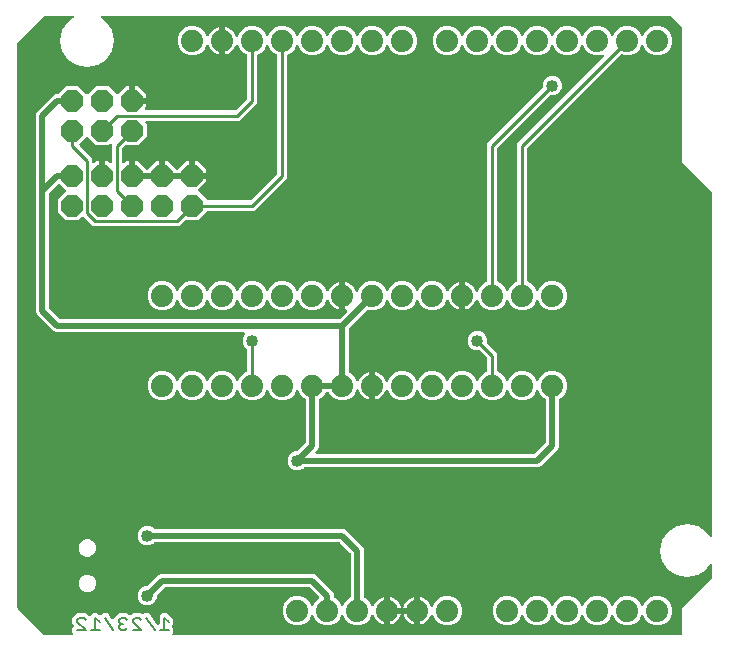
<source format=gbr>
G04 EAGLE Gerber RS-274X export*
G75*
%MOMM*%
%FSLAX34Y34*%
%LPD*%
%INBottom Copper*%
%IPPOS*%
%AMOC8*
5,1,8,0,0,1.08239X$1,22.5*%
G01*
%ADD10C,0.203200*%
%ADD11C,1.879600*%
%ADD12P,2.034460X8X22.500000*%
%ADD13C,0.508000*%
%ADD14C,1.016000*%
%ADD15C,0.254000*%

G36*
X50695Y4336D02*
X50695Y4336D01*
X50833Y4349D01*
X50852Y4356D01*
X50872Y4359D01*
X51001Y4410D01*
X51132Y4457D01*
X51149Y4468D01*
X51168Y4476D01*
X51280Y4557D01*
X51396Y4635D01*
X51409Y4651D01*
X51425Y4662D01*
X51514Y4770D01*
X51606Y4874D01*
X51615Y4892D01*
X51628Y4907D01*
X51687Y5033D01*
X51751Y5157D01*
X51755Y5177D01*
X51764Y5195D01*
X51790Y5332D01*
X51820Y5467D01*
X51820Y5488D01*
X51823Y5507D01*
X51815Y5646D01*
X51811Y5785D01*
X51805Y5805D01*
X51804Y5825D01*
X51761Y5957D01*
X51722Y6091D01*
X51712Y6108D01*
X51706Y6127D01*
X51631Y6245D01*
X51561Y6365D01*
X51542Y6386D01*
X51536Y6396D01*
X51521Y6410D01*
X51454Y6485D01*
X50987Y6952D01*
X50987Y10320D01*
X51965Y11298D01*
X52038Y11392D01*
X52117Y11481D01*
X52135Y11517D01*
X52160Y11549D01*
X52208Y11658D01*
X52262Y11764D01*
X52270Y11803D01*
X52287Y11841D01*
X52305Y11959D01*
X52331Y12074D01*
X52330Y12115D01*
X52336Y12155D01*
X52325Y12273D01*
X52322Y12392D01*
X52310Y12431D01*
X52307Y12471D01*
X52266Y12583D01*
X52233Y12698D01*
X52213Y12733D01*
X52199Y12771D01*
X52132Y12869D01*
X52072Y12972D01*
X52032Y13017D01*
X52020Y13034D01*
X52005Y13047D01*
X51965Y13093D01*
X50987Y14070D01*
X50987Y17511D01*
X50987Y19217D01*
X52395Y20625D01*
X55148Y23378D01*
X58181Y23378D01*
X58182Y23378D01*
X58634Y23378D01*
X59040Y23378D01*
X59041Y23378D01*
X62074Y23378D01*
X64450Y21002D01*
X64545Y20929D01*
X64634Y20850D01*
X64670Y20832D01*
X64702Y20807D01*
X64811Y20760D01*
X64917Y20705D01*
X64956Y20697D01*
X64994Y20681D01*
X65111Y20662D01*
X65227Y20636D01*
X65268Y20637D01*
X65308Y20631D01*
X65426Y20642D01*
X65545Y20645D01*
X65584Y20657D01*
X65624Y20660D01*
X65736Y20701D01*
X65851Y20734D01*
X65885Y20754D01*
X65924Y20768D01*
X66022Y20835D01*
X66125Y20895D01*
X66170Y20935D01*
X66187Y20947D01*
X66200Y20962D01*
X66245Y21002D01*
X68621Y23378D01*
X71989Y23378D01*
X73341Y22025D01*
X73463Y21931D01*
X73582Y21837D01*
X73588Y21834D01*
X73593Y21830D01*
X73733Y21770D01*
X73873Y21708D01*
X73879Y21707D01*
X73884Y21704D01*
X74037Y21680D01*
X74186Y21655D01*
X74192Y21655D01*
X74198Y21654D01*
X74352Y21669D01*
X74503Y21682D01*
X74509Y21684D01*
X74515Y21684D01*
X74660Y21736D01*
X74803Y21786D01*
X74811Y21790D01*
X74814Y21792D01*
X74823Y21797D01*
X74943Y21867D01*
X77586Y23629D01*
X80888Y22969D01*
X83744Y18685D01*
X83813Y18606D01*
X83874Y18521D01*
X83917Y18486D01*
X83952Y18445D01*
X84038Y18385D01*
X84119Y18318D01*
X84169Y18295D01*
X84213Y18264D01*
X84312Y18227D01*
X84407Y18182D01*
X84461Y18172D01*
X84512Y18153D01*
X84616Y18142D01*
X84720Y18122D01*
X84774Y18126D01*
X84828Y18120D01*
X84932Y18136D01*
X85037Y18142D01*
X85089Y18159D01*
X85143Y18167D01*
X85239Y18208D01*
X85339Y18240D01*
X85385Y18269D01*
X85436Y18291D01*
X85519Y18354D01*
X85608Y18410D01*
X85645Y18450D01*
X85689Y18483D01*
X85754Y18565D01*
X85826Y18642D01*
X85852Y18690D01*
X85886Y18732D01*
X85929Y18829D01*
X85980Y18921D01*
X85993Y18973D01*
X86015Y19023D01*
X86033Y19127D01*
X86052Y19200D01*
X87477Y20625D01*
X90230Y23378D01*
X93263Y23378D01*
X94122Y23378D01*
X94123Y23378D01*
X97156Y23378D01*
X98643Y21892D01*
X98737Y21818D01*
X98826Y21740D01*
X98862Y21721D01*
X98894Y21697D01*
X99003Y21649D01*
X99109Y21595D01*
X99148Y21586D01*
X99186Y21570D01*
X99304Y21552D01*
X99419Y21526D01*
X99460Y21527D01*
X99500Y21520D01*
X99618Y21532D01*
X99737Y21535D01*
X99776Y21546D01*
X99816Y21550D01*
X99929Y21591D01*
X100043Y21624D01*
X100078Y21644D01*
X100116Y21658D01*
X100214Y21725D01*
X100317Y21785D01*
X100362Y21825D01*
X100379Y21836D01*
X100392Y21852D01*
X100438Y21892D01*
X101924Y23378D01*
X104957Y23378D01*
X105816Y23378D01*
X105817Y23378D01*
X108850Y23378D01*
X109491Y22737D01*
X109610Y22645D01*
X109732Y22549D01*
X109737Y22546D01*
X109742Y22542D01*
X109881Y22482D01*
X110022Y22419D01*
X110028Y22418D01*
X110034Y22416D01*
X110186Y22392D01*
X110336Y22367D01*
X110342Y22367D01*
X110348Y22366D01*
X110502Y22381D01*
X110653Y22393D01*
X110659Y22395D01*
X110665Y22396D01*
X110809Y22448D01*
X110953Y22498D01*
X110960Y22502D01*
X110964Y22503D01*
X110972Y22509D01*
X111092Y22579D01*
X112668Y23629D01*
X115970Y22969D01*
X122385Y13346D01*
X122454Y13267D01*
X122515Y13182D01*
X122557Y13147D01*
X122593Y13106D01*
X122679Y13046D01*
X122760Y12979D01*
X122810Y12956D01*
X122854Y12925D01*
X122953Y12888D01*
X123048Y12844D01*
X123102Y12833D01*
X123153Y12814D01*
X123257Y12804D01*
X123360Y12784D01*
X123415Y12787D01*
X123469Y12782D01*
X123573Y12797D01*
X123678Y12804D01*
X123730Y12820D01*
X123784Y12828D01*
X123880Y12869D01*
X123980Y12902D01*
X124026Y12931D01*
X124077Y12952D01*
X124160Y13016D01*
X124249Y13072D01*
X124286Y13111D01*
X124330Y13144D01*
X124395Y13227D01*
X124467Y13303D01*
X124493Y13351D01*
X124527Y13394D01*
X124570Y13490D01*
X124621Y13582D01*
X124634Y13635D01*
X124656Y13684D01*
X124674Y13788D01*
X124700Y13890D01*
X124706Y13977D01*
X124709Y13998D01*
X124708Y14013D01*
X124710Y14051D01*
X124710Y20997D01*
X125878Y22164D01*
X125878Y22165D01*
X127091Y23378D01*
X130459Y23378D01*
X132282Y21554D01*
X133211Y20626D01*
X133211Y20625D01*
X136399Y17438D01*
X136399Y14070D01*
X135421Y13093D01*
X135348Y12998D01*
X135269Y12909D01*
X135251Y12873D01*
X135226Y12841D01*
X135179Y12732D01*
X135125Y12626D01*
X135116Y12587D01*
X135100Y12549D01*
X135081Y12432D01*
X135055Y12316D01*
X135056Y12275D01*
X135050Y12235D01*
X135061Y12117D01*
X135065Y11998D01*
X135076Y11959D01*
X135080Y11919D01*
X135120Y11807D01*
X135153Y11692D01*
X135173Y11657D01*
X135187Y11619D01*
X135254Y11521D01*
X135314Y11418D01*
X135354Y11373D01*
X135366Y11356D01*
X135381Y11343D01*
X135421Y11298D01*
X136399Y10320D01*
X136399Y6952D01*
X135932Y6485D01*
X135847Y6376D01*
X135758Y6269D01*
X135749Y6250D01*
X135737Y6234D01*
X135682Y6106D01*
X135622Y5981D01*
X135619Y5961D01*
X135611Y5942D01*
X135589Y5804D01*
X135563Y5668D01*
X135564Y5648D01*
X135561Y5628D01*
X135574Y5489D01*
X135582Y5351D01*
X135589Y5332D01*
X135591Y5312D01*
X135638Y5181D01*
X135680Y5049D01*
X135691Y5031D01*
X135698Y5012D01*
X135776Y4898D01*
X135851Y4780D01*
X135865Y4766D01*
X135877Y4749D01*
X135981Y4657D01*
X136082Y4562D01*
X136100Y4552D01*
X136115Y4539D01*
X136239Y4476D01*
X136361Y4408D01*
X136380Y4403D01*
X136398Y4394D01*
X136534Y4364D01*
X136669Y4329D01*
X136697Y4327D01*
X136709Y4324D01*
X136729Y4325D01*
X136829Y4319D01*
X565912Y4319D01*
X566030Y4334D01*
X566149Y4341D01*
X566187Y4354D01*
X566228Y4359D01*
X566338Y4402D01*
X566451Y4439D01*
X566486Y4461D01*
X566523Y4476D01*
X566619Y4545D01*
X566720Y4609D01*
X566748Y4639D01*
X566781Y4662D01*
X566857Y4754D01*
X566938Y4841D01*
X566958Y4876D01*
X566983Y4907D01*
X567034Y5015D01*
X567092Y5119D01*
X567102Y5159D01*
X567119Y5195D01*
X567141Y5312D01*
X567171Y5427D01*
X567175Y5487D01*
X567179Y5507D01*
X567177Y5528D01*
X567181Y5588D01*
X567181Y27189D01*
X592210Y52217D01*
X592270Y52295D01*
X592338Y52368D01*
X592367Y52421D01*
X592404Y52468D01*
X592444Y52559D01*
X592492Y52646D01*
X592507Y52705D01*
X592531Y52760D01*
X592546Y52858D01*
X592571Y52954D01*
X592577Y53054D01*
X592581Y53074D01*
X592579Y53087D01*
X592581Y53115D01*
X592581Y63477D01*
X592568Y63580D01*
X592564Y63685D01*
X592548Y63738D01*
X592541Y63792D01*
X592503Y63889D01*
X592473Y63989D01*
X592445Y64037D01*
X592424Y64088D01*
X592363Y64172D01*
X592309Y64262D01*
X592270Y64301D01*
X592238Y64345D01*
X592157Y64412D01*
X592083Y64485D01*
X592035Y64513D01*
X591993Y64548D01*
X591898Y64593D01*
X591808Y64645D01*
X591755Y64660D01*
X591705Y64684D01*
X591602Y64703D01*
X591502Y64732D01*
X591447Y64733D01*
X591393Y64743D01*
X591288Y64737D01*
X591184Y64740D01*
X591130Y64727D01*
X591075Y64724D01*
X590976Y64691D01*
X590874Y64668D01*
X590825Y64643D01*
X590773Y64626D01*
X590684Y64570D01*
X590592Y64522D01*
X590550Y64485D01*
X590504Y64456D01*
X590432Y64379D01*
X590354Y64310D01*
X590301Y64240D01*
X590286Y64224D01*
X590279Y64211D01*
X590257Y64182D01*
X587558Y60142D01*
X580190Y55220D01*
X571500Y53491D01*
X562810Y55220D01*
X555442Y60142D01*
X550520Y67510D01*
X548791Y76200D01*
X550520Y84890D01*
X555442Y92258D01*
X562810Y97180D01*
X571500Y98909D01*
X580190Y97180D01*
X587558Y92258D01*
X590257Y88218D01*
X590325Y88139D01*
X590386Y88055D01*
X590429Y88020D01*
X590465Y87978D01*
X590551Y87918D01*
X590631Y87852D01*
X590681Y87828D01*
X590727Y87797D01*
X590825Y87761D01*
X590919Y87716D01*
X590973Y87706D01*
X591025Y87687D01*
X591129Y87676D01*
X591232Y87657D01*
X591287Y87660D01*
X591341Y87654D01*
X591445Y87670D01*
X591549Y87676D01*
X591601Y87693D01*
X591656Y87701D01*
X591752Y87742D01*
X591851Y87774D01*
X591898Y87804D01*
X591949Y87825D01*
X592032Y87889D01*
X592120Y87944D01*
X592158Y87985D01*
X592202Y88018D01*
X592267Y88100D01*
X592338Y88176D01*
X592365Y88224D01*
X592399Y88268D01*
X592441Y88363D01*
X592492Y88455D01*
X592505Y88508D01*
X592528Y88558D01*
X592545Y88662D01*
X592571Y88763D01*
X592577Y88851D01*
X592580Y88872D01*
X592579Y88887D01*
X592581Y88923D01*
X592581Y378685D01*
X592569Y378784D01*
X592566Y378883D01*
X592549Y378941D01*
X592541Y379001D01*
X592505Y379093D01*
X592477Y379188D01*
X592447Y379240D01*
X592424Y379297D01*
X592366Y379377D01*
X592316Y379462D01*
X592250Y379537D01*
X592238Y379554D01*
X592228Y379562D01*
X592210Y379583D01*
X570083Y401710D01*
X567181Y404611D01*
X567181Y518385D01*
X567169Y518484D01*
X567166Y518583D01*
X567149Y518641D01*
X567141Y518701D01*
X567105Y518793D01*
X567077Y518888D01*
X567047Y518940D01*
X567024Y518997D01*
X566966Y519077D01*
X566916Y519162D01*
X566850Y519237D01*
X566838Y519254D01*
X566828Y519262D01*
X566810Y519283D01*
X557383Y528710D01*
X557305Y528770D01*
X557232Y528838D01*
X557179Y528867D01*
X557132Y528904D01*
X557041Y528944D01*
X556954Y528992D01*
X556895Y529007D01*
X556840Y529031D01*
X556742Y529046D01*
X556646Y529071D01*
X556546Y529077D01*
X556526Y529081D01*
X556513Y529079D01*
X556485Y529081D01*
X76223Y529081D01*
X76120Y529068D01*
X76015Y529064D01*
X75962Y529048D01*
X75908Y529041D01*
X75811Y529003D01*
X75711Y528973D01*
X75663Y528945D01*
X75612Y528924D01*
X75528Y528863D01*
X75438Y528809D01*
X75399Y528770D01*
X75355Y528738D01*
X75288Y528657D01*
X75215Y528583D01*
X75187Y528535D01*
X75152Y528493D01*
X75107Y528398D01*
X75055Y528308D01*
X75040Y528255D01*
X75016Y528205D01*
X74997Y528102D01*
X74968Y528002D01*
X74967Y527947D01*
X74957Y527893D01*
X74963Y527788D01*
X74960Y527684D01*
X74973Y527630D01*
X74976Y527575D01*
X75009Y527476D01*
X75032Y527374D01*
X75057Y527325D01*
X75074Y527273D01*
X75130Y527184D01*
X75178Y527092D01*
X75215Y527050D01*
X75244Y527004D01*
X75321Y526932D01*
X75390Y526854D01*
X75460Y526801D01*
X75476Y526786D01*
X75489Y526779D01*
X75518Y526757D01*
X79558Y524058D01*
X84480Y516690D01*
X86209Y508000D01*
X84480Y499310D01*
X79558Y491942D01*
X72190Y487020D01*
X63500Y485291D01*
X54810Y487020D01*
X47442Y491942D01*
X42520Y499310D01*
X40791Y508000D01*
X42520Y516690D01*
X47442Y524058D01*
X51482Y526757D01*
X51561Y526825D01*
X51645Y526886D01*
X51680Y526929D01*
X51722Y526965D01*
X51782Y527051D01*
X51848Y527131D01*
X51872Y527181D01*
X51903Y527227D01*
X51939Y527325D01*
X51984Y527419D01*
X51994Y527473D01*
X52013Y527525D01*
X52024Y527629D01*
X52043Y527732D01*
X52040Y527787D01*
X52046Y527841D01*
X52030Y527945D01*
X52024Y528049D01*
X52007Y528101D01*
X51999Y528156D01*
X51958Y528252D01*
X51926Y528351D01*
X51896Y528398D01*
X51875Y528449D01*
X51811Y528532D01*
X51756Y528620D01*
X51715Y528658D01*
X51682Y528702D01*
X51600Y528767D01*
X51524Y528838D01*
X51476Y528865D01*
X51432Y528899D01*
X51337Y528941D01*
X51245Y528992D01*
X51192Y529005D01*
X51142Y529028D01*
X51038Y529045D01*
X50937Y529071D01*
X50849Y529077D01*
X50828Y529080D01*
X50813Y529079D01*
X50777Y529081D01*
X27715Y529081D01*
X27616Y529069D01*
X27517Y529066D01*
X27459Y529049D01*
X27399Y529041D01*
X27307Y529005D01*
X27212Y528977D01*
X27160Y528947D01*
X27103Y528924D01*
X27023Y528866D01*
X26938Y528816D01*
X26863Y528750D01*
X26846Y528738D01*
X26838Y528728D01*
X26817Y528710D01*
X4690Y506583D01*
X4630Y506505D01*
X4562Y506433D01*
X4533Y506380D01*
X4496Y506332D01*
X4456Y506241D01*
X4408Y506154D01*
X4393Y506095D01*
X4369Y506040D01*
X4354Y505942D01*
X4329Y505846D01*
X4324Y505767D01*
X4321Y505753D01*
X4322Y505742D01*
X4319Y505726D01*
X4321Y505713D01*
X4319Y505685D01*
X4319Y27715D01*
X4331Y27616D01*
X4334Y27517D01*
X4351Y27459D01*
X4359Y27399D01*
X4395Y27307D01*
X4423Y27212D01*
X4453Y27160D01*
X4476Y27103D01*
X4534Y27023D01*
X4584Y26938D01*
X4650Y26863D01*
X4662Y26846D01*
X4672Y26838D01*
X4690Y26817D01*
X26817Y4690D01*
X26895Y4630D01*
X26968Y4562D01*
X27021Y4533D01*
X27068Y4496D01*
X27159Y4456D01*
X27246Y4408D01*
X27305Y4393D01*
X27360Y4369D01*
X27458Y4354D01*
X27554Y4329D01*
X27654Y4323D01*
X27674Y4319D01*
X27687Y4321D01*
X27715Y4319D01*
X50557Y4319D01*
X50695Y4336D01*
G37*
%LPC*%
G36*
X239683Y144271D02*
X239683Y144271D01*
X236695Y145509D01*
X234409Y147795D01*
X233171Y150783D01*
X233171Y154017D01*
X234409Y157005D01*
X236695Y159291D01*
X239683Y160529D01*
X240999Y160529D01*
X241098Y160541D01*
X241197Y160544D01*
X241255Y160561D01*
X241315Y160569D01*
X241407Y160605D01*
X241502Y160633D01*
X241554Y160663D01*
X241611Y160686D01*
X241691Y160744D01*
X241776Y160794D01*
X241851Y160860D01*
X241868Y160872D01*
X241876Y160882D01*
X241897Y160900D01*
X248040Y167043D01*
X248100Y167121D01*
X248168Y167194D01*
X248197Y167247D01*
X248234Y167294D01*
X248274Y167385D01*
X248322Y167472D01*
X248337Y167531D01*
X248361Y167586D01*
X248376Y167684D01*
X248401Y167780D01*
X248407Y167880D01*
X248411Y167900D01*
X248409Y167913D01*
X248411Y167941D01*
X248411Y203895D01*
X248408Y203924D01*
X248410Y203953D01*
X248388Y204081D01*
X248371Y204210D01*
X248361Y204238D01*
X248356Y204267D01*
X248302Y204385D01*
X248254Y204506D01*
X248237Y204530D01*
X248225Y204557D01*
X248144Y204658D01*
X248068Y204763D01*
X248045Y204782D01*
X248026Y204805D01*
X247923Y204883D01*
X247823Y204966D01*
X247796Y204979D01*
X247772Y204996D01*
X247628Y205067D01*
X246950Y205348D01*
X243448Y208850D01*
X242473Y211205D01*
X242404Y211325D01*
X242339Y211448D01*
X242325Y211463D01*
X242315Y211481D01*
X242218Y211581D01*
X242125Y211684D01*
X242108Y211695D01*
X242094Y211709D01*
X241975Y211782D01*
X241859Y211858D01*
X241840Y211865D01*
X241823Y211876D01*
X241690Y211916D01*
X241558Y211962D01*
X241538Y211963D01*
X241519Y211969D01*
X241380Y211976D01*
X241241Y211987D01*
X241221Y211983D01*
X241201Y211984D01*
X241065Y211956D01*
X240928Y211932D01*
X240909Y211924D01*
X240890Y211920D01*
X240764Y211859D01*
X240638Y211802D01*
X240622Y211789D01*
X240604Y211780D01*
X240498Y211690D01*
X240390Y211603D01*
X240377Y211587D01*
X240362Y211574D01*
X240282Y211460D01*
X240198Y211349D01*
X240186Y211324D01*
X240179Y211314D01*
X240172Y211295D01*
X240127Y211205D01*
X239152Y208850D01*
X235650Y205348D01*
X231076Y203453D01*
X226124Y203453D01*
X221550Y205348D01*
X218048Y208850D01*
X217073Y211205D01*
X217004Y211325D01*
X216939Y211448D01*
X216925Y211463D01*
X216915Y211481D01*
X216818Y211581D01*
X216725Y211684D01*
X216708Y211695D01*
X216694Y211709D01*
X216575Y211782D01*
X216459Y211858D01*
X216440Y211865D01*
X216423Y211876D01*
X216290Y211916D01*
X216158Y211962D01*
X216138Y211963D01*
X216119Y211969D01*
X215980Y211976D01*
X215841Y211987D01*
X215821Y211983D01*
X215801Y211984D01*
X215665Y211956D01*
X215528Y211932D01*
X215509Y211924D01*
X215490Y211920D01*
X215364Y211859D01*
X215238Y211802D01*
X215222Y211789D01*
X215204Y211780D01*
X215098Y211690D01*
X214990Y211603D01*
X214977Y211587D01*
X214962Y211574D01*
X214882Y211460D01*
X214798Y211349D01*
X214786Y211324D01*
X214779Y211314D01*
X214772Y211295D01*
X214727Y211205D01*
X213752Y208850D01*
X210250Y205348D01*
X205676Y203453D01*
X200724Y203453D01*
X196150Y205348D01*
X192648Y208850D01*
X191673Y211205D01*
X191604Y211325D01*
X191539Y211448D01*
X191525Y211463D01*
X191515Y211481D01*
X191418Y211581D01*
X191325Y211684D01*
X191308Y211695D01*
X191294Y211709D01*
X191175Y211782D01*
X191059Y211858D01*
X191040Y211865D01*
X191023Y211876D01*
X190890Y211916D01*
X190758Y211962D01*
X190738Y211963D01*
X190719Y211969D01*
X190580Y211976D01*
X190441Y211987D01*
X190421Y211983D01*
X190401Y211984D01*
X190265Y211956D01*
X190128Y211932D01*
X190109Y211924D01*
X190090Y211920D01*
X189964Y211859D01*
X189838Y211802D01*
X189822Y211789D01*
X189804Y211780D01*
X189698Y211690D01*
X189590Y211603D01*
X189577Y211587D01*
X189562Y211574D01*
X189482Y211460D01*
X189398Y211349D01*
X189386Y211324D01*
X189379Y211314D01*
X189372Y211295D01*
X189327Y211205D01*
X188352Y208850D01*
X184850Y205348D01*
X180276Y203453D01*
X175324Y203453D01*
X170750Y205348D01*
X167248Y208850D01*
X166273Y211205D01*
X166204Y211325D01*
X166139Y211448D01*
X166125Y211463D01*
X166115Y211481D01*
X166018Y211581D01*
X165925Y211684D01*
X165908Y211695D01*
X165894Y211709D01*
X165775Y211782D01*
X165659Y211858D01*
X165640Y211865D01*
X165623Y211876D01*
X165490Y211916D01*
X165358Y211962D01*
X165338Y211963D01*
X165319Y211969D01*
X165180Y211976D01*
X165041Y211987D01*
X165021Y211983D01*
X165001Y211984D01*
X164865Y211956D01*
X164728Y211932D01*
X164709Y211924D01*
X164690Y211920D01*
X164564Y211859D01*
X164438Y211802D01*
X164422Y211789D01*
X164404Y211780D01*
X164298Y211690D01*
X164190Y211603D01*
X164177Y211587D01*
X164162Y211574D01*
X164082Y211460D01*
X163998Y211349D01*
X163986Y211324D01*
X163979Y211314D01*
X163972Y211295D01*
X163927Y211205D01*
X162952Y208850D01*
X159450Y205348D01*
X154876Y203453D01*
X149924Y203453D01*
X145350Y205348D01*
X141848Y208850D01*
X140873Y211205D01*
X140804Y211325D01*
X140739Y211448D01*
X140725Y211463D01*
X140715Y211481D01*
X140618Y211581D01*
X140525Y211684D01*
X140508Y211695D01*
X140494Y211709D01*
X140375Y211782D01*
X140259Y211858D01*
X140240Y211865D01*
X140223Y211876D01*
X140090Y211916D01*
X139958Y211962D01*
X139938Y211963D01*
X139919Y211969D01*
X139780Y211976D01*
X139641Y211987D01*
X139621Y211983D01*
X139601Y211984D01*
X139465Y211956D01*
X139328Y211932D01*
X139309Y211924D01*
X139290Y211920D01*
X139164Y211859D01*
X139038Y211802D01*
X139022Y211789D01*
X139004Y211780D01*
X138898Y211690D01*
X138790Y211603D01*
X138777Y211587D01*
X138762Y211574D01*
X138682Y211460D01*
X138598Y211349D01*
X138586Y211324D01*
X138579Y211314D01*
X138572Y211295D01*
X138527Y211205D01*
X137552Y208850D01*
X134050Y205348D01*
X129476Y203453D01*
X124524Y203453D01*
X119950Y205348D01*
X116448Y208850D01*
X114553Y213424D01*
X114553Y218376D01*
X116448Y222950D01*
X119950Y226452D01*
X124524Y228347D01*
X129476Y228347D01*
X134050Y226452D01*
X137552Y222950D01*
X138527Y220595D01*
X138596Y220475D01*
X138661Y220352D01*
X138675Y220337D01*
X138685Y220319D01*
X138782Y220219D01*
X138875Y220116D01*
X138892Y220105D01*
X138906Y220091D01*
X139025Y220018D01*
X139141Y219942D01*
X139160Y219935D01*
X139177Y219924D01*
X139310Y219884D01*
X139442Y219838D01*
X139462Y219837D01*
X139481Y219831D01*
X139620Y219824D01*
X139759Y219813D01*
X139779Y219817D01*
X139799Y219816D01*
X139935Y219844D01*
X140072Y219868D01*
X140091Y219876D01*
X140110Y219880D01*
X140235Y219941D01*
X140362Y219998D01*
X140378Y220011D01*
X140396Y220020D01*
X140502Y220110D01*
X140610Y220197D01*
X140623Y220213D01*
X140638Y220226D01*
X140718Y220340D01*
X140802Y220451D01*
X140814Y220476D01*
X140821Y220486D01*
X140828Y220505D01*
X140873Y220595D01*
X141848Y222950D01*
X145350Y226452D01*
X149924Y228347D01*
X154876Y228347D01*
X159450Y226452D01*
X162952Y222950D01*
X163927Y220595D01*
X163996Y220475D01*
X164061Y220352D01*
X164075Y220337D01*
X164085Y220319D01*
X164182Y220219D01*
X164275Y220116D01*
X164292Y220105D01*
X164306Y220091D01*
X164425Y220018D01*
X164541Y219942D01*
X164560Y219935D01*
X164577Y219924D01*
X164710Y219884D01*
X164842Y219838D01*
X164862Y219837D01*
X164881Y219831D01*
X165020Y219824D01*
X165159Y219813D01*
X165179Y219817D01*
X165199Y219816D01*
X165335Y219844D01*
X165472Y219868D01*
X165491Y219876D01*
X165510Y219880D01*
X165635Y219941D01*
X165762Y219998D01*
X165778Y220011D01*
X165796Y220020D01*
X165902Y220110D01*
X166010Y220197D01*
X166023Y220213D01*
X166038Y220226D01*
X166118Y220340D01*
X166202Y220451D01*
X166214Y220476D01*
X166221Y220486D01*
X166228Y220505D01*
X166273Y220595D01*
X167248Y222950D01*
X170750Y226452D01*
X175324Y228347D01*
X180276Y228347D01*
X184850Y226452D01*
X188352Y222950D01*
X189327Y220595D01*
X189396Y220475D01*
X189461Y220352D01*
X189475Y220337D01*
X189485Y220319D01*
X189582Y220219D01*
X189675Y220116D01*
X189692Y220105D01*
X189706Y220091D01*
X189825Y220018D01*
X189941Y219942D01*
X189960Y219935D01*
X189977Y219924D01*
X190110Y219884D01*
X190242Y219838D01*
X190262Y219837D01*
X190281Y219831D01*
X190420Y219824D01*
X190559Y219813D01*
X190579Y219817D01*
X190599Y219816D01*
X190735Y219844D01*
X190872Y219868D01*
X190891Y219876D01*
X190910Y219880D01*
X191035Y219941D01*
X191162Y219998D01*
X191178Y220011D01*
X191196Y220020D01*
X191302Y220110D01*
X191410Y220197D01*
X191423Y220213D01*
X191438Y220226D01*
X191518Y220340D01*
X191602Y220451D01*
X191614Y220476D01*
X191621Y220486D01*
X191628Y220505D01*
X191673Y220595D01*
X192648Y222950D01*
X196150Y226452D01*
X198098Y227259D01*
X198123Y227273D01*
X198151Y227283D01*
X198261Y227352D01*
X198374Y227416D01*
X198395Y227437D01*
X198420Y227453D01*
X198509Y227547D01*
X198602Y227638D01*
X198618Y227663D01*
X198638Y227684D01*
X198701Y227798D01*
X198769Y227909D01*
X198777Y227937D01*
X198792Y227963D01*
X198824Y228089D01*
X198862Y228213D01*
X198864Y228242D01*
X198871Y228271D01*
X198881Y228431D01*
X198881Y246297D01*
X198869Y246395D01*
X198866Y246494D01*
X198849Y246553D01*
X198841Y246613D01*
X198805Y246705D01*
X198777Y246800D01*
X198747Y246852D01*
X198724Y246908D01*
X198666Y246988D01*
X198616Y247074D01*
X198550Y247149D01*
X198538Y247166D01*
X198528Y247174D01*
X198510Y247195D01*
X196309Y249395D01*
X195071Y252383D01*
X195071Y255617D01*
X196309Y258605D01*
X196649Y258944D01*
X196734Y259054D01*
X196823Y259161D01*
X196831Y259180D01*
X196844Y259196D01*
X196899Y259324D01*
X196958Y259449D01*
X196962Y259469D01*
X196970Y259488D01*
X196992Y259626D01*
X197018Y259762D01*
X197017Y259782D01*
X197020Y259802D01*
X197007Y259941D01*
X196998Y260079D01*
X196992Y260098D01*
X196990Y260118D01*
X196943Y260249D01*
X196900Y260381D01*
X196889Y260399D01*
X196882Y260418D01*
X196805Y260532D01*
X196730Y260650D01*
X196715Y260664D01*
X196704Y260681D01*
X196600Y260773D01*
X196498Y260868D01*
X196481Y260878D01*
X196465Y260891D01*
X196342Y260954D01*
X196220Y261022D01*
X196200Y261027D01*
X196182Y261036D01*
X196046Y261066D01*
X195912Y261101D01*
X195884Y261103D01*
X195872Y261106D01*
X195851Y261105D01*
X195751Y261111D01*
X36988Y261111D01*
X34934Y261962D01*
X33184Y263713D01*
X22413Y274484D01*
X20662Y276234D01*
X19811Y278288D01*
X19811Y445612D01*
X20662Y447666D01*
X34934Y461938D01*
X36988Y462789D01*
X38261Y462789D01*
X38359Y462801D01*
X38458Y462804D01*
X38516Y462821D01*
X38576Y462829D01*
X38668Y462865D01*
X38763Y462893D01*
X38816Y462923D01*
X38872Y462946D01*
X38952Y463004D01*
X39037Y463054D01*
X39113Y463120D01*
X39129Y463132D01*
X39137Y463142D01*
X39158Y463160D01*
X45644Y469647D01*
X55956Y469647D01*
X62602Y463000D01*
X62697Y462927D01*
X62786Y462848D01*
X62822Y462830D01*
X62854Y462805D01*
X62963Y462758D01*
X63069Y462703D01*
X63108Y462695D01*
X63146Y462679D01*
X63263Y462660D01*
X63379Y462634D01*
X63420Y462635D01*
X63460Y462629D01*
X63578Y462640D01*
X63697Y462643D01*
X63736Y462655D01*
X63776Y462658D01*
X63889Y462699D01*
X64003Y462732D01*
X64037Y462752D01*
X64076Y462766D01*
X64174Y462833D01*
X64277Y462893D01*
X64322Y462933D01*
X64339Y462945D01*
X64352Y462960D01*
X64397Y463000D01*
X71044Y469647D01*
X81356Y469647D01*
X88362Y462641D01*
X88456Y462568D01*
X88545Y462489D01*
X88581Y462470D01*
X88613Y462446D01*
X88722Y462398D01*
X88828Y462344D01*
X88868Y462335D01*
X88905Y462319D01*
X89023Y462301D01*
X89139Y462275D01*
X89179Y462276D01*
X89219Y462269D01*
X89338Y462281D01*
X89456Y462284D01*
X89495Y462295D01*
X89536Y462299D01*
X89648Y462340D01*
X89762Y462373D01*
X89797Y462393D01*
X89835Y462407D01*
X89934Y462474D01*
X90036Y462534D01*
X90081Y462574D01*
X90098Y462585D01*
X90111Y462601D01*
X90157Y462641D01*
X96655Y469139D01*
X99061Y469139D01*
X99061Y458470D01*
X99076Y458352D01*
X99083Y458233D01*
X99096Y458195D01*
X99101Y458155D01*
X99144Y458044D01*
X99181Y457931D01*
X99203Y457897D01*
X99218Y457859D01*
X99288Y457763D01*
X99351Y457662D01*
X99381Y457634D01*
X99404Y457602D01*
X99496Y457526D01*
X99583Y457444D01*
X99618Y457425D01*
X99649Y457399D01*
X99757Y457348D01*
X99861Y457291D01*
X99901Y457280D01*
X99937Y457263D01*
X100054Y457241D01*
X100169Y457211D01*
X100230Y457207D01*
X100250Y457203D01*
X100270Y457205D01*
X100330Y457201D01*
X101601Y457201D01*
X101601Y455930D01*
X101616Y455812D01*
X101623Y455693D01*
X101636Y455655D01*
X101641Y455614D01*
X101685Y455504D01*
X101721Y455391D01*
X101743Y455356D01*
X101758Y455319D01*
X101828Y455223D01*
X101891Y455122D01*
X101921Y455094D01*
X101945Y455061D01*
X102036Y454986D01*
X102123Y454904D01*
X102158Y454884D01*
X102190Y454859D01*
X102297Y454808D01*
X102402Y454750D01*
X102441Y454740D01*
X102477Y454723D01*
X102594Y454701D01*
X102709Y454671D01*
X102770Y454667D01*
X102790Y454663D01*
X102810Y454665D01*
X102870Y454661D01*
X113539Y454661D01*
X113539Y452255D01*
X112269Y450985D01*
X112184Y450876D01*
X112095Y450769D01*
X112087Y450750D01*
X112074Y450734D01*
X112019Y450606D01*
X111960Y450481D01*
X111956Y450461D01*
X111948Y450442D01*
X111926Y450304D01*
X111900Y450168D01*
X111901Y450148D01*
X111898Y450128D01*
X111911Y449989D01*
X111920Y449851D01*
X111926Y449832D01*
X111928Y449812D01*
X111975Y449680D01*
X112018Y449549D01*
X112029Y449531D01*
X112036Y449512D01*
X112114Y449397D01*
X112188Y449280D01*
X112203Y449266D01*
X112214Y449249D01*
X112319Y449157D01*
X112420Y449062D01*
X112437Y449052D01*
X112453Y449039D01*
X112577Y448975D01*
X112698Y448908D01*
X112718Y448903D01*
X112736Y448894D01*
X112872Y448864D01*
X113006Y448829D01*
X113034Y448827D01*
X113046Y448824D01*
X113067Y448825D01*
X113167Y448819D01*
X188185Y448819D01*
X188284Y448831D01*
X188383Y448834D01*
X188441Y448851D01*
X188501Y448859D01*
X188593Y448895D01*
X188688Y448923D01*
X188740Y448953D01*
X188797Y448976D01*
X188877Y449034D01*
X188962Y449084D01*
X189037Y449150D01*
X189054Y449162D01*
X189062Y449172D01*
X189083Y449190D01*
X198510Y458617D01*
X198570Y458695D01*
X198638Y458768D01*
X198667Y458821D01*
X198704Y458868D01*
X198744Y458959D01*
X198792Y459046D01*
X198807Y459105D01*
X198831Y459160D01*
X198846Y459258D01*
X198871Y459354D01*
X198877Y459454D01*
X198881Y459474D01*
X198879Y459487D01*
X198881Y459515D01*
X198881Y495469D01*
X198878Y495498D01*
X198880Y495527D01*
X198858Y495655D01*
X198841Y495784D01*
X198831Y495811D01*
X198826Y495841D01*
X198772Y495959D01*
X198724Y496080D01*
X198707Y496104D01*
X198695Y496131D01*
X198614Y496232D01*
X198538Y496337D01*
X198515Y496356D01*
X198496Y496379D01*
X198393Y496457D01*
X198293Y496540D01*
X198266Y496553D01*
X198242Y496570D01*
X198098Y496641D01*
X196150Y497448D01*
X192648Y500950D01*
X191395Y503975D01*
X191380Y504001D01*
X191371Y504030D01*
X191301Y504139D01*
X191237Y504252D01*
X191216Y504273D01*
X191200Y504298D01*
X191106Y504387D01*
X191016Y504480D01*
X190990Y504496D01*
X190969Y504516D01*
X190855Y504579D01*
X190745Y504646D01*
X190716Y504655D01*
X190690Y504669D01*
X190565Y504702D01*
X190441Y504740D01*
X190411Y504741D01*
X190382Y504749D01*
X190252Y504749D01*
X190123Y504755D01*
X190094Y504749D01*
X190064Y504749D01*
X189939Y504717D01*
X189812Y504691D01*
X189785Y504678D01*
X189756Y504670D01*
X189643Y504608D01*
X189526Y504551D01*
X189503Y504532D01*
X189477Y504517D01*
X189383Y504429D01*
X189284Y504345D01*
X189267Y504320D01*
X189245Y504300D01*
X189176Y504191D01*
X189101Y504085D01*
X189090Y504057D01*
X189074Y504031D01*
X189015Y503882D01*
X188864Y503417D01*
X188011Y501743D01*
X186906Y500222D01*
X185578Y498894D01*
X184057Y497789D01*
X182383Y496936D01*
X180596Y496355D01*
X180339Y496315D01*
X180339Y506730D01*
X180324Y506848D01*
X180317Y506967D01*
X180304Y507005D01*
X180299Y507045D01*
X180256Y507156D01*
X180219Y507269D01*
X180197Y507303D01*
X180182Y507341D01*
X180112Y507437D01*
X180049Y507538D01*
X180019Y507566D01*
X179995Y507598D01*
X179904Y507674D01*
X179817Y507756D01*
X179782Y507775D01*
X179751Y507801D01*
X179643Y507852D01*
X179539Y507909D01*
X179499Y507920D01*
X179463Y507937D01*
X179346Y507959D01*
X179231Y507989D01*
X179170Y507993D01*
X179150Y507997D01*
X179130Y507995D01*
X179070Y507999D01*
X176530Y507999D01*
X176412Y507984D01*
X176293Y507977D01*
X176255Y507964D01*
X176214Y507959D01*
X176104Y507915D01*
X175991Y507879D01*
X175956Y507857D01*
X175919Y507842D01*
X175823Y507772D01*
X175722Y507709D01*
X175694Y507679D01*
X175661Y507655D01*
X175586Y507564D01*
X175504Y507477D01*
X175484Y507442D01*
X175459Y507410D01*
X175408Y507303D01*
X175350Y507198D01*
X175340Y507159D01*
X175323Y507123D01*
X175301Y507006D01*
X175271Y506891D01*
X175267Y506830D01*
X175263Y506810D01*
X175265Y506790D01*
X175261Y506730D01*
X175261Y496315D01*
X175004Y496355D01*
X173217Y496936D01*
X171543Y497789D01*
X170022Y498894D01*
X168694Y500222D01*
X167589Y501743D01*
X166736Y503417D01*
X166585Y503882D01*
X166572Y503909D01*
X166565Y503938D01*
X166505Y504052D01*
X166450Y504170D01*
X166431Y504193D01*
X166417Y504219D01*
X166330Y504315D01*
X166247Y504415D01*
X166223Y504432D01*
X166203Y504454D01*
X166094Y504526D01*
X165990Y504602D01*
X165962Y504613D01*
X165937Y504629D01*
X165814Y504671D01*
X165694Y504719D01*
X165664Y504723D01*
X165636Y504732D01*
X165507Y504743D01*
X165379Y504759D01*
X165349Y504755D01*
X165319Y504758D01*
X165191Y504735D01*
X165063Y504719D01*
X165035Y504708D01*
X165006Y504703D01*
X164888Y504650D01*
X164767Y504602D01*
X164743Y504585D01*
X164716Y504573D01*
X164615Y504492D01*
X164510Y504416D01*
X164491Y504393D01*
X164467Y504374D01*
X164389Y504270D01*
X164307Y504171D01*
X164294Y504144D01*
X164276Y504120D01*
X164205Y503975D01*
X162952Y500950D01*
X159450Y497448D01*
X154876Y495553D01*
X149924Y495553D01*
X145350Y497448D01*
X141848Y500950D01*
X139953Y505524D01*
X139953Y510476D01*
X141848Y515050D01*
X145350Y518552D01*
X149924Y520447D01*
X154876Y520447D01*
X159450Y518552D01*
X162952Y515050D01*
X164205Y512025D01*
X164220Y511999D01*
X164229Y511970D01*
X164299Y511861D01*
X164363Y511748D01*
X164384Y511727D01*
X164400Y511702D01*
X164494Y511613D01*
X164584Y511520D01*
X164610Y511504D01*
X164631Y511484D01*
X164745Y511421D01*
X164855Y511354D01*
X164884Y511345D01*
X164910Y511331D01*
X165035Y511298D01*
X165159Y511260D01*
X165189Y511259D01*
X165218Y511251D01*
X165348Y511251D01*
X165477Y511245D01*
X165506Y511251D01*
X165536Y511251D01*
X165661Y511283D01*
X165788Y511309D01*
X165815Y511322D01*
X165844Y511330D01*
X165957Y511392D01*
X166074Y511449D01*
X166097Y511468D01*
X166123Y511483D01*
X166217Y511571D01*
X166316Y511655D01*
X166333Y511680D01*
X166355Y511700D01*
X166424Y511809D01*
X166499Y511915D01*
X166510Y511943D01*
X166526Y511969D01*
X166585Y512118D01*
X166736Y512583D01*
X167589Y514257D01*
X168694Y515778D01*
X170022Y517106D01*
X171543Y518211D01*
X173217Y519064D01*
X175004Y519645D01*
X175261Y519685D01*
X175261Y509270D01*
X175276Y509152D01*
X175283Y509033D01*
X175296Y508995D01*
X175301Y508955D01*
X175344Y508844D01*
X175381Y508731D01*
X175403Y508697D01*
X175418Y508659D01*
X175488Y508563D01*
X175551Y508462D01*
X175581Y508434D01*
X175604Y508402D01*
X175696Y508326D01*
X175783Y508244D01*
X175818Y508225D01*
X175849Y508199D01*
X175957Y508148D01*
X176061Y508091D01*
X176101Y508080D01*
X176137Y508063D01*
X176254Y508041D01*
X176369Y508011D01*
X176430Y508007D01*
X176450Y508003D01*
X176470Y508005D01*
X176530Y508001D01*
X179070Y508001D01*
X179188Y508016D01*
X179307Y508023D01*
X179345Y508036D01*
X179385Y508041D01*
X179496Y508085D01*
X179609Y508121D01*
X179644Y508143D01*
X179681Y508158D01*
X179777Y508228D01*
X179878Y508291D01*
X179906Y508321D01*
X179939Y508345D01*
X180014Y508436D01*
X180096Y508523D01*
X180116Y508558D01*
X180141Y508590D01*
X180192Y508697D01*
X180250Y508802D01*
X180260Y508841D01*
X180277Y508877D01*
X180299Y508994D01*
X180329Y509109D01*
X180333Y509170D01*
X180337Y509190D01*
X180335Y509210D01*
X180339Y509270D01*
X180339Y519685D01*
X180596Y519645D01*
X182383Y519064D01*
X184057Y518211D01*
X185578Y517106D01*
X186906Y515778D01*
X188011Y514257D01*
X188864Y512583D01*
X189015Y512118D01*
X189028Y512091D01*
X189035Y512062D01*
X189095Y511948D01*
X189150Y511830D01*
X189169Y511807D01*
X189183Y511781D01*
X189270Y511685D01*
X189353Y511585D01*
X189377Y511568D01*
X189397Y511546D01*
X189506Y511474D01*
X189610Y511398D01*
X189638Y511387D01*
X189663Y511371D01*
X189786Y511329D01*
X189906Y511281D01*
X189936Y511277D01*
X189964Y511268D01*
X190093Y511257D01*
X190221Y511241D01*
X190251Y511245D01*
X190281Y511242D01*
X190409Y511265D01*
X190537Y511281D01*
X190565Y511292D01*
X190594Y511297D01*
X190712Y511350D01*
X190833Y511398D01*
X190857Y511415D01*
X190884Y511427D01*
X190985Y511508D01*
X191090Y511584D01*
X191109Y511607D01*
X191133Y511626D01*
X191211Y511730D01*
X191293Y511829D01*
X191306Y511856D01*
X191324Y511880D01*
X191395Y512025D01*
X192648Y515050D01*
X196150Y518552D01*
X200724Y520447D01*
X205676Y520447D01*
X210250Y518552D01*
X213752Y515050D01*
X214727Y512695D01*
X214796Y512575D01*
X214861Y512452D01*
X214875Y512437D01*
X214885Y512419D01*
X214982Y512319D01*
X215075Y512216D01*
X215092Y512205D01*
X215106Y512191D01*
X215225Y512118D01*
X215341Y512042D01*
X215360Y512035D01*
X215377Y512024D01*
X215510Y511983D01*
X215642Y511938D01*
X215662Y511937D01*
X215681Y511931D01*
X215820Y511924D01*
X215959Y511913D01*
X215979Y511917D01*
X215999Y511916D01*
X216135Y511944D01*
X216272Y511968D01*
X216291Y511976D01*
X216310Y511980D01*
X216436Y512041D01*
X216562Y512098D01*
X216578Y512111D01*
X216596Y512120D01*
X216702Y512210D01*
X216810Y512297D01*
X216823Y512313D01*
X216838Y512326D01*
X216918Y512440D01*
X217002Y512551D01*
X217014Y512576D01*
X217021Y512586D01*
X217028Y512605D01*
X217073Y512695D01*
X218048Y515051D01*
X221550Y518552D01*
X226124Y520447D01*
X231076Y520447D01*
X235650Y518552D01*
X239152Y515050D01*
X240127Y512695D01*
X240196Y512575D01*
X240261Y512452D01*
X240275Y512437D01*
X240285Y512419D01*
X240382Y512319D01*
X240475Y512216D01*
X240492Y512205D01*
X240506Y512191D01*
X240625Y512118D01*
X240741Y512042D01*
X240760Y512035D01*
X240777Y512024D01*
X240910Y511983D01*
X241042Y511938D01*
X241062Y511937D01*
X241081Y511931D01*
X241220Y511924D01*
X241359Y511913D01*
X241379Y511917D01*
X241399Y511916D01*
X241535Y511944D01*
X241672Y511968D01*
X241691Y511976D01*
X241710Y511980D01*
X241836Y512041D01*
X241962Y512098D01*
X241978Y512111D01*
X241996Y512120D01*
X242102Y512210D01*
X242210Y512297D01*
X242223Y512313D01*
X242238Y512326D01*
X242318Y512440D01*
X242402Y512551D01*
X242414Y512576D01*
X242421Y512586D01*
X242428Y512605D01*
X242473Y512695D01*
X243448Y515051D01*
X246950Y518552D01*
X251524Y520447D01*
X256476Y520447D01*
X261050Y518552D01*
X264552Y515050D01*
X265527Y512695D01*
X265596Y512575D01*
X265661Y512452D01*
X265675Y512437D01*
X265685Y512419D01*
X265782Y512319D01*
X265875Y512216D01*
X265892Y512205D01*
X265906Y512191D01*
X266025Y512118D01*
X266141Y512042D01*
X266160Y512035D01*
X266177Y512024D01*
X266310Y511983D01*
X266442Y511938D01*
X266462Y511937D01*
X266481Y511931D01*
X266620Y511924D01*
X266759Y511913D01*
X266779Y511917D01*
X266799Y511916D01*
X266935Y511944D01*
X267072Y511968D01*
X267091Y511976D01*
X267110Y511980D01*
X267236Y512041D01*
X267362Y512098D01*
X267378Y512111D01*
X267396Y512120D01*
X267502Y512210D01*
X267610Y512297D01*
X267623Y512313D01*
X267638Y512326D01*
X267718Y512440D01*
X267802Y512551D01*
X267814Y512576D01*
X267821Y512586D01*
X267828Y512605D01*
X267873Y512695D01*
X268848Y515051D01*
X272350Y518552D01*
X276924Y520447D01*
X281876Y520447D01*
X286450Y518552D01*
X289952Y515050D01*
X290927Y512695D01*
X290996Y512575D01*
X291061Y512452D01*
X291075Y512437D01*
X291085Y512419D01*
X291182Y512319D01*
X291275Y512216D01*
X291292Y512205D01*
X291306Y512191D01*
X291425Y512118D01*
X291541Y512042D01*
X291560Y512035D01*
X291577Y512024D01*
X291710Y511983D01*
X291842Y511938D01*
X291862Y511937D01*
X291881Y511931D01*
X292020Y511924D01*
X292159Y511913D01*
X292179Y511917D01*
X292199Y511916D01*
X292335Y511944D01*
X292472Y511968D01*
X292491Y511976D01*
X292510Y511980D01*
X292636Y512041D01*
X292762Y512098D01*
X292778Y512111D01*
X292796Y512120D01*
X292902Y512210D01*
X293010Y512297D01*
X293023Y512313D01*
X293038Y512326D01*
X293118Y512440D01*
X293202Y512551D01*
X293214Y512576D01*
X293221Y512586D01*
X293228Y512605D01*
X293273Y512695D01*
X294248Y515051D01*
X297750Y518552D01*
X302324Y520447D01*
X307276Y520447D01*
X311850Y518552D01*
X315352Y515050D01*
X316327Y512695D01*
X316396Y512575D01*
X316461Y512452D01*
X316475Y512437D01*
X316485Y512419D01*
X316582Y512319D01*
X316675Y512216D01*
X316692Y512205D01*
X316706Y512191D01*
X316825Y512118D01*
X316941Y512042D01*
X316960Y512035D01*
X316977Y512024D01*
X317110Y511983D01*
X317242Y511938D01*
X317262Y511937D01*
X317281Y511931D01*
X317420Y511924D01*
X317559Y511913D01*
X317579Y511917D01*
X317599Y511916D01*
X317735Y511944D01*
X317872Y511968D01*
X317891Y511976D01*
X317910Y511980D01*
X318036Y512041D01*
X318162Y512098D01*
X318178Y512111D01*
X318196Y512120D01*
X318302Y512210D01*
X318410Y512297D01*
X318423Y512313D01*
X318438Y512326D01*
X318518Y512440D01*
X318602Y512551D01*
X318614Y512576D01*
X318621Y512586D01*
X318628Y512605D01*
X318673Y512695D01*
X319648Y515051D01*
X323150Y518552D01*
X327724Y520447D01*
X332676Y520447D01*
X337250Y518552D01*
X340752Y515050D01*
X342647Y510476D01*
X342647Y505524D01*
X340752Y500950D01*
X337250Y497448D01*
X332676Y495553D01*
X327724Y495553D01*
X323150Y497448D01*
X319648Y500949D01*
X318673Y503305D01*
X318604Y503426D01*
X318539Y503548D01*
X318525Y503563D01*
X318515Y503581D01*
X318418Y503681D01*
X318325Y503784D01*
X318308Y503795D01*
X318294Y503809D01*
X318176Y503882D01*
X318059Y503958D01*
X318040Y503965D01*
X318023Y503976D01*
X317890Y504016D01*
X317758Y504062D01*
X317738Y504063D01*
X317719Y504069D01*
X317580Y504076D01*
X317441Y504087D01*
X317421Y504083D01*
X317401Y504084D01*
X317265Y504056D01*
X317128Y504032D01*
X317109Y504024D01*
X317090Y504020D01*
X316965Y503959D01*
X316838Y503902D01*
X316822Y503889D01*
X316804Y503880D01*
X316698Y503790D01*
X316590Y503703D01*
X316577Y503687D01*
X316562Y503674D01*
X316482Y503560D01*
X316398Y503449D01*
X316386Y503424D01*
X316379Y503414D01*
X316372Y503395D01*
X316327Y503305D01*
X315352Y500950D01*
X311850Y497448D01*
X307276Y495553D01*
X302324Y495553D01*
X297750Y497448D01*
X294248Y500949D01*
X293273Y503305D01*
X293204Y503426D01*
X293139Y503548D01*
X293125Y503563D01*
X293115Y503581D01*
X293018Y503681D01*
X292925Y503784D01*
X292908Y503795D01*
X292894Y503809D01*
X292776Y503882D01*
X292659Y503958D01*
X292640Y503965D01*
X292623Y503976D01*
X292490Y504016D01*
X292358Y504062D01*
X292338Y504063D01*
X292319Y504069D01*
X292180Y504076D01*
X292041Y504087D01*
X292021Y504083D01*
X292001Y504084D01*
X291865Y504056D01*
X291728Y504032D01*
X291709Y504024D01*
X291690Y504020D01*
X291565Y503959D01*
X291438Y503902D01*
X291422Y503889D01*
X291404Y503880D01*
X291298Y503790D01*
X291190Y503703D01*
X291177Y503687D01*
X291162Y503674D01*
X291082Y503560D01*
X290998Y503449D01*
X290986Y503424D01*
X290979Y503414D01*
X290972Y503395D01*
X290927Y503305D01*
X289952Y500950D01*
X286450Y497448D01*
X281876Y495553D01*
X276924Y495553D01*
X272350Y497448D01*
X268848Y500949D01*
X267873Y503305D01*
X267804Y503426D01*
X267739Y503548D01*
X267725Y503563D01*
X267715Y503581D01*
X267618Y503681D01*
X267525Y503784D01*
X267508Y503795D01*
X267494Y503809D01*
X267376Y503882D01*
X267259Y503958D01*
X267240Y503965D01*
X267223Y503976D01*
X267090Y504016D01*
X266958Y504062D01*
X266938Y504063D01*
X266919Y504069D01*
X266780Y504076D01*
X266641Y504087D01*
X266621Y504083D01*
X266601Y504084D01*
X266465Y504056D01*
X266328Y504032D01*
X266309Y504024D01*
X266290Y504020D01*
X266165Y503959D01*
X266038Y503902D01*
X266022Y503889D01*
X266004Y503880D01*
X265898Y503790D01*
X265790Y503703D01*
X265777Y503687D01*
X265762Y503674D01*
X265682Y503560D01*
X265598Y503449D01*
X265586Y503424D01*
X265579Y503414D01*
X265572Y503395D01*
X265527Y503305D01*
X264552Y500950D01*
X261050Y497448D01*
X256476Y495553D01*
X251524Y495553D01*
X246950Y497448D01*
X243448Y500949D01*
X242473Y503305D01*
X242404Y503426D01*
X242339Y503548D01*
X242325Y503563D01*
X242315Y503581D01*
X242218Y503681D01*
X242125Y503784D01*
X242108Y503795D01*
X242094Y503809D01*
X241976Y503882D01*
X241859Y503958D01*
X241840Y503965D01*
X241823Y503976D01*
X241690Y504016D01*
X241558Y504062D01*
X241538Y504063D01*
X241519Y504069D01*
X241380Y504076D01*
X241241Y504087D01*
X241221Y504083D01*
X241201Y504084D01*
X241065Y504056D01*
X240928Y504032D01*
X240909Y504024D01*
X240890Y504020D01*
X240765Y503959D01*
X240638Y503902D01*
X240622Y503889D01*
X240604Y503880D01*
X240498Y503790D01*
X240390Y503703D01*
X240377Y503687D01*
X240362Y503674D01*
X240282Y503560D01*
X240198Y503449D01*
X240186Y503424D01*
X240179Y503414D01*
X240172Y503395D01*
X240127Y503305D01*
X239152Y500950D01*
X235650Y497448D01*
X233702Y496641D01*
X233677Y496627D01*
X233649Y496617D01*
X233539Y496548D01*
X233426Y496484D01*
X233405Y496463D01*
X233380Y496447D01*
X233291Y496353D01*
X233198Y496262D01*
X233182Y496237D01*
X233162Y496216D01*
X233099Y496102D01*
X233031Y495991D01*
X233023Y495963D01*
X233008Y495937D01*
X232976Y495811D01*
X232938Y495687D01*
X232936Y495658D01*
X232929Y495629D01*
X232919Y495469D01*
X232919Y391911D01*
X204989Y363981D01*
X166116Y363981D01*
X165998Y363966D01*
X165879Y363959D01*
X165841Y363946D01*
X165800Y363941D01*
X165690Y363898D01*
X165577Y363861D01*
X165542Y363839D01*
X165505Y363824D01*
X165409Y363755D01*
X165308Y363691D01*
X165280Y363661D01*
X165247Y363638D01*
X165171Y363546D01*
X165090Y363459D01*
X165070Y363424D01*
X165045Y363393D01*
X165000Y363298D01*
X157556Y355853D01*
X147043Y355853D01*
X147007Y355869D01*
X146890Y355887D01*
X146773Y355914D01*
X146733Y355912D01*
X146693Y355919D01*
X146575Y355908D01*
X146455Y355904D01*
X146417Y355893D01*
X146377Y355889D01*
X146264Y355849D01*
X146150Y355815D01*
X146115Y355795D01*
X146077Y355781D01*
X145979Y355715D01*
X145876Y355654D01*
X145831Y355614D01*
X145814Y355603D01*
X145801Y355588D01*
X145768Y355559D01*
X145766Y355557D01*
X145765Y355556D01*
X145755Y355548D01*
X141489Y351281D01*
X68061Y351281D01*
X65160Y354183D01*
X60620Y358723D01*
X60526Y358796D01*
X60437Y358874D01*
X60401Y358893D01*
X60369Y358917D01*
X60259Y358965D01*
X60153Y359019D01*
X60114Y359028D01*
X60077Y359044D01*
X59959Y359063D01*
X59843Y359089D01*
X59803Y359087D01*
X59763Y359094D01*
X59644Y359083D01*
X59525Y359079D01*
X59486Y359068D01*
X59446Y359064D01*
X59334Y359024D01*
X59220Y358990D01*
X59185Y358970D01*
X59147Y358956D01*
X59048Y358889D01*
X58946Y358829D01*
X58900Y358789D01*
X58884Y358778D01*
X58870Y358762D01*
X58825Y358723D01*
X55956Y355853D01*
X45644Y355853D01*
X38353Y363144D01*
X38353Y373456D01*
X45000Y380102D01*
X45073Y380197D01*
X45152Y380286D01*
X45170Y380322D01*
X45195Y380354D01*
X45242Y380463D01*
X45297Y380569D01*
X45305Y380608D01*
X45321Y380646D01*
X45340Y380763D01*
X45366Y380879D01*
X45365Y380920D01*
X45371Y380960D01*
X45360Y381078D01*
X45357Y381197D01*
X45345Y381236D01*
X45342Y381276D01*
X45301Y381389D01*
X45268Y381503D01*
X45248Y381537D01*
X45234Y381576D01*
X45167Y381674D01*
X45107Y381777D01*
X45067Y381822D01*
X45055Y381839D01*
X45040Y381852D01*
X45000Y381897D01*
X40498Y386400D01*
X40404Y386473D01*
X40315Y386551D01*
X40279Y386570D01*
X40247Y386594D01*
X40137Y386642D01*
X40032Y386696D01*
X39992Y386705D01*
X39955Y386721D01*
X39837Y386740D01*
X39721Y386766D01*
X39681Y386764D01*
X39641Y386771D01*
X39522Y386760D01*
X39403Y386756D01*
X39365Y386745D01*
X39324Y386741D01*
X39212Y386701D01*
X39098Y386667D01*
X39063Y386647D01*
X39025Y386633D01*
X38926Y386566D01*
X38824Y386506D01*
X38779Y386466D01*
X38762Y386455D01*
X38748Y386439D01*
X38703Y386400D01*
X31360Y379057D01*
X31300Y378979D01*
X31232Y378906D01*
X31203Y378853D01*
X31166Y378806D01*
X31126Y378715D01*
X31078Y378628D01*
X31063Y378569D01*
X31039Y378514D01*
X31024Y378416D01*
X30999Y378320D01*
X30993Y378220D01*
X30989Y378200D01*
X30991Y378187D01*
X30989Y378159D01*
X30989Y282241D01*
X31001Y282142D01*
X31004Y282043D01*
X31021Y281985D01*
X31029Y281925D01*
X31065Y281833D01*
X31093Y281738D01*
X31123Y281686D01*
X31146Y281629D01*
X31204Y281549D01*
X31254Y281464D01*
X31320Y281389D01*
X31332Y281372D01*
X31342Y281364D01*
X31360Y281343D01*
X40043Y272660D01*
X40121Y272600D01*
X40194Y272532D01*
X40247Y272503D01*
X40294Y272466D01*
X40385Y272426D01*
X40472Y272378D01*
X40531Y272363D01*
X40586Y272339D01*
X40684Y272324D01*
X40780Y272299D01*
X40880Y272293D01*
X40900Y272289D01*
X40913Y272291D01*
X40941Y272289D01*
X276559Y272289D01*
X276658Y272301D01*
X276757Y272304D01*
X276815Y272321D01*
X276875Y272329D01*
X276967Y272365D01*
X277062Y272393D01*
X277114Y272423D01*
X277171Y272446D01*
X277251Y272504D01*
X277336Y272554D01*
X277411Y272620D01*
X277428Y272632D01*
X277436Y272642D01*
X277457Y272660D01*
X283064Y278268D01*
X283113Y278331D01*
X283170Y278387D01*
X283210Y278456D01*
X283259Y278519D01*
X283291Y278593D01*
X283332Y278661D01*
X283354Y278738D01*
X283386Y278811D01*
X283398Y278890D01*
X283421Y278966D01*
X283423Y279046D01*
X283436Y279125D01*
X283428Y279205D01*
X283431Y279284D01*
X283413Y279362D01*
X283406Y279442D01*
X283379Y279517D01*
X283362Y279595D01*
X283325Y279666D01*
X283298Y279741D01*
X283254Y279807D01*
X283217Y279878D01*
X283164Y279938D01*
X283120Y280004D01*
X283060Y280057D01*
X283007Y280117D01*
X282941Y280162D01*
X282881Y280215D01*
X282810Y280251D01*
X282744Y280296D01*
X282669Y280323D01*
X282598Y280359D01*
X282520Y280377D01*
X282445Y280404D01*
X282366Y280412D01*
X282288Y280429D01*
X282208Y280427D01*
X282129Y280434D01*
X281971Y280420D01*
X281970Y280419D01*
X281969Y280419D01*
X281968Y280419D01*
X281939Y280415D01*
X281939Y290830D01*
X281924Y290948D01*
X281917Y291067D01*
X281904Y291105D01*
X281899Y291145D01*
X281856Y291256D01*
X281819Y291369D01*
X281797Y291403D01*
X281782Y291441D01*
X281712Y291537D01*
X281649Y291638D01*
X281619Y291666D01*
X281595Y291698D01*
X281504Y291774D01*
X281417Y291856D01*
X281382Y291875D01*
X281351Y291901D01*
X281243Y291952D01*
X281139Y292009D01*
X281099Y292020D01*
X281063Y292037D01*
X280946Y292059D01*
X280831Y292089D01*
X280770Y292093D01*
X280750Y292097D01*
X280730Y292095D01*
X280670Y292099D01*
X278130Y292099D01*
X278012Y292084D01*
X277893Y292077D01*
X277855Y292064D01*
X277814Y292059D01*
X277704Y292015D01*
X277591Y291979D01*
X277556Y291957D01*
X277519Y291942D01*
X277423Y291872D01*
X277322Y291809D01*
X277294Y291779D01*
X277261Y291755D01*
X277186Y291664D01*
X277104Y291577D01*
X277084Y291542D01*
X277059Y291510D01*
X277008Y291403D01*
X276950Y291298D01*
X276940Y291259D01*
X276923Y291223D01*
X276901Y291106D01*
X276871Y290991D01*
X276867Y290930D01*
X276863Y290910D01*
X276865Y290890D01*
X276861Y290830D01*
X276861Y280415D01*
X276604Y280455D01*
X274817Y281036D01*
X273143Y281889D01*
X271622Y282994D01*
X270294Y284322D01*
X269189Y285843D01*
X268336Y287517D01*
X268185Y287982D01*
X268172Y288009D01*
X268165Y288038D01*
X268105Y288152D01*
X268050Y288270D01*
X268031Y288293D01*
X268017Y288319D01*
X267930Y288415D01*
X267847Y288515D01*
X267823Y288532D01*
X267803Y288554D01*
X267694Y288626D01*
X267590Y288702D01*
X267562Y288713D01*
X267537Y288729D01*
X267414Y288771D01*
X267294Y288819D01*
X267264Y288823D01*
X267236Y288832D01*
X267107Y288843D01*
X266979Y288859D01*
X266949Y288855D01*
X266919Y288858D01*
X266791Y288835D01*
X266663Y288819D01*
X266635Y288808D01*
X266606Y288803D01*
X266488Y288750D01*
X266367Y288702D01*
X266343Y288685D01*
X266316Y288673D01*
X266215Y288592D01*
X266110Y288516D01*
X266091Y288493D01*
X266067Y288474D01*
X265989Y288370D01*
X265907Y288271D01*
X265894Y288244D01*
X265876Y288220D01*
X265805Y288075D01*
X264552Y285050D01*
X261050Y281548D01*
X256476Y279653D01*
X251524Y279653D01*
X246950Y281548D01*
X243448Y285050D01*
X242473Y287405D01*
X242404Y287525D01*
X242339Y287648D01*
X242325Y287663D01*
X242315Y287681D01*
X242218Y287781D01*
X242125Y287884D01*
X242108Y287895D01*
X242094Y287909D01*
X241976Y287982D01*
X241859Y288058D01*
X241840Y288065D01*
X241823Y288076D01*
X241690Y288116D01*
X241558Y288162D01*
X241538Y288163D01*
X241519Y288169D01*
X241380Y288176D01*
X241241Y288187D01*
X241221Y288183D01*
X241201Y288184D01*
X241065Y288156D01*
X240928Y288132D01*
X240909Y288124D01*
X240890Y288120D01*
X240765Y288059D01*
X240638Y288002D01*
X240622Y287989D01*
X240604Y287980D01*
X240498Y287890D01*
X240390Y287803D01*
X240377Y287787D01*
X240362Y287774D01*
X240282Y287660D01*
X240198Y287549D01*
X240186Y287524D01*
X240179Y287514D01*
X240172Y287495D01*
X240127Y287405D01*
X239152Y285050D01*
X235650Y281548D01*
X231076Y279653D01*
X226124Y279653D01*
X221550Y281548D01*
X218048Y285050D01*
X217073Y287405D01*
X217004Y287525D01*
X216939Y287648D01*
X216925Y287663D01*
X216915Y287681D01*
X216818Y287781D01*
X216725Y287884D01*
X216708Y287895D01*
X216694Y287909D01*
X216576Y287982D01*
X216459Y288058D01*
X216440Y288065D01*
X216423Y288076D01*
X216290Y288116D01*
X216158Y288162D01*
X216138Y288163D01*
X216119Y288169D01*
X215980Y288176D01*
X215841Y288187D01*
X215821Y288183D01*
X215801Y288184D01*
X215665Y288156D01*
X215528Y288132D01*
X215509Y288124D01*
X215490Y288120D01*
X215365Y288059D01*
X215238Y288002D01*
X215222Y287989D01*
X215204Y287980D01*
X215098Y287890D01*
X214990Y287803D01*
X214977Y287787D01*
X214962Y287774D01*
X214882Y287660D01*
X214798Y287549D01*
X214786Y287524D01*
X214779Y287514D01*
X214772Y287495D01*
X214727Y287405D01*
X213752Y285050D01*
X210250Y281548D01*
X205676Y279653D01*
X200724Y279653D01*
X196150Y281548D01*
X192648Y285050D01*
X191673Y287405D01*
X191604Y287525D01*
X191539Y287648D01*
X191525Y287663D01*
X191515Y287681D01*
X191418Y287781D01*
X191325Y287884D01*
X191308Y287895D01*
X191294Y287909D01*
X191176Y287982D01*
X191059Y288058D01*
X191040Y288065D01*
X191023Y288076D01*
X190890Y288116D01*
X190758Y288162D01*
X190738Y288163D01*
X190719Y288169D01*
X190580Y288176D01*
X190441Y288187D01*
X190421Y288183D01*
X190401Y288184D01*
X190265Y288156D01*
X190128Y288132D01*
X190109Y288124D01*
X190090Y288120D01*
X189965Y288059D01*
X189838Y288002D01*
X189822Y287989D01*
X189804Y287980D01*
X189698Y287890D01*
X189590Y287803D01*
X189577Y287787D01*
X189562Y287774D01*
X189482Y287660D01*
X189398Y287549D01*
X189386Y287524D01*
X189379Y287514D01*
X189372Y287495D01*
X189327Y287405D01*
X188352Y285050D01*
X184850Y281548D01*
X180276Y279653D01*
X175324Y279653D01*
X170750Y281548D01*
X167248Y285050D01*
X166273Y287405D01*
X166204Y287525D01*
X166139Y287648D01*
X166125Y287663D01*
X166115Y287681D01*
X166018Y287781D01*
X165925Y287884D01*
X165908Y287895D01*
X165894Y287909D01*
X165776Y287982D01*
X165659Y288058D01*
X165640Y288065D01*
X165623Y288076D01*
X165490Y288116D01*
X165358Y288162D01*
X165338Y288163D01*
X165319Y288169D01*
X165180Y288176D01*
X165041Y288187D01*
X165021Y288183D01*
X165001Y288184D01*
X164865Y288156D01*
X164728Y288132D01*
X164709Y288124D01*
X164690Y288120D01*
X164565Y288059D01*
X164438Y288002D01*
X164422Y287989D01*
X164404Y287980D01*
X164298Y287890D01*
X164190Y287803D01*
X164177Y287787D01*
X164162Y287774D01*
X164082Y287660D01*
X163998Y287549D01*
X163986Y287524D01*
X163979Y287514D01*
X163972Y287495D01*
X163927Y287405D01*
X162952Y285050D01*
X159450Y281548D01*
X154876Y279653D01*
X149924Y279653D01*
X145350Y281548D01*
X141848Y285050D01*
X140873Y287405D01*
X140804Y287525D01*
X140739Y287648D01*
X140725Y287663D01*
X140715Y287681D01*
X140618Y287781D01*
X140525Y287884D01*
X140508Y287895D01*
X140494Y287909D01*
X140376Y287982D01*
X140259Y288058D01*
X140240Y288065D01*
X140223Y288076D01*
X140090Y288116D01*
X139958Y288162D01*
X139938Y288163D01*
X139919Y288169D01*
X139780Y288176D01*
X139641Y288187D01*
X139621Y288183D01*
X139601Y288184D01*
X139465Y288156D01*
X139328Y288132D01*
X139309Y288124D01*
X139290Y288120D01*
X139165Y288059D01*
X139038Y288002D01*
X139022Y287989D01*
X139004Y287980D01*
X138898Y287890D01*
X138790Y287803D01*
X138777Y287787D01*
X138762Y287774D01*
X138682Y287660D01*
X138598Y287549D01*
X138586Y287524D01*
X138579Y287514D01*
X138572Y287495D01*
X138527Y287405D01*
X137552Y285050D01*
X134050Y281548D01*
X129476Y279653D01*
X124524Y279653D01*
X119950Y281548D01*
X116448Y285050D01*
X114553Y289624D01*
X114553Y294576D01*
X116448Y299150D01*
X119950Y302652D01*
X124524Y304547D01*
X129476Y304547D01*
X134050Y302652D01*
X137552Y299150D01*
X138527Y296795D01*
X138596Y296675D01*
X138661Y296552D01*
X138675Y296537D01*
X138685Y296519D01*
X138782Y296419D01*
X138875Y296316D01*
X138892Y296305D01*
X138906Y296291D01*
X139025Y296218D01*
X139141Y296142D01*
X139160Y296135D01*
X139177Y296124D01*
X139310Y296084D01*
X139442Y296038D01*
X139462Y296037D01*
X139481Y296031D01*
X139620Y296024D01*
X139759Y296013D01*
X139779Y296017D01*
X139799Y296016D01*
X139935Y296044D01*
X140072Y296068D01*
X140091Y296076D01*
X140110Y296080D01*
X140236Y296141D01*
X140362Y296198D01*
X140378Y296211D01*
X140396Y296220D01*
X140502Y296310D01*
X140610Y296397D01*
X140623Y296413D01*
X140638Y296426D01*
X140718Y296540D01*
X140802Y296651D01*
X140814Y296676D01*
X140821Y296686D01*
X140828Y296705D01*
X140873Y296795D01*
X141848Y299150D01*
X145350Y302652D01*
X149924Y304547D01*
X154876Y304547D01*
X159450Y302652D01*
X162952Y299150D01*
X163927Y296795D01*
X163996Y296675D01*
X164061Y296552D01*
X164075Y296537D01*
X164085Y296519D01*
X164182Y296419D01*
X164275Y296316D01*
X164292Y296305D01*
X164306Y296291D01*
X164425Y296218D01*
X164541Y296142D01*
X164560Y296135D01*
X164577Y296124D01*
X164710Y296084D01*
X164842Y296038D01*
X164862Y296037D01*
X164881Y296031D01*
X165020Y296024D01*
X165159Y296013D01*
X165179Y296017D01*
X165199Y296016D01*
X165335Y296044D01*
X165472Y296068D01*
X165491Y296076D01*
X165510Y296080D01*
X165636Y296141D01*
X165762Y296198D01*
X165778Y296211D01*
X165796Y296220D01*
X165902Y296310D01*
X166010Y296397D01*
X166023Y296413D01*
X166038Y296426D01*
X166118Y296540D01*
X166202Y296651D01*
X166214Y296676D01*
X166221Y296686D01*
X166228Y296705D01*
X166273Y296795D01*
X167248Y299150D01*
X170750Y302652D01*
X175324Y304547D01*
X180276Y304547D01*
X184850Y302652D01*
X188352Y299150D01*
X189327Y296795D01*
X189396Y296675D01*
X189461Y296552D01*
X189475Y296537D01*
X189485Y296519D01*
X189582Y296419D01*
X189675Y296316D01*
X189692Y296305D01*
X189706Y296291D01*
X189825Y296218D01*
X189941Y296142D01*
X189960Y296135D01*
X189977Y296124D01*
X190110Y296084D01*
X190242Y296038D01*
X190262Y296037D01*
X190281Y296031D01*
X190420Y296024D01*
X190559Y296013D01*
X190579Y296017D01*
X190599Y296016D01*
X190735Y296044D01*
X190872Y296068D01*
X190891Y296076D01*
X190910Y296080D01*
X191036Y296141D01*
X191162Y296198D01*
X191178Y296211D01*
X191196Y296220D01*
X191302Y296310D01*
X191410Y296397D01*
X191423Y296413D01*
X191438Y296426D01*
X191518Y296540D01*
X191602Y296651D01*
X191614Y296676D01*
X191621Y296686D01*
X191628Y296705D01*
X191673Y296795D01*
X192648Y299150D01*
X196150Y302652D01*
X200724Y304547D01*
X205676Y304547D01*
X210250Y302652D01*
X213752Y299150D01*
X214727Y296795D01*
X214796Y296675D01*
X214861Y296552D01*
X214875Y296537D01*
X214885Y296519D01*
X214982Y296419D01*
X215075Y296316D01*
X215092Y296305D01*
X215106Y296291D01*
X215225Y296218D01*
X215341Y296142D01*
X215360Y296135D01*
X215377Y296124D01*
X215510Y296084D01*
X215642Y296038D01*
X215662Y296037D01*
X215681Y296031D01*
X215820Y296024D01*
X215959Y296013D01*
X215979Y296017D01*
X215999Y296016D01*
X216135Y296044D01*
X216272Y296068D01*
X216291Y296076D01*
X216310Y296080D01*
X216436Y296141D01*
X216562Y296198D01*
X216578Y296211D01*
X216596Y296220D01*
X216702Y296310D01*
X216810Y296397D01*
X216823Y296413D01*
X216838Y296426D01*
X216918Y296540D01*
X217002Y296651D01*
X217014Y296676D01*
X217021Y296686D01*
X217028Y296705D01*
X217073Y296795D01*
X218048Y299150D01*
X221550Y302652D01*
X226124Y304547D01*
X231076Y304547D01*
X235650Y302652D01*
X239152Y299150D01*
X240127Y296795D01*
X240196Y296675D01*
X240261Y296552D01*
X240275Y296537D01*
X240285Y296519D01*
X240382Y296419D01*
X240475Y296316D01*
X240492Y296305D01*
X240506Y296291D01*
X240625Y296218D01*
X240741Y296142D01*
X240760Y296135D01*
X240777Y296124D01*
X240910Y296084D01*
X241042Y296038D01*
X241062Y296037D01*
X241081Y296031D01*
X241220Y296024D01*
X241359Y296013D01*
X241379Y296017D01*
X241399Y296016D01*
X241535Y296044D01*
X241672Y296068D01*
X241691Y296076D01*
X241710Y296080D01*
X241836Y296141D01*
X241962Y296198D01*
X241978Y296211D01*
X241996Y296220D01*
X242102Y296310D01*
X242210Y296397D01*
X242223Y296413D01*
X242238Y296426D01*
X242318Y296540D01*
X242402Y296651D01*
X242414Y296676D01*
X242421Y296686D01*
X242428Y296705D01*
X242473Y296795D01*
X243448Y299150D01*
X246950Y302652D01*
X251524Y304547D01*
X256476Y304547D01*
X261050Y302652D01*
X264552Y299150D01*
X265805Y296125D01*
X265820Y296099D01*
X265829Y296070D01*
X265899Y295961D01*
X265963Y295848D01*
X265984Y295827D01*
X266000Y295802D01*
X266094Y295713D01*
X266184Y295620D01*
X266210Y295604D01*
X266231Y295584D01*
X266345Y295521D01*
X266455Y295454D01*
X266484Y295445D01*
X266510Y295431D01*
X266635Y295398D01*
X266759Y295360D01*
X266789Y295359D01*
X266818Y295351D01*
X266948Y295351D01*
X267077Y295345D01*
X267106Y295351D01*
X267136Y295351D01*
X267261Y295383D01*
X267388Y295409D01*
X267415Y295422D01*
X267444Y295430D01*
X267557Y295492D01*
X267674Y295549D01*
X267697Y295568D01*
X267723Y295583D01*
X267817Y295671D01*
X267916Y295755D01*
X267933Y295780D01*
X267955Y295800D01*
X268024Y295909D01*
X268099Y296015D01*
X268110Y296043D01*
X268126Y296069D01*
X268185Y296218D01*
X268336Y296683D01*
X269189Y298357D01*
X270294Y299878D01*
X271622Y301206D01*
X273143Y302311D01*
X274817Y303164D01*
X276604Y303745D01*
X276861Y303785D01*
X276861Y293370D01*
X276876Y293252D01*
X276883Y293133D01*
X276896Y293095D01*
X276901Y293055D01*
X276944Y292944D01*
X276981Y292831D01*
X277003Y292797D01*
X277018Y292759D01*
X277088Y292663D01*
X277151Y292562D01*
X277181Y292534D01*
X277204Y292502D01*
X277296Y292426D01*
X277383Y292344D01*
X277418Y292325D01*
X277449Y292299D01*
X277557Y292248D01*
X277661Y292191D01*
X277701Y292180D01*
X277737Y292163D01*
X277854Y292141D01*
X277969Y292111D01*
X278030Y292107D01*
X278050Y292103D01*
X278070Y292105D01*
X278130Y292101D01*
X280670Y292101D01*
X280788Y292116D01*
X280907Y292123D01*
X280945Y292136D01*
X280985Y292141D01*
X281096Y292185D01*
X281209Y292221D01*
X281244Y292243D01*
X281281Y292258D01*
X281377Y292328D01*
X281478Y292391D01*
X281506Y292421D01*
X281539Y292445D01*
X281614Y292536D01*
X281696Y292623D01*
X281716Y292658D01*
X281741Y292690D01*
X281792Y292797D01*
X281850Y292902D01*
X281860Y292941D01*
X281877Y292977D01*
X281899Y293094D01*
X281929Y293209D01*
X281933Y293270D01*
X281937Y293290D01*
X281935Y293310D01*
X281939Y293370D01*
X281939Y303785D01*
X282196Y303745D01*
X283983Y303164D01*
X285657Y302311D01*
X287178Y301206D01*
X288506Y299878D01*
X289611Y298357D01*
X290464Y296683D01*
X290615Y296218D01*
X290628Y296191D01*
X290635Y296162D01*
X290695Y296048D01*
X290750Y295930D01*
X290769Y295907D01*
X290783Y295881D01*
X290870Y295785D01*
X290953Y295685D01*
X290977Y295668D01*
X290997Y295646D01*
X291106Y295574D01*
X291210Y295498D01*
X291238Y295487D01*
X291263Y295471D01*
X291386Y295429D01*
X291506Y295381D01*
X291536Y295377D01*
X291564Y295368D01*
X291693Y295357D01*
X291821Y295341D01*
X291851Y295345D01*
X291881Y295342D01*
X292009Y295365D01*
X292137Y295381D01*
X292165Y295392D01*
X292194Y295397D01*
X292312Y295450D01*
X292433Y295498D01*
X292457Y295515D01*
X292484Y295527D01*
X292585Y295608D01*
X292690Y295684D01*
X292709Y295707D01*
X292733Y295726D01*
X292811Y295830D01*
X292893Y295929D01*
X292906Y295956D01*
X292924Y295980D01*
X292995Y296125D01*
X294248Y299150D01*
X297750Y302652D01*
X302324Y304547D01*
X307276Y304547D01*
X311850Y302652D01*
X315352Y299150D01*
X316327Y296795D01*
X316396Y296675D01*
X316461Y296552D01*
X316475Y296537D01*
X316485Y296519D01*
X316582Y296419D01*
X316675Y296316D01*
X316692Y296305D01*
X316706Y296291D01*
X316825Y296218D01*
X316941Y296142D01*
X316960Y296135D01*
X316977Y296124D01*
X317110Y296084D01*
X317242Y296038D01*
X317262Y296037D01*
X317281Y296031D01*
X317420Y296024D01*
X317559Y296013D01*
X317579Y296017D01*
X317599Y296016D01*
X317735Y296044D01*
X317872Y296068D01*
X317891Y296076D01*
X317910Y296080D01*
X318036Y296141D01*
X318162Y296198D01*
X318178Y296211D01*
X318196Y296220D01*
X318302Y296310D01*
X318410Y296397D01*
X318423Y296413D01*
X318438Y296426D01*
X318518Y296540D01*
X318602Y296651D01*
X318614Y296676D01*
X318621Y296686D01*
X318628Y296705D01*
X318673Y296795D01*
X319648Y299150D01*
X323150Y302652D01*
X327724Y304547D01*
X332676Y304547D01*
X337250Y302652D01*
X340752Y299150D01*
X341727Y296795D01*
X341796Y296675D01*
X341861Y296552D01*
X341875Y296537D01*
X341885Y296519D01*
X341982Y296419D01*
X342075Y296316D01*
X342092Y296305D01*
X342106Y296291D01*
X342225Y296218D01*
X342341Y296142D01*
X342360Y296135D01*
X342377Y296124D01*
X342510Y296084D01*
X342642Y296038D01*
X342662Y296037D01*
X342681Y296031D01*
X342820Y296024D01*
X342959Y296013D01*
X342979Y296017D01*
X342999Y296016D01*
X343135Y296044D01*
X343272Y296068D01*
X343291Y296076D01*
X343310Y296080D01*
X343436Y296141D01*
X343562Y296198D01*
X343578Y296211D01*
X343596Y296220D01*
X343702Y296310D01*
X343810Y296397D01*
X343823Y296413D01*
X343838Y296426D01*
X343918Y296540D01*
X344002Y296651D01*
X344014Y296676D01*
X344021Y296686D01*
X344028Y296705D01*
X344073Y296795D01*
X345048Y299150D01*
X348550Y302652D01*
X353124Y304547D01*
X358076Y304547D01*
X362650Y302652D01*
X366152Y299150D01*
X367405Y296125D01*
X367420Y296099D01*
X367429Y296070D01*
X367499Y295961D01*
X367563Y295848D01*
X367584Y295827D01*
X367600Y295802D01*
X367694Y295713D01*
X367784Y295620D01*
X367810Y295604D01*
X367831Y295584D01*
X367945Y295521D01*
X368055Y295454D01*
X368084Y295445D01*
X368110Y295431D01*
X368235Y295398D01*
X368359Y295360D01*
X368389Y295359D01*
X368418Y295351D01*
X368548Y295351D01*
X368677Y295345D01*
X368706Y295351D01*
X368736Y295351D01*
X368861Y295383D01*
X368988Y295409D01*
X369015Y295422D01*
X369044Y295430D01*
X369157Y295492D01*
X369274Y295549D01*
X369297Y295568D01*
X369323Y295583D01*
X369417Y295671D01*
X369516Y295755D01*
X369533Y295780D01*
X369555Y295800D01*
X369624Y295909D01*
X369699Y296015D01*
X369710Y296043D01*
X369726Y296069D01*
X369785Y296218D01*
X369936Y296683D01*
X370789Y298357D01*
X371894Y299878D01*
X373222Y301206D01*
X374743Y302311D01*
X376417Y303164D01*
X378204Y303745D01*
X378461Y303785D01*
X378461Y293370D01*
X378476Y293252D01*
X378483Y293133D01*
X378496Y293095D01*
X378501Y293055D01*
X378544Y292944D01*
X378581Y292831D01*
X378603Y292797D01*
X378618Y292759D01*
X378688Y292663D01*
X378751Y292562D01*
X378781Y292534D01*
X378804Y292502D01*
X378896Y292426D01*
X378983Y292344D01*
X379018Y292325D01*
X379049Y292299D01*
X379157Y292248D01*
X379261Y292191D01*
X379301Y292180D01*
X379337Y292163D01*
X379454Y292141D01*
X379569Y292111D01*
X379630Y292107D01*
X379650Y292103D01*
X379670Y292105D01*
X379730Y292101D01*
X382270Y292101D01*
X382388Y292116D01*
X382507Y292123D01*
X382545Y292136D01*
X382585Y292141D01*
X382696Y292185D01*
X382809Y292221D01*
X382844Y292243D01*
X382881Y292258D01*
X382977Y292328D01*
X383078Y292391D01*
X383106Y292421D01*
X383139Y292445D01*
X383214Y292536D01*
X383296Y292623D01*
X383316Y292658D01*
X383341Y292690D01*
X383392Y292797D01*
X383450Y292902D01*
X383460Y292941D01*
X383477Y292977D01*
X383499Y293094D01*
X383529Y293209D01*
X383533Y293270D01*
X383537Y293290D01*
X383535Y293310D01*
X383539Y293370D01*
X383539Y303785D01*
X383796Y303745D01*
X385583Y303164D01*
X387257Y302311D01*
X388778Y301206D01*
X390106Y299878D01*
X391211Y298357D01*
X392064Y296683D01*
X392215Y296218D01*
X392228Y296191D01*
X392235Y296162D01*
X392295Y296048D01*
X392350Y295930D01*
X392369Y295907D01*
X392383Y295881D01*
X392470Y295785D01*
X392553Y295685D01*
X392577Y295668D01*
X392597Y295646D01*
X392706Y295574D01*
X392810Y295498D01*
X392838Y295487D01*
X392863Y295471D01*
X392986Y295429D01*
X393106Y295381D01*
X393136Y295377D01*
X393164Y295368D01*
X393293Y295357D01*
X393421Y295341D01*
X393451Y295345D01*
X393481Y295342D01*
X393609Y295365D01*
X393737Y295381D01*
X393765Y295392D01*
X393794Y295397D01*
X393912Y295450D01*
X394033Y295498D01*
X394057Y295515D01*
X394084Y295527D01*
X394185Y295608D01*
X394290Y295684D01*
X394309Y295707D01*
X394333Y295726D01*
X394411Y295830D01*
X394493Y295929D01*
X394506Y295956D01*
X394524Y295980D01*
X394595Y296125D01*
X395848Y299150D01*
X399350Y302652D01*
X401298Y303459D01*
X401323Y303473D01*
X401351Y303483D01*
X401461Y303552D01*
X401574Y303616D01*
X401595Y303637D01*
X401620Y303653D01*
X401709Y303747D01*
X401802Y303838D01*
X401818Y303863D01*
X401838Y303884D01*
X401901Y303998D01*
X401969Y304109D01*
X401977Y304137D01*
X401992Y304163D01*
X402024Y304289D01*
X402062Y304413D01*
X402064Y304442D01*
X402071Y304471D01*
X402081Y304631D01*
X402081Y420889D01*
X448700Y467507D01*
X448760Y467585D01*
X448828Y467657D01*
X448857Y467710D01*
X448894Y467758D01*
X448934Y467849D01*
X448982Y467936D01*
X448997Y467995D01*
X449021Y468050D01*
X449036Y468148D01*
X449061Y468244D01*
X449067Y468344D01*
X449071Y468364D01*
X449069Y468377D01*
X449071Y468405D01*
X449071Y471517D01*
X450309Y474505D01*
X452595Y476791D01*
X455583Y478029D01*
X458817Y478029D01*
X461805Y476791D01*
X464091Y474505D01*
X465329Y471517D01*
X465329Y468283D01*
X464091Y465295D01*
X461805Y463009D01*
X458817Y461771D01*
X455705Y461771D01*
X455606Y461759D01*
X455507Y461756D01*
X455449Y461739D01*
X455389Y461731D01*
X455297Y461695D01*
X455202Y461667D01*
X455150Y461637D01*
X455093Y461614D01*
X455013Y461556D01*
X454928Y461506D01*
X454853Y461440D01*
X454836Y461428D01*
X454828Y461418D01*
X454807Y461400D01*
X411090Y417683D01*
X411030Y417605D01*
X410962Y417532D01*
X410933Y417479D01*
X410896Y417432D01*
X410856Y417341D01*
X410808Y417254D01*
X410793Y417195D01*
X410769Y417140D01*
X410754Y417042D01*
X410729Y416946D01*
X410723Y416846D01*
X410719Y416826D01*
X410721Y416813D01*
X410719Y416785D01*
X410719Y304631D01*
X410722Y304602D01*
X410720Y304573D01*
X410742Y304445D01*
X410759Y304316D01*
X410769Y304289D01*
X410774Y304259D01*
X410828Y304141D01*
X410876Y304020D01*
X410893Y303996D01*
X410905Y303969D01*
X410986Y303868D01*
X411062Y303763D01*
X411085Y303744D01*
X411104Y303721D01*
X411207Y303643D01*
X411307Y303560D01*
X411334Y303547D01*
X411358Y303530D01*
X411502Y303459D01*
X413450Y302652D01*
X416952Y299150D01*
X417927Y296795D01*
X417996Y296675D01*
X418061Y296552D01*
X418075Y296537D01*
X418085Y296519D01*
X418182Y296419D01*
X418275Y296316D01*
X418292Y296305D01*
X418306Y296291D01*
X418425Y296218D01*
X418541Y296142D01*
X418560Y296135D01*
X418577Y296124D01*
X418710Y296083D01*
X418842Y296038D01*
X418862Y296037D01*
X418881Y296031D01*
X419020Y296024D01*
X419159Y296013D01*
X419179Y296017D01*
X419199Y296016D01*
X419335Y296044D01*
X419472Y296068D01*
X419491Y296076D01*
X419510Y296080D01*
X419636Y296141D01*
X419762Y296198D01*
X419778Y296211D01*
X419796Y296220D01*
X419902Y296310D01*
X420010Y296397D01*
X420023Y296413D01*
X420038Y296426D01*
X420118Y296540D01*
X420202Y296651D01*
X420214Y296676D01*
X420221Y296686D01*
X420228Y296705D01*
X420273Y296795D01*
X421248Y299151D01*
X424750Y302652D01*
X426698Y303459D01*
X426723Y303473D01*
X426751Y303483D01*
X426861Y303552D01*
X426974Y303616D01*
X426995Y303637D01*
X427020Y303653D01*
X427109Y303747D01*
X427202Y303838D01*
X427218Y303863D01*
X427238Y303884D01*
X427301Y303998D01*
X427369Y304109D01*
X427377Y304137D01*
X427392Y304163D01*
X427424Y304289D01*
X427462Y304413D01*
X427464Y304442D01*
X427471Y304471D01*
X427481Y304631D01*
X427481Y420889D01*
X500724Y494131D01*
X500766Y494186D01*
X500817Y494235D01*
X500863Y494311D01*
X500919Y494383D01*
X500946Y494447D01*
X500983Y494506D01*
X501009Y494592D01*
X501045Y494674D01*
X501056Y494743D01*
X501076Y494810D01*
X501081Y494900D01*
X501095Y494988D01*
X501088Y495058D01*
X501091Y495128D01*
X501073Y495215D01*
X501065Y495305D01*
X501041Y495371D01*
X501027Y495439D01*
X500988Y495520D01*
X500957Y495604D01*
X500918Y495662D01*
X500887Y495725D01*
X500829Y495793D01*
X500779Y495867D01*
X500726Y495914D01*
X500681Y495967D01*
X500608Y496019D01*
X500540Y496078D01*
X500478Y496110D01*
X500421Y496150D01*
X500337Y496182D01*
X500257Y496223D01*
X500189Y496238D01*
X500124Y496263D01*
X500034Y496273D01*
X499947Y496292D01*
X499877Y496290D01*
X499808Y496298D01*
X499719Y496285D01*
X499629Y496283D01*
X499562Y496263D01*
X499493Y496253D01*
X499340Y496201D01*
X497776Y495553D01*
X492824Y495553D01*
X488250Y497448D01*
X484748Y500949D01*
X483773Y503305D01*
X483704Y503426D01*
X483639Y503548D01*
X483625Y503563D01*
X483615Y503581D01*
X483518Y503681D01*
X483425Y503784D01*
X483408Y503795D01*
X483394Y503809D01*
X483276Y503882D01*
X483159Y503958D01*
X483140Y503965D01*
X483123Y503976D01*
X482990Y504016D01*
X482858Y504062D01*
X482838Y504063D01*
X482819Y504069D01*
X482680Y504076D01*
X482541Y504087D01*
X482521Y504083D01*
X482501Y504084D01*
X482365Y504056D01*
X482228Y504032D01*
X482209Y504024D01*
X482190Y504020D01*
X482065Y503959D01*
X481938Y503902D01*
X481922Y503889D01*
X481904Y503880D01*
X481798Y503790D01*
X481690Y503703D01*
X481677Y503687D01*
X481662Y503674D01*
X481582Y503560D01*
X481498Y503449D01*
X481486Y503424D01*
X481479Y503414D01*
X481472Y503395D01*
X481427Y503305D01*
X480452Y500950D01*
X476950Y497448D01*
X472376Y495553D01*
X467424Y495553D01*
X462850Y497448D01*
X459348Y500949D01*
X458373Y503305D01*
X458304Y503426D01*
X458239Y503548D01*
X458225Y503563D01*
X458215Y503581D01*
X458118Y503681D01*
X458025Y503784D01*
X458008Y503795D01*
X457994Y503809D01*
X457876Y503882D01*
X457759Y503958D01*
X457740Y503965D01*
X457723Y503976D01*
X457590Y504016D01*
X457458Y504062D01*
X457438Y504063D01*
X457419Y504069D01*
X457280Y504076D01*
X457141Y504087D01*
X457121Y504083D01*
X457101Y504084D01*
X456965Y504056D01*
X456828Y504032D01*
X456809Y504024D01*
X456790Y504020D01*
X456665Y503959D01*
X456538Y503902D01*
X456522Y503889D01*
X456504Y503880D01*
X456398Y503790D01*
X456290Y503703D01*
X456277Y503687D01*
X456262Y503674D01*
X456182Y503560D01*
X456098Y503449D01*
X456086Y503424D01*
X456079Y503414D01*
X456072Y503395D01*
X456027Y503305D01*
X455052Y500950D01*
X451550Y497448D01*
X446976Y495553D01*
X442024Y495553D01*
X437450Y497448D01*
X433948Y500949D01*
X432973Y503305D01*
X432904Y503426D01*
X432839Y503548D01*
X432825Y503563D01*
X432815Y503581D01*
X432718Y503681D01*
X432625Y503784D01*
X432608Y503795D01*
X432594Y503809D01*
X432476Y503882D01*
X432359Y503958D01*
X432340Y503965D01*
X432323Y503976D01*
X432190Y504016D01*
X432058Y504062D01*
X432038Y504063D01*
X432019Y504069D01*
X431880Y504076D01*
X431741Y504087D01*
X431721Y504083D01*
X431701Y504084D01*
X431565Y504056D01*
X431428Y504032D01*
X431409Y504024D01*
X431390Y504020D01*
X431265Y503959D01*
X431138Y503902D01*
X431122Y503889D01*
X431104Y503880D01*
X430998Y503790D01*
X430890Y503703D01*
X430877Y503687D01*
X430862Y503674D01*
X430782Y503560D01*
X430698Y503449D01*
X430686Y503424D01*
X430679Y503414D01*
X430672Y503395D01*
X430627Y503305D01*
X429652Y500950D01*
X426150Y497448D01*
X421576Y495553D01*
X416624Y495553D01*
X412050Y497448D01*
X408548Y500949D01*
X407573Y503305D01*
X407504Y503426D01*
X407439Y503548D01*
X407425Y503563D01*
X407415Y503581D01*
X407318Y503681D01*
X407225Y503784D01*
X407208Y503795D01*
X407194Y503809D01*
X407076Y503882D01*
X406959Y503958D01*
X406940Y503965D01*
X406923Y503976D01*
X406790Y504016D01*
X406658Y504062D01*
X406638Y504063D01*
X406619Y504069D01*
X406480Y504076D01*
X406341Y504087D01*
X406321Y504083D01*
X406301Y504084D01*
X406165Y504056D01*
X406028Y504032D01*
X406009Y504024D01*
X405990Y504020D01*
X405865Y503959D01*
X405738Y503902D01*
X405722Y503889D01*
X405704Y503880D01*
X405598Y503790D01*
X405490Y503703D01*
X405477Y503687D01*
X405462Y503674D01*
X405382Y503560D01*
X405298Y503449D01*
X405286Y503424D01*
X405279Y503414D01*
X405272Y503395D01*
X405227Y503305D01*
X404252Y500950D01*
X400750Y497448D01*
X396176Y495553D01*
X391224Y495553D01*
X386650Y497448D01*
X383148Y500949D01*
X382173Y503305D01*
X382104Y503426D01*
X382039Y503548D01*
X382025Y503563D01*
X382015Y503581D01*
X381918Y503681D01*
X381825Y503784D01*
X381808Y503795D01*
X381794Y503809D01*
X381676Y503882D01*
X381559Y503958D01*
X381540Y503965D01*
X381523Y503976D01*
X381390Y504016D01*
X381258Y504062D01*
X381238Y504063D01*
X381219Y504069D01*
X381080Y504076D01*
X380941Y504087D01*
X380921Y504083D01*
X380901Y504084D01*
X380765Y504056D01*
X380628Y504032D01*
X380609Y504024D01*
X380590Y504020D01*
X380465Y503959D01*
X380338Y503902D01*
X380322Y503889D01*
X380304Y503880D01*
X380198Y503790D01*
X380090Y503703D01*
X380077Y503687D01*
X380062Y503674D01*
X379982Y503560D01*
X379898Y503449D01*
X379886Y503424D01*
X379879Y503414D01*
X379872Y503395D01*
X379827Y503305D01*
X378852Y500950D01*
X375350Y497448D01*
X370776Y495553D01*
X365824Y495553D01*
X361250Y497448D01*
X357748Y500950D01*
X355853Y505524D01*
X355853Y510476D01*
X357748Y515050D01*
X361250Y518552D01*
X365824Y520447D01*
X370776Y520447D01*
X375350Y518552D01*
X378852Y515050D01*
X379827Y512695D01*
X379896Y512575D01*
X379961Y512452D01*
X379975Y512437D01*
X379985Y512419D01*
X380082Y512319D01*
X380175Y512216D01*
X380192Y512205D01*
X380206Y512191D01*
X380325Y512118D01*
X380441Y512042D01*
X380460Y512035D01*
X380477Y512024D01*
X380610Y511983D01*
X380742Y511938D01*
X380762Y511937D01*
X380781Y511931D01*
X380920Y511924D01*
X381059Y511913D01*
X381079Y511917D01*
X381099Y511916D01*
X381235Y511944D01*
X381372Y511968D01*
X381391Y511976D01*
X381410Y511980D01*
X381536Y512041D01*
X381662Y512098D01*
X381678Y512111D01*
X381696Y512120D01*
X381802Y512210D01*
X381910Y512297D01*
X381923Y512313D01*
X381938Y512326D01*
X382018Y512440D01*
X382102Y512551D01*
X382114Y512576D01*
X382121Y512586D01*
X382128Y512605D01*
X382173Y512695D01*
X383148Y515051D01*
X386650Y518552D01*
X391224Y520447D01*
X396176Y520447D01*
X400750Y518552D01*
X404252Y515050D01*
X405227Y512695D01*
X405296Y512575D01*
X405361Y512452D01*
X405375Y512437D01*
X405385Y512419D01*
X405482Y512319D01*
X405575Y512216D01*
X405592Y512205D01*
X405606Y512191D01*
X405725Y512118D01*
X405841Y512042D01*
X405860Y512035D01*
X405877Y512024D01*
X406010Y511983D01*
X406142Y511938D01*
X406162Y511937D01*
X406181Y511931D01*
X406320Y511924D01*
X406459Y511913D01*
X406479Y511917D01*
X406499Y511916D01*
X406635Y511944D01*
X406772Y511968D01*
X406791Y511976D01*
X406810Y511980D01*
X406936Y512041D01*
X407062Y512098D01*
X407078Y512111D01*
X407096Y512120D01*
X407202Y512210D01*
X407310Y512297D01*
X407323Y512313D01*
X407338Y512326D01*
X407418Y512440D01*
X407502Y512551D01*
X407514Y512576D01*
X407521Y512586D01*
X407528Y512605D01*
X407573Y512695D01*
X408548Y515051D01*
X412050Y518552D01*
X416624Y520447D01*
X421576Y520447D01*
X426150Y518552D01*
X429652Y515050D01*
X430627Y512695D01*
X430696Y512575D01*
X430761Y512452D01*
X430775Y512437D01*
X430785Y512419D01*
X430882Y512319D01*
X430975Y512216D01*
X430992Y512205D01*
X431006Y512191D01*
X431125Y512118D01*
X431241Y512042D01*
X431260Y512035D01*
X431277Y512024D01*
X431410Y511983D01*
X431542Y511938D01*
X431562Y511937D01*
X431581Y511931D01*
X431720Y511924D01*
X431859Y511913D01*
X431879Y511917D01*
X431899Y511916D01*
X432035Y511944D01*
X432172Y511968D01*
X432191Y511976D01*
X432210Y511980D01*
X432336Y512041D01*
X432462Y512098D01*
X432478Y512111D01*
X432496Y512120D01*
X432602Y512210D01*
X432710Y512297D01*
X432723Y512313D01*
X432738Y512326D01*
X432818Y512440D01*
X432902Y512551D01*
X432914Y512576D01*
X432921Y512586D01*
X432928Y512605D01*
X432973Y512695D01*
X433948Y515051D01*
X437450Y518552D01*
X442024Y520447D01*
X446976Y520447D01*
X451550Y518552D01*
X455052Y515050D01*
X456027Y512695D01*
X456096Y512575D01*
X456161Y512452D01*
X456175Y512437D01*
X456185Y512419D01*
X456282Y512319D01*
X456375Y512216D01*
X456392Y512205D01*
X456406Y512191D01*
X456525Y512118D01*
X456641Y512042D01*
X456660Y512035D01*
X456677Y512024D01*
X456810Y511983D01*
X456942Y511938D01*
X456962Y511937D01*
X456981Y511931D01*
X457120Y511924D01*
X457259Y511913D01*
X457279Y511917D01*
X457299Y511916D01*
X457435Y511944D01*
X457572Y511968D01*
X457591Y511976D01*
X457610Y511980D01*
X457736Y512041D01*
X457862Y512098D01*
X457878Y512111D01*
X457896Y512120D01*
X458002Y512210D01*
X458110Y512297D01*
X458123Y512313D01*
X458138Y512326D01*
X458218Y512440D01*
X458302Y512551D01*
X458314Y512576D01*
X458321Y512586D01*
X458328Y512605D01*
X458373Y512695D01*
X459348Y515051D01*
X462850Y518552D01*
X467424Y520447D01*
X472376Y520447D01*
X476950Y518552D01*
X480452Y515050D01*
X481427Y512695D01*
X481496Y512575D01*
X481561Y512452D01*
X481575Y512437D01*
X481585Y512419D01*
X481682Y512319D01*
X481775Y512216D01*
X481792Y512205D01*
X481806Y512191D01*
X481925Y512118D01*
X482041Y512042D01*
X482060Y512035D01*
X482077Y512024D01*
X482210Y511983D01*
X482342Y511938D01*
X482362Y511937D01*
X482381Y511931D01*
X482520Y511924D01*
X482659Y511913D01*
X482679Y511917D01*
X482699Y511916D01*
X482835Y511944D01*
X482972Y511968D01*
X482991Y511976D01*
X483010Y511980D01*
X483136Y512041D01*
X483262Y512098D01*
X483278Y512111D01*
X483296Y512120D01*
X483402Y512210D01*
X483510Y512297D01*
X483523Y512313D01*
X483538Y512326D01*
X483618Y512440D01*
X483702Y512551D01*
X483714Y512576D01*
X483721Y512586D01*
X483728Y512605D01*
X483773Y512695D01*
X484748Y515051D01*
X488250Y518552D01*
X492824Y520447D01*
X497776Y520447D01*
X502350Y518552D01*
X505852Y515050D01*
X506827Y512695D01*
X506896Y512575D01*
X506961Y512452D01*
X506975Y512437D01*
X506985Y512419D01*
X507082Y512319D01*
X507175Y512216D01*
X507192Y512205D01*
X507206Y512191D01*
X507325Y512118D01*
X507441Y512042D01*
X507460Y512035D01*
X507477Y512024D01*
X507610Y511983D01*
X507742Y511938D01*
X507762Y511937D01*
X507781Y511931D01*
X507920Y511924D01*
X508059Y511913D01*
X508079Y511917D01*
X508099Y511916D01*
X508235Y511944D01*
X508372Y511968D01*
X508391Y511976D01*
X508410Y511980D01*
X508536Y512041D01*
X508662Y512098D01*
X508678Y512111D01*
X508696Y512120D01*
X508802Y512210D01*
X508910Y512297D01*
X508923Y512313D01*
X508938Y512326D01*
X509018Y512440D01*
X509102Y512551D01*
X509114Y512576D01*
X509121Y512586D01*
X509128Y512605D01*
X509173Y512695D01*
X510148Y515051D01*
X513650Y518552D01*
X518224Y520447D01*
X523176Y520447D01*
X527750Y518552D01*
X531252Y515050D01*
X532227Y512695D01*
X532296Y512575D01*
X532361Y512452D01*
X532375Y512437D01*
X532385Y512419D01*
X532482Y512319D01*
X532575Y512216D01*
X532592Y512205D01*
X532606Y512191D01*
X532724Y512118D01*
X532841Y512042D01*
X532860Y512035D01*
X532877Y512024D01*
X533010Y511984D01*
X533142Y511938D01*
X533162Y511937D01*
X533181Y511931D01*
X533320Y511924D01*
X533459Y511913D01*
X533479Y511917D01*
X533499Y511916D01*
X533635Y511944D01*
X533772Y511968D01*
X533791Y511976D01*
X533810Y511980D01*
X533935Y512041D01*
X534062Y512098D01*
X534078Y512111D01*
X534096Y512120D01*
X534202Y512210D01*
X534310Y512297D01*
X534323Y512313D01*
X534338Y512326D01*
X534418Y512440D01*
X534502Y512551D01*
X534514Y512576D01*
X534521Y512586D01*
X534528Y512605D01*
X534573Y512695D01*
X535548Y515050D01*
X539050Y518552D01*
X543624Y520447D01*
X548576Y520447D01*
X553150Y518552D01*
X556652Y515050D01*
X558547Y510476D01*
X558547Y505524D01*
X556652Y500950D01*
X553150Y497448D01*
X548576Y495553D01*
X543624Y495553D01*
X539050Y497448D01*
X535548Y500950D01*
X534573Y503305D01*
X534504Y503425D01*
X534439Y503548D01*
X534425Y503563D01*
X534415Y503581D01*
X534318Y503681D01*
X534225Y503784D01*
X534208Y503795D01*
X534194Y503809D01*
X534075Y503882D01*
X533959Y503958D01*
X533940Y503965D01*
X533923Y503976D01*
X533790Y504016D01*
X533658Y504062D01*
X533638Y504063D01*
X533619Y504069D01*
X533480Y504076D01*
X533341Y504087D01*
X533321Y504083D01*
X533301Y504084D01*
X533165Y504056D01*
X533028Y504032D01*
X533009Y504024D01*
X532990Y504020D01*
X532864Y503959D01*
X532738Y503902D01*
X532722Y503889D01*
X532704Y503880D01*
X532598Y503790D01*
X532490Y503703D01*
X532477Y503687D01*
X532462Y503674D01*
X532382Y503560D01*
X532298Y503449D01*
X532286Y503424D01*
X532279Y503414D01*
X532272Y503395D01*
X532227Y503305D01*
X531252Y500950D01*
X527750Y497448D01*
X523176Y495553D01*
X518224Y495553D01*
X516276Y496360D01*
X516247Y496368D01*
X516221Y496381D01*
X516095Y496410D01*
X515969Y496444D01*
X515940Y496445D01*
X515911Y496451D01*
X515781Y496447D01*
X515651Y496449D01*
X515623Y496442D01*
X515593Y496441D01*
X515468Y496405D01*
X515342Y496375D01*
X515316Y496361D01*
X515288Y496353D01*
X515176Y496287D01*
X515061Y496226D01*
X515039Y496207D01*
X515014Y496192D01*
X514893Y496085D01*
X436490Y417683D01*
X436430Y417605D01*
X436362Y417532D01*
X436333Y417479D01*
X436296Y417432D01*
X436256Y417341D01*
X436208Y417254D01*
X436193Y417195D01*
X436169Y417140D01*
X436154Y417042D01*
X436129Y416946D01*
X436123Y416846D01*
X436119Y416826D01*
X436121Y416813D01*
X436119Y416785D01*
X436119Y304631D01*
X436122Y304602D01*
X436120Y304573D01*
X436142Y304445D01*
X436159Y304316D01*
X436169Y304289D01*
X436174Y304259D01*
X436228Y304141D01*
X436276Y304020D01*
X436293Y303996D01*
X436305Y303969D01*
X436386Y303868D01*
X436462Y303763D01*
X436485Y303744D01*
X436504Y303721D01*
X436607Y303643D01*
X436707Y303560D01*
X436734Y303547D01*
X436758Y303530D01*
X436902Y303459D01*
X438850Y302652D01*
X442352Y299150D01*
X443327Y296795D01*
X443396Y296675D01*
X443461Y296552D01*
X443475Y296537D01*
X443485Y296519D01*
X443582Y296419D01*
X443675Y296316D01*
X443692Y296305D01*
X443706Y296291D01*
X443825Y296218D01*
X443941Y296142D01*
X443960Y296135D01*
X443977Y296124D01*
X444110Y296083D01*
X444242Y296038D01*
X444262Y296037D01*
X444281Y296031D01*
X444420Y296024D01*
X444559Y296013D01*
X444579Y296017D01*
X444599Y296016D01*
X444735Y296044D01*
X444872Y296068D01*
X444891Y296076D01*
X444910Y296080D01*
X445036Y296141D01*
X445162Y296198D01*
X445178Y296211D01*
X445196Y296220D01*
X445302Y296310D01*
X445410Y296397D01*
X445423Y296413D01*
X445438Y296426D01*
X445518Y296540D01*
X445602Y296651D01*
X445614Y296676D01*
X445621Y296686D01*
X445628Y296705D01*
X445673Y296795D01*
X446648Y299151D01*
X450150Y302652D01*
X454724Y304547D01*
X459676Y304547D01*
X464250Y302652D01*
X467752Y299150D01*
X469647Y294576D01*
X469647Y289624D01*
X467752Y285050D01*
X464250Y281548D01*
X459676Y279653D01*
X454724Y279653D01*
X450150Y281548D01*
X446648Y285049D01*
X445673Y287405D01*
X445604Y287526D01*
X445539Y287648D01*
X445525Y287663D01*
X445515Y287681D01*
X445418Y287781D01*
X445325Y287884D01*
X445308Y287895D01*
X445294Y287909D01*
X445176Y287982D01*
X445059Y288058D01*
X445040Y288065D01*
X445023Y288076D01*
X444890Y288116D01*
X444758Y288162D01*
X444738Y288163D01*
X444719Y288169D01*
X444580Y288176D01*
X444441Y288187D01*
X444421Y288183D01*
X444401Y288184D01*
X444265Y288156D01*
X444128Y288132D01*
X444109Y288124D01*
X444090Y288120D01*
X443965Y288059D01*
X443838Y288002D01*
X443822Y287989D01*
X443804Y287980D01*
X443698Y287890D01*
X443590Y287803D01*
X443577Y287787D01*
X443562Y287774D01*
X443482Y287660D01*
X443398Y287549D01*
X443386Y287524D01*
X443379Y287514D01*
X443372Y287495D01*
X443327Y287405D01*
X442352Y285050D01*
X438850Y281548D01*
X434276Y279653D01*
X429324Y279653D01*
X424750Y281548D01*
X421248Y285049D01*
X420273Y287405D01*
X420204Y287526D01*
X420139Y287648D01*
X420125Y287663D01*
X420115Y287681D01*
X420018Y287781D01*
X419925Y287884D01*
X419908Y287895D01*
X419894Y287909D01*
X419776Y287982D01*
X419659Y288058D01*
X419640Y288065D01*
X419623Y288076D01*
X419490Y288116D01*
X419358Y288162D01*
X419338Y288163D01*
X419319Y288169D01*
X419180Y288176D01*
X419041Y288187D01*
X419021Y288183D01*
X419001Y288184D01*
X418865Y288156D01*
X418728Y288132D01*
X418709Y288124D01*
X418690Y288120D01*
X418565Y288059D01*
X418438Y288002D01*
X418422Y287989D01*
X418404Y287980D01*
X418298Y287890D01*
X418190Y287803D01*
X418177Y287787D01*
X418162Y287774D01*
X418082Y287660D01*
X417998Y287549D01*
X417986Y287524D01*
X417979Y287514D01*
X417972Y287495D01*
X417927Y287405D01*
X416952Y285050D01*
X413450Y281548D01*
X408876Y279653D01*
X403924Y279653D01*
X399350Y281548D01*
X395848Y285050D01*
X394595Y288075D01*
X394580Y288101D01*
X394571Y288130D01*
X394501Y288239D01*
X394437Y288352D01*
X394416Y288373D01*
X394400Y288398D01*
X394306Y288487D01*
X394216Y288580D01*
X394190Y288596D01*
X394169Y288616D01*
X394055Y288679D01*
X393945Y288746D01*
X393916Y288755D01*
X393890Y288769D01*
X393765Y288802D01*
X393641Y288840D01*
X393611Y288841D01*
X393582Y288849D01*
X393452Y288849D01*
X393323Y288855D01*
X393294Y288849D01*
X393264Y288849D01*
X393139Y288817D01*
X393012Y288791D01*
X392985Y288778D01*
X392956Y288770D01*
X392843Y288708D01*
X392726Y288651D01*
X392703Y288632D01*
X392677Y288617D01*
X392583Y288529D01*
X392484Y288445D01*
X392467Y288420D01*
X392445Y288400D01*
X392376Y288291D01*
X392301Y288185D01*
X392290Y288157D01*
X392274Y288131D01*
X392215Y287982D01*
X392064Y287517D01*
X391211Y285843D01*
X390106Y284322D01*
X388778Y282994D01*
X387257Y281889D01*
X385583Y281036D01*
X383796Y280455D01*
X383539Y280415D01*
X383539Y290830D01*
X383524Y290948D01*
X383517Y291067D01*
X383504Y291105D01*
X383499Y291145D01*
X383456Y291256D01*
X383419Y291369D01*
X383397Y291403D01*
X383382Y291441D01*
X383312Y291537D01*
X383249Y291638D01*
X383219Y291666D01*
X383195Y291698D01*
X383104Y291774D01*
X383017Y291856D01*
X382982Y291875D01*
X382951Y291901D01*
X382843Y291952D01*
X382739Y292009D01*
X382699Y292020D01*
X382663Y292037D01*
X382546Y292059D01*
X382431Y292089D01*
X382370Y292093D01*
X382350Y292097D01*
X382330Y292095D01*
X382270Y292099D01*
X379730Y292099D01*
X379612Y292084D01*
X379493Y292077D01*
X379455Y292064D01*
X379414Y292059D01*
X379304Y292015D01*
X379191Y291979D01*
X379156Y291957D01*
X379119Y291942D01*
X379023Y291872D01*
X378922Y291809D01*
X378894Y291779D01*
X378861Y291755D01*
X378786Y291664D01*
X378704Y291577D01*
X378684Y291542D01*
X378659Y291510D01*
X378608Y291403D01*
X378550Y291298D01*
X378540Y291259D01*
X378523Y291223D01*
X378501Y291106D01*
X378471Y290991D01*
X378467Y290930D01*
X378463Y290910D01*
X378465Y290890D01*
X378461Y290830D01*
X378461Y280415D01*
X378204Y280455D01*
X376417Y281036D01*
X374743Y281889D01*
X373222Y282994D01*
X371894Y284322D01*
X370789Y285843D01*
X369936Y287517D01*
X369785Y287982D01*
X369772Y288009D01*
X369765Y288038D01*
X369705Y288152D01*
X369650Y288270D01*
X369631Y288293D01*
X369617Y288319D01*
X369530Y288415D01*
X369447Y288515D01*
X369423Y288532D01*
X369403Y288554D01*
X369294Y288626D01*
X369190Y288702D01*
X369162Y288713D01*
X369137Y288729D01*
X369014Y288771D01*
X368894Y288819D01*
X368864Y288823D01*
X368836Y288832D01*
X368707Y288843D01*
X368579Y288859D01*
X368549Y288855D01*
X368519Y288858D01*
X368391Y288835D01*
X368263Y288819D01*
X368235Y288808D01*
X368206Y288803D01*
X368088Y288750D01*
X367967Y288702D01*
X367943Y288685D01*
X367916Y288673D01*
X367815Y288592D01*
X367710Y288516D01*
X367691Y288493D01*
X367667Y288474D01*
X367589Y288370D01*
X367507Y288271D01*
X367494Y288244D01*
X367476Y288220D01*
X367405Y288075D01*
X366152Y285050D01*
X362650Y281548D01*
X358076Y279653D01*
X353124Y279653D01*
X348550Y281548D01*
X345048Y285050D01*
X344073Y287405D01*
X344004Y287525D01*
X343939Y287648D01*
X343925Y287663D01*
X343915Y287681D01*
X343818Y287781D01*
X343725Y287884D01*
X343708Y287895D01*
X343694Y287909D01*
X343576Y287982D01*
X343459Y288058D01*
X343440Y288065D01*
X343423Y288076D01*
X343290Y288116D01*
X343158Y288162D01*
X343138Y288163D01*
X343119Y288169D01*
X342980Y288176D01*
X342841Y288187D01*
X342821Y288183D01*
X342801Y288184D01*
X342665Y288156D01*
X342528Y288132D01*
X342509Y288124D01*
X342490Y288120D01*
X342365Y288059D01*
X342238Y288002D01*
X342222Y287989D01*
X342204Y287980D01*
X342098Y287890D01*
X341990Y287803D01*
X341977Y287787D01*
X341962Y287774D01*
X341882Y287660D01*
X341798Y287549D01*
X341786Y287524D01*
X341779Y287514D01*
X341772Y287495D01*
X341727Y287405D01*
X340752Y285050D01*
X337250Y281548D01*
X332676Y279653D01*
X327724Y279653D01*
X323150Y281548D01*
X319648Y285050D01*
X318673Y287405D01*
X318604Y287525D01*
X318539Y287648D01*
X318525Y287663D01*
X318515Y287681D01*
X318418Y287781D01*
X318325Y287884D01*
X318308Y287895D01*
X318294Y287909D01*
X318176Y287982D01*
X318059Y288058D01*
X318040Y288065D01*
X318023Y288076D01*
X317890Y288116D01*
X317758Y288162D01*
X317738Y288163D01*
X317719Y288169D01*
X317580Y288176D01*
X317441Y288187D01*
X317421Y288183D01*
X317401Y288184D01*
X317265Y288156D01*
X317128Y288132D01*
X317109Y288124D01*
X317090Y288120D01*
X316965Y288059D01*
X316838Y288002D01*
X316822Y287989D01*
X316804Y287980D01*
X316698Y287890D01*
X316590Y287803D01*
X316577Y287787D01*
X316562Y287774D01*
X316482Y287660D01*
X316398Y287549D01*
X316386Y287524D01*
X316379Y287514D01*
X316372Y287495D01*
X316327Y287405D01*
X315352Y285050D01*
X311850Y281548D01*
X307276Y279653D01*
X302324Y279653D01*
X301646Y279934D01*
X301617Y279942D01*
X301591Y279955D01*
X301464Y279984D01*
X301339Y280018D01*
X301310Y280019D01*
X301281Y280025D01*
X301151Y280021D01*
X301021Y280023D01*
X300992Y280016D01*
X300963Y280015D01*
X300838Y279979D01*
X300712Y279949D01*
X300686Y279935D01*
X300657Y279927D01*
X300546Y279861D01*
X300431Y279800D01*
X300409Y279780D01*
X300384Y279765D01*
X300263Y279659D01*
X285360Y264757D01*
X285300Y264679D01*
X285232Y264606D01*
X285203Y264553D01*
X285166Y264506D01*
X285126Y264415D01*
X285078Y264328D01*
X285063Y264269D01*
X285039Y264214D01*
X285024Y264116D01*
X284999Y264020D01*
X284993Y263920D01*
X284989Y263900D01*
X284991Y263887D01*
X284989Y263859D01*
X284989Y227905D01*
X284992Y227876D01*
X284990Y227847D01*
X285012Y227719D01*
X285029Y227590D01*
X285039Y227562D01*
X285044Y227533D01*
X285098Y227415D01*
X285146Y227294D01*
X285163Y227270D01*
X285175Y227243D01*
X285256Y227142D01*
X285332Y227037D01*
X285355Y227018D01*
X285374Y226995D01*
X285477Y226917D01*
X285577Y226834D01*
X285604Y226821D01*
X285628Y226804D01*
X285772Y226733D01*
X286450Y226452D01*
X289952Y222950D01*
X291205Y219925D01*
X291220Y219899D01*
X291229Y219870D01*
X291298Y219761D01*
X291363Y219648D01*
X291384Y219627D01*
X291400Y219602D01*
X291494Y219513D01*
X291584Y219420D01*
X291610Y219404D01*
X291631Y219384D01*
X291745Y219321D01*
X291855Y219254D01*
X291884Y219245D01*
X291910Y219231D01*
X292036Y219198D01*
X292159Y219160D01*
X292189Y219159D01*
X292218Y219151D01*
X292348Y219151D01*
X292477Y219145D01*
X292506Y219151D01*
X292536Y219151D01*
X292662Y219183D01*
X292788Y219209D01*
X292815Y219222D01*
X292844Y219230D01*
X292958Y219292D01*
X293074Y219349D01*
X293097Y219368D01*
X293123Y219383D01*
X293218Y219471D01*
X293316Y219555D01*
X293333Y219580D01*
X293355Y219600D01*
X293424Y219709D01*
X293499Y219815D01*
X293510Y219843D01*
X293526Y219869D01*
X293585Y220018D01*
X293736Y220483D01*
X294589Y222157D01*
X295694Y223678D01*
X297022Y225006D01*
X298543Y226111D01*
X300217Y226964D01*
X302004Y227545D01*
X302261Y227585D01*
X302261Y217170D01*
X302276Y217052D01*
X302283Y216933D01*
X302296Y216895D01*
X302301Y216855D01*
X302344Y216744D01*
X302381Y216631D01*
X302403Y216597D01*
X302418Y216559D01*
X302488Y216463D01*
X302551Y216362D01*
X302581Y216334D01*
X302604Y216302D01*
X302696Y216226D01*
X302783Y216144D01*
X302818Y216125D01*
X302849Y216099D01*
X302957Y216048D01*
X303061Y215991D01*
X303101Y215980D01*
X303137Y215963D01*
X303254Y215941D01*
X303369Y215911D01*
X303430Y215907D01*
X303450Y215903D01*
X303470Y215905D01*
X303530Y215901D01*
X306070Y215901D01*
X306188Y215916D01*
X306307Y215923D01*
X306345Y215936D01*
X306385Y215941D01*
X306496Y215985D01*
X306609Y216021D01*
X306644Y216043D01*
X306681Y216058D01*
X306777Y216128D01*
X306878Y216191D01*
X306906Y216221D01*
X306939Y216245D01*
X307014Y216336D01*
X307096Y216423D01*
X307116Y216458D01*
X307141Y216490D01*
X307192Y216597D01*
X307250Y216702D01*
X307260Y216741D01*
X307277Y216777D01*
X307299Y216894D01*
X307329Y217009D01*
X307333Y217070D01*
X307337Y217090D01*
X307335Y217110D01*
X307339Y217170D01*
X307339Y227585D01*
X307596Y227545D01*
X309383Y226964D01*
X311057Y226111D01*
X312578Y225006D01*
X313906Y223678D01*
X315011Y222157D01*
X315864Y220483D01*
X316015Y220018D01*
X316028Y219991D01*
X316035Y219962D01*
X316095Y219847D01*
X316150Y219730D01*
X316169Y219707D01*
X316183Y219681D01*
X316271Y219585D01*
X316353Y219485D01*
X316377Y219468D01*
X316397Y219446D01*
X316506Y219375D01*
X316610Y219298D01*
X316638Y219287D01*
X316663Y219271D01*
X316785Y219229D01*
X316906Y219181D01*
X316936Y219177D01*
X316964Y219168D01*
X317093Y219157D01*
X317222Y219141D01*
X317251Y219145D01*
X317281Y219142D01*
X317409Y219165D01*
X317537Y219181D01*
X317565Y219192D01*
X317594Y219197D01*
X317712Y219250D01*
X317833Y219298D01*
X317857Y219315D01*
X317884Y219327D01*
X317985Y219408D01*
X318090Y219484D01*
X318109Y219507D01*
X318133Y219526D01*
X318210Y219629D01*
X318293Y219729D01*
X318306Y219756D01*
X318324Y219780D01*
X318395Y219925D01*
X319648Y222950D01*
X323150Y226452D01*
X327724Y228347D01*
X332676Y228347D01*
X337250Y226452D01*
X340752Y222951D01*
X341727Y220595D01*
X341796Y220474D01*
X341861Y220352D01*
X341875Y220337D01*
X341885Y220319D01*
X341982Y220219D01*
X342075Y220116D01*
X342092Y220105D01*
X342106Y220091D01*
X342224Y220018D01*
X342341Y219942D01*
X342360Y219935D01*
X342377Y219924D01*
X342510Y219884D01*
X342642Y219838D01*
X342662Y219837D01*
X342681Y219831D01*
X342820Y219824D01*
X342959Y219813D01*
X342979Y219817D01*
X342999Y219816D01*
X343135Y219844D01*
X343272Y219868D01*
X343291Y219876D01*
X343310Y219880D01*
X343435Y219941D01*
X343562Y219998D01*
X343578Y220011D01*
X343596Y220020D01*
X343702Y220110D01*
X343810Y220197D01*
X343823Y220213D01*
X343838Y220226D01*
X343918Y220340D01*
X344002Y220451D01*
X344014Y220476D01*
X344021Y220486D01*
X344028Y220505D01*
X344073Y220595D01*
X345048Y222950D01*
X348550Y226452D01*
X353124Y228347D01*
X358076Y228347D01*
X362650Y226452D01*
X366152Y222951D01*
X367127Y220595D01*
X367196Y220474D01*
X367261Y220352D01*
X367275Y220337D01*
X367285Y220319D01*
X367382Y220219D01*
X367475Y220116D01*
X367492Y220105D01*
X367506Y220091D01*
X367624Y220018D01*
X367741Y219942D01*
X367760Y219935D01*
X367777Y219924D01*
X367910Y219884D01*
X368042Y219838D01*
X368062Y219837D01*
X368081Y219831D01*
X368220Y219824D01*
X368359Y219813D01*
X368379Y219817D01*
X368399Y219816D01*
X368535Y219844D01*
X368672Y219868D01*
X368691Y219876D01*
X368710Y219880D01*
X368835Y219941D01*
X368962Y219998D01*
X368978Y220011D01*
X368996Y220020D01*
X369102Y220110D01*
X369210Y220197D01*
X369223Y220213D01*
X369238Y220226D01*
X369318Y220340D01*
X369402Y220451D01*
X369414Y220476D01*
X369421Y220486D01*
X369428Y220505D01*
X369473Y220595D01*
X370448Y222950D01*
X373950Y226452D01*
X378524Y228347D01*
X383476Y228347D01*
X388050Y226452D01*
X391552Y222951D01*
X392527Y220595D01*
X392596Y220474D01*
X392661Y220352D01*
X392675Y220337D01*
X392685Y220319D01*
X392782Y220219D01*
X392875Y220116D01*
X392892Y220105D01*
X392906Y220091D01*
X393024Y220018D01*
X393141Y219942D01*
X393160Y219935D01*
X393177Y219924D01*
X393310Y219884D01*
X393442Y219838D01*
X393462Y219837D01*
X393481Y219831D01*
X393620Y219824D01*
X393759Y219813D01*
X393779Y219817D01*
X393799Y219816D01*
X393935Y219844D01*
X394072Y219868D01*
X394091Y219876D01*
X394110Y219880D01*
X394235Y219941D01*
X394362Y219998D01*
X394378Y220011D01*
X394396Y220020D01*
X394502Y220110D01*
X394610Y220197D01*
X394623Y220213D01*
X394638Y220226D01*
X394718Y220340D01*
X394802Y220451D01*
X394814Y220476D01*
X394821Y220486D01*
X394828Y220505D01*
X394873Y220595D01*
X395848Y222950D01*
X399350Y226452D01*
X401298Y227259D01*
X401323Y227273D01*
X401351Y227283D01*
X401461Y227352D01*
X401574Y227416D01*
X401595Y227437D01*
X401620Y227453D01*
X401709Y227547D01*
X401802Y227638D01*
X401818Y227663D01*
X401838Y227684D01*
X401901Y227798D01*
X401969Y227909D01*
X401977Y227937D01*
X401992Y227963D01*
X402024Y228089D01*
X402062Y228213D01*
X402064Y228242D01*
X402071Y228271D01*
X402081Y228431D01*
X402081Y238985D01*
X402069Y239084D01*
X402066Y239183D01*
X402049Y239241D01*
X402041Y239301D01*
X402005Y239393D01*
X401977Y239488D01*
X401947Y239540D01*
X401924Y239597D01*
X401866Y239677D01*
X401816Y239762D01*
X401750Y239837D01*
X401738Y239854D01*
X401728Y239862D01*
X401710Y239883D01*
X396093Y245500D01*
X396015Y245560D01*
X395943Y245628D01*
X395890Y245657D01*
X395842Y245694D01*
X395751Y245734D01*
X395664Y245782D01*
X395605Y245797D01*
X395550Y245821D01*
X395452Y245836D01*
X395356Y245861D01*
X395256Y245867D01*
X395236Y245871D01*
X395223Y245869D01*
X395195Y245871D01*
X392083Y245871D01*
X389095Y247109D01*
X386809Y249395D01*
X385571Y252383D01*
X385571Y255617D01*
X386809Y258605D01*
X389095Y260891D01*
X392083Y262129D01*
X395317Y262129D01*
X398305Y260891D01*
X400591Y258605D01*
X401829Y255617D01*
X401829Y252505D01*
X401841Y252406D01*
X401844Y252307D01*
X401861Y252249D01*
X401869Y252189D01*
X401905Y252097D01*
X401933Y252002D01*
X401963Y251950D01*
X401986Y251893D01*
X402044Y251813D01*
X402094Y251728D01*
X402160Y251653D01*
X402172Y251636D01*
X402182Y251628D01*
X402200Y251607D01*
X407817Y245990D01*
X410719Y243089D01*
X410719Y228431D01*
X410722Y228402D01*
X410720Y228373D01*
X410742Y228245D01*
X410759Y228116D01*
X410769Y228089D01*
X410774Y228059D01*
X410828Y227941D01*
X410876Y227820D01*
X410893Y227796D01*
X410905Y227769D01*
X410986Y227668D01*
X411062Y227563D01*
X411085Y227544D01*
X411104Y227521D01*
X411207Y227443D01*
X411307Y227360D01*
X411334Y227347D01*
X411358Y227330D01*
X411502Y227259D01*
X413450Y226452D01*
X416952Y222951D01*
X417927Y220595D01*
X417996Y220474D01*
X418061Y220352D01*
X418075Y220337D01*
X418085Y220319D01*
X418182Y220219D01*
X418275Y220116D01*
X418292Y220105D01*
X418306Y220091D01*
X418424Y220018D01*
X418541Y219942D01*
X418560Y219935D01*
X418577Y219924D01*
X418710Y219884D01*
X418842Y219838D01*
X418862Y219837D01*
X418881Y219831D01*
X419020Y219824D01*
X419159Y219813D01*
X419179Y219817D01*
X419199Y219816D01*
X419335Y219844D01*
X419472Y219868D01*
X419491Y219876D01*
X419510Y219880D01*
X419635Y219941D01*
X419762Y219998D01*
X419778Y220011D01*
X419796Y220020D01*
X419902Y220110D01*
X420010Y220197D01*
X420023Y220213D01*
X420038Y220226D01*
X420118Y220340D01*
X420202Y220451D01*
X420214Y220476D01*
X420221Y220486D01*
X420228Y220505D01*
X420273Y220595D01*
X421248Y222950D01*
X424750Y226452D01*
X429324Y228347D01*
X434276Y228347D01*
X438850Y226452D01*
X442352Y222951D01*
X443327Y220595D01*
X443396Y220474D01*
X443461Y220352D01*
X443475Y220337D01*
X443485Y220319D01*
X443582Y220219D01*
X443675Y220116D01*
X443692Y220105D01*
X443706Y220091D01*
X443824Y220018D01*
X443941Y219942D01*
X443960Y219935D01*
X443977Y219924D01*
X444110Y219884D01*
X444242Y219838D01*
X444262Y219837D01*
X444281Y219831D01*
X444420Y219824D01*
X444559Y219813D01*
X444579Y219817D01*
X444599Y219816D01*
X444735Y219844D01*
X444872Y219868D01*
X444891Y219876D01*
X444910Y219880D01*
X445035Y219941D01*
X445162Y219998D01*
X445178Y220011D01*
X445196Y220020D01*
X445302Y220110D01*
X445410Y220197D01*
X445423Y220213D01*
X445438Y220226D01*
X445518Y220340D01*
X445602Y220451D01*
X445614Y220476D01*
X445621Y220486D01*
X445628Y220505D01*
X445673Y220595D01*
X446648Y222950D01*
X450150Y226452D01*
X454724Y228347D01*
X459676Y228347D01*
X464250Y226452D01*
X467752Y222950D01*
X469647Y218376D01*
X469647Y213424D01*
X467752Y208850D01*
X464251Y205348D01*
X463572Y205067D01*
X463547Y205053D01*
X463519Y205044D01*
X463409Y204974D01*
X463296Y204910D01*
X463275Y204889D01*
X463250Y204873D01*
X463161Y204779D01*
X463068Y204688D01*
X463052Y204663D01*
X463032Y204642D01*
X462969Y204528D01*
X462901Y204417D01*
X462893Y204389D01*
X462878Y204363D01*
X462846Y204238D01*
X462808Y204113D01*
X462806Y204084D01*
X462799Y204055D01*
X462789Y203895D01*
X462789Y163988D01*
X461938Y161934D01*
X447666Y147662D01*
X445612Y146811D01*
X247733Y146811D01*
X247635Y146799D01*
X247536Y146796D01*
X247477Y146779D01*
X247417Y146771D01*
X247325Y146735D01*
X247230Y146707D01*
X247178Y146677D01*
X247122Y146654D01*
X247042Y146596D01*
X246956Y146546D01*
X246881Y146480D01*
X246864Y146468D01*
X246856Y146458D01*
X246835Y146440D01*
X245905Y145509D01*
X242917Y144271D01*
X239683Y144271D01*
G37*
%LPD*%
G36*
X441758Y158001D02*
X441758Y158001D01*
X441857Y158004D01*
X441915Y158021D01*
X441975Y158029D01*
X442067Y158065D01*
X442162Y158093D01*
X442214Y158123D01*
X442271Y158146D01*
X442351Y158204D01*
X442436Y158254D01*
X442511Y158320D01*
X442528Y158332D01*
X442536Y158342D01*
X442557Y158360D01*
X451240Y167043D01*
X451300Y167121D01*
X451368Y167194D01*
X451397Y167247D01*
X451434Y167294D01*
X451474Y167385D01*
X451522Y167472D01*
X451537Y167531D01*
X451561Y167586D01*
X451576Y167684D01*
X451601Y167780D01*
X451607Y167880D01*
X451611Y167900D01*
X451609Y167913D01*
X451611Y167941D01*
X451611Y203895D01*
X451608Y203924D01*
X451610Y203953D01*
X451588Y204081D01*
X451571Y204210D01*
X451561Y204238D01*
X451556Y204267D01*
X451502Y204385D01*
X451454Y204506D01*
X451437Y204530D01*
X451425Y204557D01*
X451344Y204658D01*
X451268Y204763D01*
X451245Y204782D01*
X451226Y204805D01*
X451123Y204883D01*
X451023Y204966D01*
X450996Y204979D01*
X450972Y204996D01*
X450828Y205067D01*
X450149Y205348D01*
X446648Y208850D01*
X445673Y211205D01*
X445604Y211325D01*
X445539Y211448D01*
X445525Y211463D01*
X445515Y211481D01*
X445418Y211581D01*
X445325Y211684D01*
X445308Y211695D01*
X445294Y211709D01*
X445175Y211782D01*
X445059Y211858D01*
X445040Y211865D01*
X445023Y211876D01*
X444890Y211917D01*
X444758Y211962D01*
X444738Y211963D01*
X444719Y211969D01*
X444580Y211976D01*
X444441Y211987D01*
X444421Y211983D01*
X444401Y211984D01*
X444265Y211956D01*
X444128Y211932D01*
X444109Y211924D01*
X444090Y211920D01*
X443964Y211859D01*
X443838Y211802D01*
X443822Y211789D01*
X443804Y211780D01*
X443698Y211690D01*
X443590Y211603D01*
X443577Y211587D01*
X443562Y211574D01*
X443482Y211460D01*
X443398Y211349D01*
X443386Y211324D01*
X443379Y211314D01*
X443372Y211295D01*
X443327Y211205D01*
X442352Y208849D01*
X438850Y205348D01*
X434276Y203453D01*
X429324Y203453D01*
X424750Y205348D01*
X421248Y208850D01*
X420273Y211205D01*
X420204Y211325D01*
X420139Y211448D01*
X420125Y211463D01*
X420115Y211481D01*
X420018Y211581D01*
X419925Y211684D01*
X419908Y211695D01*
X419894Y211709D01*
X419775Y211782D01*
X419659Y211858D01*
X419640Y211865D01*
X419623Y211876D01*
X419490Y211917D01*
X419358Y211962D01*
X419338Y211963D01*
X419319Y211969D01*
X419180Y211976D01*
X419041Y211987D01*
X419021Y211983D01*
X419001Y211984D01*
X418865Y211956D01*
X418728Y211932D01*
X418709Y211924D01*
X418690Y211920D01*
X418564Y211859D01*
X418438Y211802D01*
X418422Y211789D01*
X418404Y211780D01*
X418298Y211690D01*
X418190Y211603D01*
X418177Y211587D01*
X418162Y211574D01*
X418082Y211460D01*
X417998Y211349D01*
X417986Y211324D01*
X417979Y211314D01*
X417972Y211295D01*
X417927Y211205D01*
X416952Y208849D01*
X413450Y205348D01*
X408876Y203453D01*
X403924Y203453D01*
X399350Y205348D01*
X395848Y208850D01*
X394873Y211205D01*
X394804Y211325D01*
X394739Y211448D01*
X394725Y211463D01*
X394715Y211481D01*
X394618Y211581D01*
X394525Y211684D01*
X394508Y211695D01*
X394494Y211709D01*
X394375Y211782D01*
X394259Y211858D01*
X394240Y211865D01*
X394223Y211876D01*
X394090Y211917D01*
X393958Y211962D01*
X393938Y211963D01*
X393919Y211969D01*
X393780Y211976D01*
X393641Y211987D01*
X393621Y211983D01*
X393601Y211984D01*
X393465Y211956D01*
X393328Y211932D01*
X393309Y211924D01*
X393290Y211920D01*
X393164Y211859D01*
X393038Y211802D01*
X393022Y211789D01*
X393004Y211780D01*
X392898Y211690D01*
X392790Y211603D01*
X392777Y211587D01*
X392762Y211574D01*
X392682Y211460D01*
X392598Y211349D01*
X392586Y211324D01*
X392579Y211314D01*
X392572Y211295D01*
X392527Y211205D01*
X391552Y208849D01*
X388050Y205348D01*
X383476Y203453D01*
X378524Y203453D01*
X373950Y205348D01*
X370448Y208850D01*
X369473Y211205D01*
X369404Y211325D01*
X369339Y211448D01*
X369325Y211463D01*
X369315Y211481D01*
X369218Y211581D01*
X369125Y211684D01*
X369108Y211695D01*
X369094Y211709D01*
X368975Y211782D01*
X368859Y211858D01*
X368840Y211865D01*
X368823Y211876D01*
X368690Y211917D01*
X368558Y211962D01*
X368538Y211963D01*
X368519Y211969D01*
X368380Y211976D01*
X368241Y211987D01*
X368221Y211983D01*
X368201Y211984D01*
X368065Y211956D01*
X367928Y211932D01*
X367909Y211924D01*
X367890Y211920D01*
X367764Y211859D01*
X367638Y211802D01*
X367622Y211789D01*
X367604Y211780D01*
X367498Y211690D01*
X367390Y211603D01*
X367377Y211587D01*
X367362Y211574D01*
X367282Y211460D01*
X367198Y211349D01*
X367186Y211324D01*
X367179Y211314D01*
X367172Y211295D01*
X367127Y211205D01*
X366152Y208849D01*
X362650Y205348D01*
X358076Y203453D01*
X353124Y203453D01*
X348550Y205348D01*
X345048Y208850D01*
X344073Y211205D01*
X344004Y211325D01*
X343939Y211448D01*
X343925Y211463D01*
X343915Y211481D01*
X343818Y211581D01*
X343725Y211684D01*
X343708Y211695D01*
X343694Y211709D01*
X343575Y211782D01*
X343459Y211858D01*
X343440Y211865D01*
X343423Y211876D01*
X343290Y211917D01*
X343158Y211962D01*
X343138Y211963D01*
X343119Y211969D01*
X342980Y211976D01*
X342841Y211987D01*
X342821Y211983D01*
X342801Y211984D01*
X342665Y211956D01*
X342528Y211932D01*
X342509Y211924D01*
X342490Y211920D01*
X342364Y211859D01*
X342238Y211802D01*
X342222Y211789D01*
X342204Y211780D01*
X342098Y211690D01*
X341990Y211603D01*
X341977Y211587D01*
X341962Y211574D01*
X341882Y211460D01*
X341798Y211349D01*
X341786Y211324D01*
X341779Y211314D01*
X341772Y211295D01*
X341727Y211205D01*
X340752Y208849D01*
X337250Y205348D01*
X332676Y203453D01*
X327724Y203453D01*
X323150Y205348D01*
X319648Y208850D01*
X318395Y211875D01*
X318380Y211901D01*
X318371Y211930D01*
X318301Y212039D01*
X318237Y212152D01*
X318216Y212173D01*
X318200Y212198D01*
X318106Y212287D01*
X318016Y212380D01*
X317990Y212396D01*
X317969Y212416D01*
X317855Y212479D01*
X317745Y212546D01*
X317716Y212555D01*
X317690Y212569D01*
X317565Y212602D01*
X317441Y212640D01*
X317411Y212641D01*
X317382Y212649D01*
X317252Y212649D01*
X317123Y212655D01*
X317094Y212649D01*
X317064Y212649D01*
X316939Y212617D01*
X316812Y212591D01*
X316785Y212578D01*
X316756Y212570D01*
X316643Y212508D01*
X316526Y212451D01*
X316503Y212432D01*
X316477Y212417D01*
X316383Y212329D01*
X316284Y212245D01*
X316267Y212220D01*
X316245Y212200D01*
X316176Y212091D01*
X316101Y211985D01*
X316090Y211957D01*
X316074Y211931D01*
X316015Y211782D01*
X315864Y211317D01*
X315011Y209643D01*
X313906Y208122D01*
X312578Y206794D01*
X311057Y205689D01*
X309383Y204836D01*
X307596Y204255D01*
X307339Y204215D01*
X307339Y214630D01*
X307324Y214748D01*
X307317Y214867D01*
X307304Y214905D01*
X307299Y214945D01*
X307256Y215056D01*
X307219Y215169D01*
X307197Y215203D01*
X307182Y215241D01*
X307112Y215337D01*
X307049Y215438D01*
X307019Y215466D01*
X306995Y215498D01*
X306904Y215574D01*
X306817Y215656D01*
X306782Y215675D01*
X306751Y215701D01*
X306643Y215752D01*
X306539Y215809D01*
X306499Y215820D01*
X306463Y215837D01*
X306346Y215859D01*
X306231Y215889D01*
X306170Y215893D01*
X306150Y215897D01*
X306130Y215895D01*
X306070Y215899D01*
X303530Y215899D01*
X303412Y215884D01*
X303293Y215877D01*
X303255Y215864D01*
X303214Y215859D01*
X303104Y215815D01*
X302991Y215779D01*
X302956Y215757D01*
X302919Y215742D01*
X302823Y215672D01*
X302722Y215609D01*
X302694Y215579D01*
X302661Y215555D01*
X302586Y215464D01*
X302504Y215377D01*
X302484Y215342D01*
X302459Y215310D01*
X302408Y215203D01*
X302350Y215098D01*
X302340Y215059D01*
X302323Y215023D01*
X302301Y214906D01*
X302271Y214791D01*
X302267Y214730D01*
X302263Y214710D01*
X302265Y214690D01*
X302261Y214630D01*
X302261Y204215D01*
X302004Y204255D01*
X300217Y204836D01*
X298543Y205689D01*
X297022Y206794D01*
X295694Y208122D01*
X294589Y209643D01*
X293736Y211317D01*
X293585Y211782D01*
X293572Y211809D01*
X293565Y211838D01*
X293505Y211952D01*
X293450Y212070D01*
X293431Y212093D01*
X293417Y212119D01*
X293330Y212215D01*
X293247Y212315D01*
X293223Y212332D01*
X293203Y212354D01*
X293094Y212426D01*
X292990Y212502D01*
X292962Y212513D01*
X292937Y212529D01*
X292814Y212571D01*
X292694Y212619D01*
X292664Y212623D01*
X292636Y212632D01*
X292507Y212643D01*
X292379Y212659D01*
X292349Y212655D01*
X292319Y212658D01*
X292191Y212635D01*
X292063Y212619D01*
X292035Y212608D01*
X292006Y212603D01*
X291888Y212550D01*
X291767Y212502D01*
X291743Y212485D01*
X291716Y212473D01*
X291615Y212392D01*
X291510Y212316D01*
X291491Y212293D01*
X291467Y212274D01*
X291389Y212170D01*
X291307Y212071D01*
X291294Y212044D01*
X291276Y212020D01*
X291205Y211875D01*
X289952Y208850D01*
X286450Y205348D01*
X281876Y203453D01*
X276924Y203453D01*
X272350Y205348D01*
X268848Y208850D01*
X268567Y209528D01*
X268553Y209553D01*
X268543Y209581D01*
X268474Y209691D01*
X268410Y209804D01*
X268389Y209825D01*
X268373Y209850D01*
X268279Y209939D01*
X268188Y210032D01*
X268163Y210048D01*
X268142Y210068D01*
X268028Y210131D01*
X267917Y210199D01*
X267889Y210207D01*
X267863Y210222D01*
X267737Y210254D01*
X267613Y210292D01*
X267584Y210294D01*
X267555Y210301D01*
X267395Y210311D01*
X266005Y210311D01*
X265976Y210308D01*
X265947Y210310D01*
X265819Y210288D01*
X265690Y210271D01*
X265662Y210261D01*
X265633Y210256D01*
X265515Y210202D01*
X265394Y210154D01*
X265370Y210137D01*
X265343Y210125D01*
X265242Y210044D01*
X265137Y209968D01*
X265118Y209945D01*
X265095Y209926D01*
X265017Y209823D01*
X264934Y209723D01*
X264921Y209696D01*
X264904Y209672D01*
X264833Y209528D01*
X264552Y208850D01*
X261050Y205348D01*
X260372Y205067D01*
X260347Y205053D01*
X260319Y205043D01*
X260209Y204974D01*
X260096Y204910D01*
X260075Y204889D01*
X260050Y204873D01*
X259961Y204779D01*
X259868Y204688D01*
X259852Y204663D01*
X259832Y204642D01*
X259769Y204528D01*
X259701Y204417D01*
X259693Y204389D01*
X259678Y204363D01*
X259646Y204237D01*
X259608Y204113D01*
X259606Y204084D01*
X259599Y204055D01*
X259589Y203895D01*
X259589Y163988D01*
X258738Y161934D01*
X256987Y160184D01*
X256960Y160156D01*
X256874Y160046D01*
X256785Y159939D01*
X256777Y159920D01*
X256765Y159905D01*
X256709Y159777D01*
X256650Y159651D01*
X256646Y159631D01*
X256638Y159613D01*
X256616Y159475D01*
X256590Y159338D01*
X256591Y159319D01*
X256588Y159299D01*
X256601Y159160D01*
X256610Y159021D01*
X256616Y159002D01*
X256618Y158982D01*
X256665Y158851D01*
X256708Y158719D01*
X256718Y158702D01*
X256725Y158683D01*
X256803Y158568D01*
X256878Y158450D01*
X256892Y158436D01*
X256904Y158420D01*
X257008Y158328D01*
X257109Y158232D01*
X257127Y158222D01*
X257142Y158209D01*
X257266Y158146D01*
X257388Y158078D01*
X257407Y158073D01*
X257425Y158064D01*
X257561Y158034D01*
X257696Y157999D01*
X257723Y157997D01*
X257735Y157995D01*
X257756Y157995D01*
X257857Y157989D01*
X441659Y157989D01*
X441758Y158001D01*
G37*
G36*
X200984Y372631D02*
X200984Y372631D01*
X201083Y372634D01*
X201141Y372651D01*
X201201Y372659D01*
X201293Y372695D01*
X201388Y372723D01*
X201440Y372753D01*
X201497Y372776D01*
X201577Y372834D01*
X201662Y372884D01*
X201737Y372950D01*
X201754Y372962D01*
X201762Y372972D01*
X201783Y372990D01*
X223910Y395117D01*
X223970Y395195D01*
X224038Y395268D01*
X224067Y395321D01*
X224104Y395368D01*
X224144Y395459D01*
X224192Y395546D01*
X224207Y395605D01*
X224231Y395660D01*
X224246Y395758D01*
X224271Y395854D01*
X224277Y395954D01*
X224281Y395974D01*
X224279Y395987D01*
X224281Y396015D01*
X224281Y495469D01*
X224278Y495498D01*
X224280Y495527D01*
X224258Y495655D01*
X224241Y495784D01*
X224231Y495811D01*
X224226Y495841D01*
X224172Y495959D01*
X224124Y496080D01*
X224107Y496104D01*
X224095Y496131D01*
X224014Y496232D01*
X223938Y496337D01*
X223915Y496356D01*
X223896Y496379D01*
X223793Y496457D01*
X223693Y496540D01*
X223666Y496553D01*
X223642Y496570D01*
X223498Y496641D01*
X221550Y497448D01*
X218048Y500949D01*
X217073Y503305D01*
X217004Y503426D01*
X216939Y503548D01*
X216925Y503563D01*
X216915Y503581D01*
X216818Y503681D01*
X216725Y503784D01*
X216708Y503795D01*
X216694Y503809D01*
X216576Y503882D01*
X216459Y503958D01*
X216440Y503965D01*
X216423Y503976D01*
X216290Y504016D01*
X216158Y504062D01*
X216138Y504063D01*
X216119Y504069D01*
X215980Y504076D01*
X215841Y504087D01*
X215821Y504083D01*
X215801Y504084D01*
X215665Y504056D01*
X215528Y504032D01*
X215509Y504024D01*
X215490Y504020D01*
X215365Y503959D01*
X215238Y503902D01*
X215222Y503889D01*
X215204Y503880D01*
X215098Y503790D01*
X214990Y503703D01*
X214977Y503687D01*
X214962Y503674D01*
X214882Y503560D01*
X214798Y503449D01*
X214786Y503424D01*
X214779Y503414D01*
X214772Y503395D01*
X214727Y503305D01*
X213752Y500950D01*
X210250Y497448D01*
X208302Y496641D01*
X208277Y496627D01*
X208249Y496617D01*
X208139Y496548D01*
X208026Y496484D01*
X208005Y496463D01*
X207980Y496447D01*
X207891Y496353D01*
X207798Y496262D01*
X207782Y496237D01*
X207762Y496216D01*
X207699Y496102D01*
X207631Y495991D01*
X207623Y495963D01*
X207608Y495937D01*
X207576Y495811D01*
X207538Y495687D01*
X207536Y495658D01*
X207529Y495629D01*
X207519Y495469D01*
X207519Y455411D01*
X192289Y440181D01*
X113885Y440181D01*
X113747Y440164D01*
X113609Y440151D01*
X113590Y440144D01*
X113570Y440141D01*
X113441Y440090D01*
X113310Y440043D01*
X113293Y440032D01*
X113274Y440024D01*
X113162Y439943D01*
X113046Y439865D01*
X113033Y439849D01*
X113017Y439838D01*
X112928Y439730D01*
X112836Y439626D01*
X112827Y439608D01*
X112814Y439593D01*
X112755Y439467D01*
X112691Y439343D01*
X112687Y439323D01*
X112678Y439305D01*
X112652Y439168D01*
X112622Y439033D01*
X112622Y439012D01*
X112619Y438993D01*
X112627Y438854D01*
X112631Y438715D01*
X112637Y438695D01*
X112638Y438675D01*
X112681Y438543D01*
X112720Y438409D01*
X112730Y438392D01*
X112736Y438373D01*
X112811Y438255D01*
X112881Y438135D01*
X112900Y438114D01*
X112907Y438104D01*
X112922Y438090D01*
X112988Y438015D01*
X114047Y436956D01*
X114047Y426644D01*
X106756Y419353D01*
X96243Y419353D01*
X96207Y419369D01*
X96090Y419387D01*
X95973Y419414D01*
X95933Y419412D01*
X95893Y419419D01*
X95775Y419408D01*
X95655Y419404D01*
X95617Y419393D01*
X95577Y419389D01*
X95464Y419349D01*
X95350Y419315D01*
X95315Y419295D01*
X95277Y419281D01*
X95179Y419215D01*
X95076Y419154D01*
X95031Y419114D01*
X95014Y419103D01*
X95001Y419088D01*
X94955Y419048D01*
X93590Y417683D01*
X93530Y417605D01*
X93462Y417532D01*
X93433Y417479D01*
X93396Y417432D01*
X93356Y417341D01*
X93308Y417254D01*
X93293Y417195D01*
X93269Y417140D01*
X93254Y417042D01*
X93229Y416946D01*
X93223Y416846D01*
X93219Y416826D01*
X93221Y416813D01*
X93219Y416785D01*
X93219Y405267D01*
X93236Y405129D01*
X93249Y404990D01*
X93256Y404971D01*
X93259Y404951D01*
X93310Y404822D01*
X93357Y404691D01*
X93368Y404674D01*
X93376Y404656D01*
X93457Y404543D01*
X93535Y404428D01*
X93551Y404415D01*
X93562Y404398D01*
X93670Y404309D01*
X93774Y404218D01*
X93792Y404208D01*
X93807Y404195D01*
X93933Y404136D01*
X94057Y404073D01*
X94077Y404069D01*
X94095Y404060D01*
X94232Y404034D01*
X94367Y404003D01*
X94388Y404004D01*
X94407Y404000D01*
X94546Y404009D01*
X94685Y404013D01*
X94705Y404019D01*
X94725Y404020D01*
X94857Y404063D01*
X94991Y404101D01*
X95008Y404112D01*
X95027Y404118D01*
X95145Y404192D01*
X95265Y404263D01*
X95286Y404282D01*
X95296Y404288D01*
X95310Y404303D01*
X95385Y404369D01*
X96655Y405639D01*
X99061Y405639D01*
X99061Y394970D01*
X99076Y394852D01*
X99083Y394733D01*
X99096Y394695D01*
X99101Y394655D01*
X99144Y394544D01*
X99181Y394431D01*
X99203Y394397D01*
X99218Y394359D01*
X99288Y394263D01*
X99351Y394162D01*
X99381Y394134D01*
X99404Y394102D01*
X99496Y394026D01*
X99583Y393944D01*
X99618Y393925D01*
X99649Y393899D01*
X99757Y393848D01*
X99861Y393791D01*
X99901Y393780D01*
X99937Y393763D01*
X100054Y393741D01*
X100169Y393711D01*
X100230Y393707D01*
X100250Y393703D01*
X100270Y393705D01*
X100330Y393701D01*
X101601Y393701D01*
X101601Y392430D01*
X101616Y392312D01*
X101623Y392193D01*
X101636Y392155D01*
X101641Y392114D01*
X101685Y392004D01*
X101721Y391891D01*
X101743Y391856D01*
X101758Y391819D01*
X101828Y391723D01*
X101891Y391622D01*
X101921Y391594D01*
X101945Y391561D01*
X102036Y391486D01*
X102123Y391404D01*
X102158Y391384D01*
X102190Y391359D01*
X102297Y391308D01*
X102402Y391250D01*
X102441Y391240D01*
X102477Y391223D01*
X102594Y391201D01*
X102709Y391171D01*
X102770Y391167D01*
X102790Y391163D01*
X102810Y391165D01*
X102870Y391161D01*
X125730Y391161D01*
X125848Y391176D01*
X125967Y391183D01*
X126005Y391196D01*
X126045Y391201D01*
X126156Y391244D01*
X126269Y391281D01*
X126303Y391303D01*
X126341Y391318D01*
X126437Y391388D01*
X126538Y391451D01*
X126566Y391481D01*
X126598Y391504D01*
X126674Y391596D01*
X126756Y391683D01*
X126775Y391718D01*
X126801Y391749D01*
X126852Y391857D01*
X126909Y391961D01*
X126920Y392001D01*
X126937Y392037D01*
X126959Y392154D01*
X126989Y392269D01*
X126993Y392330D01*
X126997Y392350D01*
X126995Y392370D01*
X126999Y392430D01*
X126999Y393701D01*
X127001Y393701D01*
X127001Y392430D01*
X127016Y392312D01*
X127023Y392193D01*
X127036Y392155D01*
X127041Y392114D01*
X127085Y392004D01*
X127121Y391891D01*
X127143Y391856D01*
X127158Y391819D01*
X127228Y391723D01*
X127291Y391622D01*
X127321Y391594D01*
X127345Y391561D01*
X127436Y391486D01*
X127523Y391404D01*
X127558Y391384D01*
X127590Y391359D01*
X127697Y391308D01*
X127802Y391250D01*
X127841Y391240D01*
X127877Y391223D01*
X127994Y391201D01*
X128109Y391171D01*
X128170Y391167D01*
X128190Y391163D01*
X128210Y391165D01*
X128270Y391161D01*
X151130Y391161D01*
X151248Y391176D01*
X151367Y391183D01*
X151405Y391196D01*
X151445Y391201D01*
X151556Y391244D01*
X151669Y391281D01*
X151703Y391303D01*
X151741Y391318D01*
X151837Y391388D01*
X151938Y391451D01*
X151966Y391481D01*
X151998Y391504D01*
X152074Y391596D01*
X152156Y391683D01*
X152175Y391718D01*
X152201Y391749D01*
X152252Y391857D01*
X152309Y391961D01*
X152320Y392001D01*
X152337Y392037D01*
X152359Y392154D01*
X152389Y392269D01*
X152393Y392330D01*
X152397Y392350D01*
X152395Y392370D01*
X152399Y392430D01*
X152399Y393701D01*
X152401Y393701D01*
X152401Y392430D01*
X152416Y392312D01*
X152423Y392193D01*
X152436Y392155D01*
X152441Y392114D01*
X152485Y392004D01*
X152521Y391891D01*
X152543Y391856D01*
X152558Y391819D01*
X152628Y391723D01*
X152691Y391622D01*
X152721Y391594D01*
X152745Y391561D01*
X152836Y391486D01*
X152923Y391404D01*
X152958Y391384D01*
X152990Y391359D01*
X153097Y391308D01*
X153202Y391250D01*
X153241Y391240D01*
X153277Y391223D01*
X153394Y391201D01*
X153509Y391171D01*
X153570Y391167D01*
X153590Y391163D01*
X153610Y391165D01*
X153670Y391161D01*
X164339Y391161D01*
X164339Y388755D01*
X157841Y382257D01*
X157768Y382163D01*
X157689Y382073D01*
X157670Y382037D01*
X157646Y382005D01*
X157598Y381896D01*
X157544Y381790D01*
X157535Y381751D01*
X157519Y381714D01*
X157501Y381596D01*
X157475Y381480D01*
X157476Y381440D01*
X157469Y381399D01*
X157481Y381281D01*
X157484Y381162D01*
X157495Y381123D01*
X157499Y381083D01*
X157540Y380971D01*
X157573Y380856D01*
X157593Y380822D01*
X157607Y380784D01*
X157674Y380685D01*
X157734Y380583D01*
X157774Y380537D01*
X157785Y380520D01*
X157801Y380507D01*
X157841Y380462D01*
X164989Y373313D01*
X165004Y373277D01*
X165073Y373181D01*
X165137Y373080D01*
X165167Y373052D01*
X165190Y373019D01*
X165282Y372943D01*
X165369Y372862D01*
X165404Y372842D01*
X165435Y372817D01*
X165543Y372766D01*
X165647Y372708D01*
X165687Y372698D01*
X165723Y372681D01*
X165840Y372659D01*
X165955Y372629D01*
X166015Y372625D01*
X166035Y372621D01*
X166056Y372623D01*
X166116Y372619D01*
X200885Y372619D01*
X200984Y372631D01*
G37*
%LPC*%
G36*
X238824Y12953D02*
X238824Y12953D01*
X234250Y14848D01*
X230748Y18350D01*
X228853Y22924D01*
X228853Y27876D01*
X230748Y32450D01*
X234250Y35952D01*
X238824Y37847D01*
X243776Y37847D01*
X248350Y35952D01*
X251852Y32450D01*
X252827Y30095D01*
X252896Y29975D01*
X252961Y29852D01*
X252975Y29837D01*
X252985Y29819D01*
X253082Y29719D01*
X253175Y29616D01*
X253192Y29605D01*
X253206Y29591D01*
X253324Y29518D01*
X253441Y29442D01*
X253460Y29435D01*
X253477Y29424D01*
X253610Y29384D01*
X253742Y29338D01*
X253762Y29337D01*
X253781Y29331D01*
X253920Y29324D01*
X254059Y29313D01*
X254079Y29317D01*
X254099Y29316D01*
X254235Y29344D01*
X254372Y29368D01*
X254391Y29376D01*
X254410Y29380D01*
X254535Y29441D01*
X254662Y29498D01*
X254678Y29511D01*
X254696Y29520D01*
X254802Y29610D01*
X254910Y29697D01*
X254923Y29713D01*
X254938Y29726D01*
X255018Y29840D01*
X255102Y29951D01*
X255114Y29976D01*
X255121Y29986D01*
X255128Y30005D01*
X255173Y30095D01*
X256148Y32450D01*
X259400Y35702D01*
X259473Y35796D01*
X259551Y35885D01*
X259570Y35921D01*
X259594Y35953D01*
X259642Y36063D01*
X259696Y36168D01*
X259705Y36208D01*
X259721Y36245D01*
X259739Y36363D01*
X259766Y36479D01*
X259764Y36519D01*
X259771Y36559D01*
X259759Y36678D01*
X259756Y36797D01*
X259745Y36835D01*
X259741Y36876D01*
X259701Y36988D01*
X259667Y37102D01*
X259647Y37137D01*
X259633Y37175D01*
X259566Y37274D01*
X259506Y37376D01*
X259466Y37421D01*
X259455Y37438D01*
X259439Y37452D01*
X259400Y37497D01*
X252057Y44840D01*
X251979Y44900D01*
X251906Y44968D01*
X251853Y44997D01*
X251806Y45034D01*
X251715Y45074D01*
X251628Y45122D01*
X251569Y45137D01*
X251514Y45161D01*
X251416Y45176D01*
X251320Y45201D01*
X251220Y45207D01*
X251200Y45211D01*
X251187Y45209D01*
X251159Y45211D01*
X129841Y45211D01*
X129742Y45199D01*
X129643Y45196D01*
X129585Y45179D01*
X129525Y45171D01*
X129433Y45135D01*
X129338Y45107D01*
X129286Y45077D01*
X129229Y45054D01*
X129149Y44996D01*
X129064Y44946D01*
X128989Y44880D01*
X128972Y44868D01*
X128964Y44858D01*
X128943Y44840D01*
X122800Y38697D01*
X122740Y38619D01*
X122672Y38546D01*
X122643Y38493D01*
X122606Y38446D01*
X122566Y38355D01*
X122518Y38268D01*
X122503Y38209D01*
X122479Y38154D01*
X122464Y38056D01*
X122439Y37960D01*
X122433Y37860D01*
X122429Y37840D01*
X122431Y37827D01*
X122429Y37799D01*
X122429Y36483D01*
X121191Y33495D01*
X118905Y31209D01*
X115917Y29971D01*
X112683Y29971D01*
X109695Y31209D01*
X107409Y33495D01*
X106171Y36483D01*
X106171Y39717D01*
X107409Y42705D01*
X109695Y44991D01*
X112683Y46229D01*
X113999Y46229D01*
X114098Y46241D01*
X114197Y46244D01*
X114255Y46261D01*
X114315Y46269D01*
X114407Y46305D01*
X114502Y46333D01*
X114554Y46363D01*
X114611Y46386D01*
X114691Y46444D01*
X114776Y46494D01*
X114851Y46560D01*
X114868Y46572D01*
X114876Y46582D01*
X114897Y46600D01*
X122084Y53787D01*
X123834Y55538D01*
X125888Y56389D01*
X255112Y56389D01*
X257166Y55538D01*
X271438Y41266D01*
X272289Y39212D01*
X272289Y37405D01*
X272292Y37376D01*
X272290Y37347D01*
X272312Y37219D01*
X272329Y37090D01*
X272339Y37062D01*
X272344Y37033D01*
X272398Y36915D01*
X272446Y36794D01*
X272463Y36770D01*
X272475Y36743D01*
X272556Y36642D01*
X272632Y36537D01*
X272655Y36518D01*
X272674Y36495D01*
X272777Y36417D01*
X272877Y36334D01*
X272904Y36321D01*
X272928Y36304D01*
X273072Y36233D01*
X273751Y35952D01*
X277252Y32450D01*
X278227Y30095D01*
X278296Y29975D01*
X278361Y29852D01*
X278375Y29837D01*
X278385Y29819D01*
X278482Y29719D01*
X278575Y29616D01*
X278592Y29605D01*
X278606Y29591D01*
X278724Y29518D01*
X278841Y29442D01*
X278860Y29435D01*
X278877Y29424D01*
X279010Y29384D01*
X279142Y29338D01*
X279162Y29337D01*
X279181Y29331D01*
X279320Y29324D01*
X279459Y29313D01*
X279479Y29317D01*
X279499Y29316D01*
X279635Y29344D01*
X279772Y29368D01*
X279791Y29376D01*
X279810Y29380D01*
X279935Y29441D01*
X280062Y29498D01*
X280078Y29511D01*
X280096Y29520D01*
X280202Y29610D01*
X280310Y29697D01*
X280323Y29713D01*
X280338Y29726D01*
X280418Y29840D01*
X280502Y29951D01*
X280514Y29976D01*
X280521Y29986D01*
X280528Y30005D01*
X280573Y30095D01*
X281548Y32450D01*
X285049Y35952D01*
X285728Y36233D01*
X285753Y36247D01*
X285781Y36256D01*
X285891Y36326D01*
X286004Y36390D01*
X286025Y36411D01*
X286050Y36427D01*
X286139Y36521D01*
X286232Y36612D01*
X286248Y36637D01*
X286268Y36658D01*
X286331Y36772D01*
X286399Y36883D01*
X286407Y36911D01*
X286422Y36937D01*
X286454Y37062D01*
X286492Y37187D01*
X286494Y37216D01*
X286501Y37245D01*
X286511Y37405D01*
X286511Y73359D01*
X286499Y73458D01*
X286496Y73557D01*
X286479Y73615D01*
X286471Y73675D01*
X286435Y73767D01*
X286407Y73862D01*
X286377Y73914D01*
X286354Y73971D01*
X286296Y74051D01*
X286246Y74136D01*
X286180Y74211D01*
X286168Y74228D01*
X286158Y74236D01*
X286140Y74257D01*
X277457Y82940D01*
X277379Y83000D01*
X277306Y83068D01*
X277253Y83097D01*
X277206Y83134D01*
X277115Y83174D01*
X277028Y83222D01*
X276969Y83237D01*
X276914Y83261D01*
X276816Y83276D01*
X276720Y83301D01*
X276620Y83307D01*
X276600Y83311D01*
X276587Y83309D01*
X276559Y83311D01*
X120733Y83311D01*
X120635Y83299D01*
X120536Y83296D01*
X120477Y83279D01*
X120417Y83271D01*
X120325Y83235D01*
X120230Y83207D01*
X120178Y83177D01*
X120122Y83154D01*
X120042Y83096D01*
X119956Y83046D01*
X119881Y82980D01*
X119864Y82968D01*
X119856Y82958D01*
X119835Y82940D01*
X118905Y82009D01*
X115917Y80771D01*
X112683Y80771D01*
X109695Y82009D01*
X107409Y84295D01*
X106171Y87283D01*
X106171Y90517D01*
X107409Y93505D01*
X109695Y95791D01*
X112683Y97029D01*
X115917Y97029D01*
X118905Y95791D01*
X119835Y94860D01*
X119914Y94800D01*
X119986Y94732D01*
X120039Y94703D01*
X120087Y94666D01*
X120178Y94626D01*
X120264Y94578D01*
X120323Y94563D01*
X120378Y94539D01*
X120476Y94524D01*
X120572Y94499D01*
X120672Y94493D01*
X120693Y94489D01*
X120705Y94491D01*
X120733Y94489D01*
X280512Y94489D01*
X282566Y93638D01*
X296838Y79366D01*
X297689Y77312D01*
X297689Y37405D01*
X297692Y37376D01*
X297690Y37347D01*
X297712Y37219D01*
X297729Y37090D01*
X297739Y37062D01*
X297744Y37033D01*
X297798Y36915D01*
X297846Y36794D01*
X297863Y36770D01*
X297875Y36743D01*
X297956Y36642D01*
X298032Y36537D01*
X298055Y36518D01*
X298074Y36495D01*
X298177Y36417D01*
X298277Y36334D01*
X298304Y36321D01*
X298328Y36304D01*
X298472Y36233D01*
X299151Y35952D01*
X302652Y32450D01*
X303905Y29425D01*
X303920Y29399D01*
X303929Y29370D01*
X303999Y29261D01*
X304063Y29148D01*
X304084Y29127D01*
X304100Y29102D01*
X304194Y29013D01*
X304284Y28920D01*
X304310Y28904D01*
X304331Y28884D01*
X304445Y28821D01*
X304555Y28754D01*
X304584Y28745D01*
X304610Y28731D01*
X304735Y28698D01*
X304859Y28660D01*
X304889Y28659D01*
X304918Y28651D01*
X305048Y28651D01*
X305177Y28645D01*
X305206Y28651D01*
X305236Y28651D01*
X305361Y28683D01*
X305488Y28709D01*
X305515Y28722D01*
X305544Y28730D01*
X305657Y28792D01*
X305774Y28849D01*
X305797Y28868D01*
X305823Y28883D01*
X305917Y28971D01*
X306016Y29055D01*
X306033Y29080D01*
X306055Y29100D01*
X306124Y29209D01*
X306199Y29315D01*
X306210Y29343D01*
X306226Y29369D01*
X306285Y29518D01*
X306436Y29983D01*
X307289Y31657D01*
X308394Y33178D01*
X309722Y34506D01*
X311243Y35611D01*
X312917Y36464D01*
X314704Y37045D01*
X314961Y37085D01*
X314961Y26670D01*
X314976Y26552D01*
X314983Y26433D01*
X314996Y26395D01*
X315001Y26355D01*
X315044Y26244D01*
X315081Y26131D01*
X315103Y26097D01*
X315118Y26059D01*
X315188Y25963D01*
X315251Y25862D01*
X315281Y25834D01*
X315304Y25802D01*
X315396Y25726D01*
X315483Y25644D01*
X315518Y25625D01*
X315549Y25599D01*
X315657Y25548D01*
X315761Y25491D01*
X315801Y25480D01*
X315837Y25463D01*
X315954Y25441D01*
X316069Y25411D01*
X316130Y25407D01*
X316150Y25403D01*
X316170Y25405D01*
X316230Y25401D01*
X317501Y25401D01*
X317501Y25399D01*
X316230Y25399D01*
X316112Y25384D01*
X315993Y25377D01*
X315955Y25364D01*
X315914Y25359D01*
X315804Y25315D01*
X315691Y25279D01*
X315656Y25257D01*
X315619Y25242D01*
X315523Y25172D01*
X315422Y25109D01*
X315394Y25079D01*
X315361Y25055D01*
X315286Y24964D01*
X315204Y24877D01*
X315184Y24842D01*
X315159Y24810D01*
X315108Y24703D01*
X315050Y24598D01*
X315040Y24559D01*
X315023Y24523D01*
X315001Y24406D01*
X314971Y24291D01*
X314967Y24230D01*
X314963Y24210D01*
X314965Y24190D01*
X314961Y24130D01*
X314961Y13715D01*
X314704Y13755D01*
X312917Y14336D01*
X311243Y15189D01*
X309722Y16294D01*
X308394Y17622D01*
X307289Y19143D01*
X306436Y20817D01*
X306285Y21282D01*
X306272Y21309D01*
X306265Y21338D01*
X306205Y21452D01*
X306150Y21570D01*
X306131Y21593D01*
X306117Y21619D01*
X306030Y21715D01*
X305947Y21815D01*
X305923Y21832D01*
X305903Y21854D01*
X305794Y21926D01*
X305690Y22002D01*
X305662Y22013D01*
X305637Y22029D01*
X305514Y22071D01*
X305394Y22119D01*
X305364Y22123D01*
X305336Y22132D01*
X305207Y22143D01*
X305079Y22159D01*
X305049Y22155D01*
X305019Y22158D01*
X304891Y22135D01*
X304763Y22119D01*
X304735Y22108D01*
X304706Y22103D01*
X304588Y22050D01*
X304467Y22002D01*
X304443Y21985D01*
X304416Y21973D01*
X304315Y21892D01*
X304210Y21816D01*
X304191Y21793D01*
X304167Y21774D01*
X304089Y21670D01*
X304007Y21571D01*
X303994Y21544D01*
X303976Y21520D01*
X303905Y21375D01*
X302652Y18350D01*
X299150Y14848D01*
X294576Y12953D01*
X289624Y12953D01*
X285050Y14848D01*
X281548Y18350D01*
X280573Y20705D01*
X280504Y20825D01*
X280439Y20948D01*
X280425Y20963D01*
X280415Y20981D01*
X280318Y21081D01*
X280225Y21184D01*
X280208Y21195D01*
X280194Y21209D01*
X280075Y21282D01*
X279959Y21358D01*
X279940Y21365D01*
X279923Y21376D01*
X279790Y21416D01*
X279658Y21462D01*
X279638Y21463D01*
X279619Y21469D01*
X279480Y21476D01*
X279341Y21487D01*
X279321Y21483D01*
X279301Y21484D01*
X279165Y21456D01*
X279028Y21432D01*
X279009Y21424D01*
X278990Y21420D01*
X278864Y21359D01*
X278738Y21302D01*
X278722Y21289D01*
X278704Y21280D01*
X278598Y21190D01*
X278490Y21103D01*
X278477Y21087D01*
X278462Y21074D01*
X278382Y20960D01*
X278298Y20849D01*
X278286Y20824D01*
X278279Y20814D01*
X278272Y20795D01*
X278227Y20705D01*
X277252Y18350D01*
X273750Y14848D01*
X269176Y12953D01*
X264224Y12953D01*
X259650Y14848D01*
X256148Y18350D01*
X255173Y20705D01*
X255104Y20825D01*
X255039Y20948D01*
X255025Y20963D01*
X255015Y20981D01*
X254918Y21081D01*
X254825Y21184D01*
X254808Y21195D01*
X254794Y21209D01*
X254675Y21282D01*
X254559Y21358D01*
X254540Y21365D01*
X254523Y21376D01*
X254390Y21416D01*
X254258Y21462D01*
X254238Y21463D01*
X254219Y21469D01*
X254080Y21476D01*
X253941Y21487D01*
X253921Y21483D01*
X253901Y21484D01*
X253765Y21456D01*
X253628Y21432D01*
X253609Y21424D01*
X253590Y21420D01*
X253464Y21359D01*
X253338Y21302D01*
X253322Y21289D01*
X253304Y21280D01*
X253198Y21190D01*
X253090Y21103D01*
X253077Y21087D01*
X253062Y21074D01*
X252982Y20960D01*
X252898Y20849D01*
X252886Y20824D01*
X252879Y20814D01*
X252872Y20795D01*
X252827Y20705D01*
X251852Y18350D01*
X248350Y14848D01*
X243776Y12953D01*
X238824Y12953D01*
G37*
%LPD*%
%LPC*%
G36*
X416624Y12953D02*
X416624Y12953D01*
X412050Y14848D01*
X408548Y18350D01*
X406653Y22924D01*
X406653Y27876D01*
X408548Y32450D01*
X412050Y35952D01*
X416624Y37847D01*
X421576Y37847D01*
X426150Y35952D01*
X429652Y32450D01*
X430627Y30095D01*
X430696Y29975D01*
X430761Y29852D01*
X430775Y29837D01*
X430785Y29819D01*
X430882Y29719D01*
X430975Y29616D01*
X430992Y29605D01*
X431006Y29591D01*
X431124Y29518D01*
X431241Y29442D01*
X431260Y29435D01*
X431277Y29424D01*
X431410Y29384D01*
X431542Y29338D01*
X431562Y29337D01*
X431581Y29331D01*
X431720Y29324D01*
X431859Y29313D01*
X431879Y29317D01*
X431899Y29316D01*
X432035Y29344D01*
X432172Y29368D01*
X432191Y29376D01*
X432210Y29380D01*
X432335Y29441D01*
X432462Y29498D01*
X432478Y29511D01*
X432496Y29520D01*
X432602Y29610D01*
X432710Y29697D01*
X432723Y29713D01*
X432738Y29726D01*
X432818Y29840D01*
X432902Y29951D01*
X432914Y29976D01*
X432921Y29986D01*
X432928Y30005D01*
X432973Y30095D01*
X433948Y32450D01*
X437450Y35952D01*
X442024Y37847D01*
X446976Y37847D01*
X451550Y35952D01*
X455052Y32450D01*
X456027Y30095D01*
X456096Y29975D01*
X456161Y29852D01*
X456175Y29837D01*
X456185Y29819D01*
X456282Y29719D01*
X456375Y29616D01*
X456392Y29605D01*
X456406Y29591D01*
X456524Y29518D01*
X456641Y29442D01*
X456660Y29435D01*
X456677Y29424D01*
X456810Y29384D01*
X456942Y29338D01*
X456962Y29337D01*
X456981Y29331D01*
X457120Y29324D01*
X457259Y29313D01*
X457279Y29317D01*
X457299Y29316D01*
X457435Y29344D01*
X457572Y29368D01*
X457591Y29376D01*
X457610Y29380D01*
X457735Y29441D01*
X457862Y29498D01*
X457878Y29511D01*
X457896Y29520D01*
X458002Y29610D01*
X458110Y29697D01*
X458123Y29713D01*
X458138Y29726D01*
X458218Y29840D01*
X458302Y29951D01*
X458314Y29976D01*
X458321Y29986D01*
X458328Y30005D01*
X458373Y30095D01*
X459348Y32450D01*
X462850Y35952D01*
X467424Y37847D01*
X472376Y37847D01*
X476950Y35952D01*
X480452Y32450D01*
X481427Y30095D01*
X481496Y29975D01*
X481561Y29852D01*
X481575Y29837D01*
X481585Y29819D01*
X481682Y29719D01*
X481775Y29616D01*
X481792Y29605D01*
X481806Y29591D01*
X481924Y29518D01*
X482041Y29442D01*
X482060Y29435D01*
X482077Y29424D01*
X482210Y29384D01*
X482342Y29338D01*
X482362Y29337D01*
X482381Y29331D01*
X482520Y29324D01*
X482659Y29313D01*
X482679Y29317D01*
X482699Y29316D01*
X482835Y29344D01*
X482972Y29368D01*
X482991Y29376D01*
X483010Y29380D01*
X483135Y29441D01*
X483262Y29498D01*
X483278Y29511D01*
X483296Y29520D01*
X483402Y29610D01*
X483510Y29697D01*
X483523Y29713D01*
X483538Y29726D01*
X483618Y29840D01*
X483702Y29951D01*
X483714Y29976D01*
X483721Y29986D01*
X483728Y30005D01*
X483773Y30095D01*
X484748Y32450D01*
X488250Y35952D01*
X492824Y37847D01*
X497776Y37847D01*
X502350Y35952D01*
X505852Y32450D01*
X506827Y30095D01*
X506896Y29975D01*
X506961Y29852D01*
X506975Y29837D01*
X506985Y29819D01*
X507082Y29719D01*
X507175Y29616D01*
X507192Y29605D01*
X507206Y29591D01*
X507324Y29518D01*
X507441Y29442D01*
X507460Y29435D01*
X507477Y29424D01*
X507610Y29384D01*
X507742Y29338D01*
X507762Y29337D01*
X507781Y29331D01*
X507920Y29324D01*
X508059Y29313D01*
X508079Y29317D01*
X508099Y29316D01*
X508235Y29344D01*
X508372Y29368D01*
X508391Y29376D01*
X508410Y29380D01*
X508535Y29441D01*
X508662Y29498D01*
X508678Y29511D01*
X508696Y29520D01*
X508802Y29610D01*
X508910Y29697D01*
X508923Y29713D01*
X508938Y29726D01*
X509018Y29840D01*
X509102Y29951D01*
X509114Y29976D01*
X509121Y29986D01*
X509128Y30005D01*
X509173Y30095D01*
X510148Y32450D01*
X513650Y35952D01*
X518224Y37847D01*
X523176Y37847D01*
X527750Y35952D01*
X531252Y32450D01*
X532227Y30095D01*
X532296Y29975D01*
X532361Y29852D01*
X532375Y29837D01*
X532385Y29819D01*
X532482Y29719D01*
X532575Y29616D01*
X532592Y29605D01*
X532606Y29591D01*
X532724Y29518D01*
X532841Y29442D01*
X532860Y29435D01*
X532877Y29424D01*
X533010Y29384D01*
X533142Y29338D01*
X533162Y29337D01*
X533181Y29331D01*
X533320Y29324D01*
X533459Y29313D01*
X533479Y29317D01*
X533499Y29316D01*
X533635Y29344D01*
X533772Y29368D01*
X533791Y29376D01*
X533810Y29380D01*
X533935Y29441D01*
X534062Y29498D01*
X534078Y29511D01*
X534096Y29520D01*
X534202Y29610D01*
X534310Y29697D01*
X534323Y29713D01*
X534338Y29726D01*
X534418Y29840D01*
X534502Y29951D01*
X534514Y29976D01*
X534521Y29986D01*
X534528Y30005D01*
X534573Y30095D01*
X535548Y32450D01*
X539050Y35952D01*
X543624Y37847D01*
X548576Y37847D01*
X553150Y35952D01*
X556652Y32450D01*
X558547Y27876D01*
X558547Y22924D01*
X556652Y18350D01*
X553150Y14848D01*
X548576Y12953D01*
X543624Y12953D01*
X539050Y14848D01*
X535548Y18350D01*
X534573Y20705D01*
X534504Y20825D01*
X534439Y20948D01*
X534425Y20963D01*
X534415Y20981D01*
X534318Y21081D01*
X534225Y21184D01*
X534208Y21195D01*
X534194Y21209D01*
X534075Y21282D01*
X533959Y21358D01*
X533940Y21365D01*
X533923Y21376D01*
X533790Y21416D01*
X533658Y21462D01*
X533638Y21463D01*
X533619Y21469D01*
X533480Y21476D01*
X533341Y21487D01*
X533321Y21483D01*
X533301Y21484D01*
X533165Y21456D01*
X533028Y21432D01*
X533009Y21424D01*
X532990Y21420D01*
X532864Y21359D01*
X532738Y21302D01*
X532722Y21289D01*
X532704Y21280D01*
X532598Y21190D01*
X532490Y21103D01*
X532477Y21087D01*
X532462Y21074D01*
X532382Y20960D01*
X532298Y20849D01*
X532286Y20824D01*
X532279Y20814D01*
X532272Y20795D01*
X532227Y20705D01*
X531252Y18350D01*
X527750Y14848D01*
X523176Y12953D01*
X518224Y12953D01*
X513650Y14848D01*
X510148Y18350D01*
X509173Y20705D01*
X509104Y20825D01*
X509039Y20948D01*
X509025Y20963D01*
X509015Y20981D01*
X508918Y21081D01*
X508825Y21184D01*
X508808Y21195D01*
X508794Y21209D01*
X508675Y21282D01*
X508559Y21358D01*
X508540Y21365D01*
X508523Y21376D01*
X508390Y21416D01*
X508258Y21462D01*
X508238Y21463D01*
X508219Y21469D01*
X508080Y21476D01*
X507941Y21487D01*
X507921Y21483D01*
X507901Y21484D01*
X507765Y21456D01*
X507628Y21432D01*
X507609Y21424D01*
X507590Y21420D01*
X507464Y21359D01*
X507338Y21302D01*
X507322Y21289D01*
X507304Y21280D01*
X507198Y21190D01*
X507090Y21103D01*
X507077Y21087D01*
X507062Y21074D01*
X506982Y20960D01*
X506898Y20849D01*
X506886Y20824D01*
X506879Y20814D01*
X506872Y20795D01*
X506827Y20705D01*
X505852Y18350D01*
X502350Y14848D01*
X497776Y12953D01*
X492824Y12953D01*
X488250Y14848D01*
X484748Y18350D01*
X483773Y20705D01*
X483704Y20825D01*
X483639Y20948D01*
X483625Y20963D01*
X483615Y20981D01*
X483518Y21081D01*
X483425Y21184D01*
X483408Y21195D01*
X483394Y21209D01*
X483275Y21282D01*
X483159Y21358D01*
X483140Y21365D01*
X483123Y21376D01*
X482990Y21416D01*
X482858Y21462D01*
X482838Y21463D01*
X482819Y21469D01*
X482680Y21476D01*
X482541Y21487D01*
X482521Y21483D01*
X482501Y21484D01*
X482365Y21456D01*
X482228Y21432D01*
X482209Y21424D01*
X482190Y21420D01*
X482064Y21359D01*
X481938Y21302D01*
X481922Y21289D01*
X481904Y21280D01*
X481798Y21190D01*
X481690Y21103D01*
X481677Y21087D01*
X481662Y21074D01*
X481582Y20960D01*
X481498Y20849D01*
X481486Y20824D01*
X481479Y20814D01*
X481472Y20795D01*
X481427Y20705D01*
X480452Y18350D01*
X476950Y14848D01*
X472376Y12953D01*
X467424Y12953D01*
X462850Y14848D01*
X459348Y18350D01*
X458373Y20705D01*
X458304Y20825D01*
X458239Y20948D01*
X458225Y20963D01*
X458215Y20981D01*
X458118Y21081D01*
X458025Y21184D01*
X458008Y21195D01*
X457994Y21209D01*
X457875Y21282D01*
X457759Y21358D01*
X457740Y21365D01*
X457723Y21376D01*
X457590Y21416D01*
X457458Y21462D01*
X457438Y21463D01*
X457419Y21469D01*
X457280Y21476D01*
X457141Y21487D01*
X457121Y21483D01*
X457101Y21484D01*
X456965Y21456D01*
X456828Y21432D01*
X456809Y21424D01*
X456790Y21420D01*
X456664Y21359D01*
X456538Y21302D01*
X456522Y21289D01*
X456504Y21280D01*
X456398Y21190D01*
X456290Y21103D01*
X456277Y21087D01*
X456262Y21074D01*
X456182Y20960D01*
X456098Y20849D01*
X456086Y20824D01*
X456079Y20814D01*
X456072Y20795D01*
X456027Y20705D01*
X455052Y18350D01*
X451550Y14848D01*
X446976Y12953D01*
X442024Y12953D01*
X437450Y14848D01*
X433948Y18350D01*
X432973Y20705D01*
X432904Y20825D01*
X432839Y20948D01*
X432825Y20963D01*
X432815Y20981D01*
X432718Y21081D01*
X432625Y21184D01*
X432608Y21195D01*
X432594Y21209D01*
X432475Y21282D01*
X432359Y21358D01*
X432340Y21365D01*
X432323Y21376D01*
X432190Y21416D01*
X432058Y21462D01*
X432038Y21463D01*
X432019Y21469D01*
X431880Y21476D01*
X431741Y21487D01*
X431721Y21483D01*
X431701Y21484D01*
X431565Y21456D01*
X431428Y21432D01*
X431409Y21424D01*
X431390Y21420D01*
X431264Y21359D01*
X431138Y21302D01*
X431122Y21289D01*
X431104Y21280D01*
X430998Y21190D01*
X430890Y21103D01*
X430877Y21087D01*
X430862Y21074D01*
X430782Y20960D01*
X430698Y20849D01*
X430686Y20824D01*
X430679Y20814D01*
X430672Y20795D01*
X430627Y20705D01*
X429652Y18350D01*
X426150Y14848D01*
X421576Y12953D01*
X416624Y12953D01*
G37*
%LPD*%
%LPC*%
G36*
X365824Y12953D02*
X365824Y12953D01*
X361250Y14848D01*
X357748Y18350D01*
X356495Y21375D01*
X356480Y21401D01*
X356471Y21430D01*
X356401Y21539D01*
X356337Y21652D01*
X356316Y21673D01*
X356300Y21698D01*
X356206Y21787D01*
X356116Y21880D01*
X356090Y21896D01*
X356069Y21916D01*
X355955Y21979D01*
X355845Y22046D01*
X355816Y22055D01*
X355790Y22069D01*
X355665Y22102D01*
X355541Y22140D01*
X355511Y22141D01*
X355482Y22149D01*
X355352Y22149D01*
X355223Y22155D01*
X355194Y22149D01*
X355164Y22149D01*
X355039Y22117D01*
X354912Y22091D01*
X354885Y22078D01*
X354856Y22070D01*
X354743Y22008D01*
X354626Y21951D01*
X354603Y21932D01*
X354577Y21917D01*
X354483Y21829D01*
X354384Y21745D01*
X354367Y21720D01*
X354345Y21700D01*
X354276Y21591D01*
X354201Y21485D01*
X354190Y21457D01*
X354174Y21431D01*
X354115Y21282D01*
X353964Y20817D01*
X353111Y19143D01*
X352006Y17622D01*
X350678Y16294D01*
X349157Y15189D01*
X347483Y14336D01*
X345696Y13755D01*
X345439Y13715D01*
X345439Y24130D01*
X345424Y24248D01*
X345417Y24367D01*
X345404Y24405D01*
X345399Y24445D01*
X345356Y24556D01*
X345319Y24669D01*
X345297Y24703D01*
X345282Y24741D01*
X345212Y24837D01*
X345149Y24938D01*
X345119Y24966D01*
X345095Y24998D01*
X345004Y25074D01*
X344917Y25156D01*
X344882Y25175D01*
X344851Y25201D01*
X344743Y25252D01*
X344639Y25309D01*
X344599Y25320D01*
X344563Y25337D01*
X344446Y25359D01*
X344331Y25389D01*
X344270Y25393D01*
X344250Y25397D01*
X344230Y25395D01*
X344170Y25399D01*
X342899Y25399D01*
X342899Y25401D01*
X344170Y25401D01*
X344288Y25416D01*
X344407Y25423D01*
X344445Y25436D01*
X344485Y25441D01*
X344596Y25485D01*
X344709Y25521D01*
X344744Y25543D01*
X344781Y25558D01*
X344877Y25628D01*
X344978Y25691D01*
X345006Y25721D01*
X345039Y25745D01*
X345114Y25836D01*
X345196Y25923D01*
X345216Y25958D01*
X345241Y25990D01*
X345292Y26097D01*
X345350Y26202D01*
X345360Y26241D01*
X345377Y26277D01*
X345399Y26394D01*
X345429Y26509D01*
X345433Y26570D01*
X345437Y26590D01*
X345435Y26610D01*
X345439Y26670D01*
X345439Y37085D01*
X345696Y37045D01*
X347483Y36464D01*
X349157Y35611D01*
X350678Y34506D01*
X352006Y33178D01*
X353111Y31657D01*
X353964Y29983D01*
X354115Y29518D01*
X354128Y29491D01*
X354135Y29462D01*
X354195Y29348D01*
X354250Y29230D01*
X354269Y29207D01*
X354283Y29181D01*
X354370Y29085D01*
X354453Y28985D01*
X354477Y28968D01*
X354497Y28946D01*
X354606Y28874D01*
X354710Y28798D01*
X354738Y28787D01*
X354763Y28771D01*
X354886Y28729D01*
X355006Y28681D01*
X355036Y28677D01*
X355064Y28668D01*
X355193Y28657D01*
X355321Y28641D01*
X355351Y28645D01*
X355381Y28642D01*
X355509Y28665D01*
X355637Y28681D01*
X355665Y28692D01*
X355694Y28697D01*
X355812Y28750D01*
X355933Y28798D01*
X355957Y28815D01*
X355984Y28827D01*
X356085Y28908D01*
X356190Y28984D01*
X356209Y29007D01*
X356233Y29026D01*
X356311Y29130D01*
X356393Y29229D01*
X356406Y29256D01*
X356424Y29280D01*
X356495Y29425D01*
X357748Y32450D01*
X361250Y35952D01*
X365824Y37847D01*
X370776Y37847D01*
X375350Y35952D01*
X378852Y32450D01*
X380747Y27876D01*
X380747Y22924D01*
X378852Y18350D01*
X375350Y14848D01*
X370776Y12953D01*
X365824Y12953D01*
G37*
%LPD*%
G36*
X77588Y393716D02*
X77588Y393716D01*
X77707Y393723D01*
X77745Y393736D01*
X77785Y393741D01*
X77896Y393785D01*
X78009Y393821D01*
X78044Y393843D01*
X78081Y393858D01*
X78177Y393928D01*
X78278Y393991D01*
X78306Y394021D01*
X78339Y394045D01*
X78414Y394136D01*
X78496Y394223D01*
X78516Y394258D01*
X78541Y394290D01*
X78592Y394397D01*
X78650Y394502D01*
X78660Y394541D01*
X78677Y394577D01*
X78699Y394694D01*
X78729Y394809D01*
X78733Y394870D01*
X78737Y394890D01*
X78735Y394910D01*
X78739Y394970D01*
X78739Y405639D01*
X81145Y405639D01*
X82415Y404369D01*
X82524Y404284D01*
X82631Y404195D01*
X82650Y404187D01*
X82666Y404174D01*
X82794Y404119D01*
X82919Y404060D01*
X82939Y404056D01*
X82958Y404048D01*
X83096Y404026D01*
X83232Y404000D01*
X83252Y404001D01*
X83272Y403998D01*
X83411Y404011D01*
X83549Y404020D01*
X83568Y404026D01*
X83588Y404028D01*
X83720Y404075D01*
X83851Y404118D01*
X83869Y404129D01*
X83888Y404136D01*
X84003Y404214D01*
X84120Y404288D01*
X84134Y404303D01*
X84151Y404314D01*
X84243Y404419D01*
X84338Y404520D01*
X84348Y404537D01*
X84361Y404553D01*
X84425Y404677D01*
X84492Y404798D01*
X84497Y404818D01*
X84506Y404836D01*
X84536Y404972D01*
X84571Y405106D01*
X84573Y405134D01*
X84576Y405146D01*
X84575Y405167D01*
X84581Y405267D01*
X84581Y419515D01*
X84564Y419653D01*
X84551Y419791D01*
X84544Y419810D01*
X84541Y419830D01*
X84490Y419959D01*
X84443Y420090D01*
X84432Y420107D01*
X84424Y420126D01*
X84343Y420238D01*
X84265Y420354D01*
X84249Y420367D01*
X84238Y420383D01*
X84130Y420472D01*
X84026Y420564D01*
X84008Y420573D01*
X83993Y420586D01*
X83867Y420645D01*
X83743Y420709D01*
X83723Y420713D01*
X83705Y420722D01*
X83568Y420748D01*
X83433Y420778D01*
X83412Y420778D01*
X83393Y420781D01*
X83254Y420773D01*
X83115Y420769D01*
X83095Y420763D01*
X83075Y420762D01*
X82943Y420719D01*
X82809Y420680D01*
X82792Y420670D01*
X82773Y420664D01*
X82655Y420589D01*
X82535Y420519D01*
X82514Y420500D01*
X82504Y420493D01*
X82490Y420478D01*
X82415Y420412D01*
X81356Y419353D01*
X71044Y419353D01*
X64397Y426000D01*
X64303Y426073D01*
X64214Y426152D01*
X64178Y426170D01*
X64146Y426195D01*
X64037Y426242D01*
X63931Y426297D01*
X63892Y426305D01*
X63854Y426321D01*
X63737Y426340D01*
X63621Y426366D01*
X63580Y426365D01*
X63540Y426371D01*
X63422Y426360D01*
X63303Y426357D01*
X63264Y426345D01*
X63224Y426342D01*
X63111Y426301D01*
X62997Y426268D01*
X62962Y426248D01*
X62924Y426234D01*
X62826Y426167D01*
X62723Y426107D01*
X62678Y426067D01*
X62661Y426055D01*
X62648Y426040D01*
X62602Y426000D01*
X57202Y420600D01*
X57129Y420506D01*
X57051Y420417D01*
X57032Y420381D01*
X57008Y420349D01*
X56960Y420240D01*
X56906Y420134D01*
X56897Y420094D01*
X56881Y420057D01*
X56862Y419939D01*
X56836Y419823D01*
X56838Y419783D01*
X56831Y419743D01*
X56842Y419624D01*
X56846Y419505D01*
X56857Y419467D01*
X56861Y419426D01*
X56901Y419314D01*
X56935Y419200D01*
X56955Y419165D01*
X56969Y419127D01*
X57036Y419029D01*
X57096Y418926D01*
X57136Y418881D01*
X57147Y418864D01*
X57163Y418850D01*
X57202Y418805D01*
X67819Y408189D01*
X67819Y405267D01*
X67836Y405129D01*
X67849Y404990D01*
X67856Y404971D01*
X67859Y404951D01*
X67910Y404822D01*
X67957Y404691D01*
X67968Y404674D01*
X67976Y404656D01*
X68057Y404543D01*
X68135Y404428D01*
X68151Y404415D01*
X68162Y404398D01*
X68270Y404309D01*
X68374Y404218D01*
X68392Y404208D01*
X68407Y404195D01*
X68533Y404136D01*
X68657Y404073D01*
X68677Y404069D01*
X68695Y404060D01*
X68832Y404034D01*
X68967Y404003D01*
X68988Y404004D01*
X69007Y404000D01*
X69146Y404009D01*
X69285Y404013D01*
X69305Y404019D01*
X69325Y404020D01*
X69457Y404063D01*
X69591Y404101D01*
X69608Y404112D01*
X69627Y404118D01*
X69745Y404192D01*
X69865Y404263D01*
X69886Y404282D01*
X69896Y404288D01*
X69910Y404303D01*
X69985Y404369D01*
X71255Y405639D01*
X73661Y405639D01*
X73661Y394970D01*
X73676Y394852D01*
X73683Y394733D01*
X73696Y394695D01*
X73701Y394655D01*
X73744Y394544D01*
X73781Y394431D01*
X73803Y394397D01*
X73818Y394359D01*
X73888Y394263D01*
X73951Y394162D01*
X73981Y394134D01*
X74004Y394102D01*
X74096Y394026D01*
X74183Y393944D01*
X74218Y393925D01*
X74249Y393899D01*
X74357Y393848D01*
X74461Y393791D01*
X74501Y393780D01*
X74537Y393763D01*
X74654Y393741D01*
X74769Y393711D01*
X74830Y393707D01*
X74850Y393703D01*
X74870Y393705D01*
X74930Y393701D01*
X77470Y393701D01*
X77588Y393716D01*
G37*
%LPC*%
G36*
X62048Y71201D02*
X62048Y71201D01*
X59366Y72312D01*
X57312Y74366D01*
X56201Y77048D01*
X56201Y79952D01*
X57312Y82634D01*
X59366Y84688D01*
X62048Y85799D01*
X64952Y85799D01*
X67634Y84688D01*
X69688Y82634D01*
X70799Y79952D01*
X70799Y77048D01*
X69688Y74366D01*
X67634Y72312D01*
X64952Y71201D01*
X62048Y71201D01*
G37*
%LPD*%
%LPC*%
G36*
X62048Y41201D02*
X62048Y41201D01*
X59366Y42312D01*
X57312Y44366D01*
X56201Y47048D01*
X56201Y49952D01*
X57312Y52634D01*
X59366Y54688D01*
X62048Y55799D01*
X64952Y55799D01*
X67634Y54688D01*
X69688Y52634D01*
X70799Y49952D01*
X70799Y47048D01*
X69688Y44366D01*
X67634Y42312D01*
X64952Y41201D01*
X62048Y41201D01*
G37*
%LPD*%
%LPC*%
G36*
X104139Y396239D02*
X104139Y396239D01*
X104139Y405639D01*
X106545Y405639D01*
X113403Y398781D01*
X113497Y398708D01*
X113586Y398630D01*
X113622Y398611D01*
X113654Y398586D01*
X113763Y398539D01*
X113869Y398485D01*
X113908Y398476D01*
X113946Y398460D01*
X114063Y398441D01*
X114179Y398415D01*
X114220Y398417D01*
X114260Y398410D01*
X114378Y398421D01*
X114497Y398425D01*
X114536Y398436D01*
X114576Y398440D01*
X114689Y398480D01*
X114803Y398513D01*
X114838Y398534D01*
X114876Y398548D01*
X114974Y398615D01*
X115077Y398675D01*
X115122Y398715D01*
X115139Y398726D01*
X115152Y398742D01*
X115198Y398781D01*
X122055Y405639D01*
X124461Y405639D01*
X124461Y396239D01*
X104139Y396239D01*
G37*
%LPD*%
%LPC*%
G36*
X129539Y396239D02*
X129539Y396239D01*
X129539Y405639D01*
X131945Y405639D01*
X138802Y398781D01*
X138897Y398708D01*
X138986Y398630D01*
X139022Y398611D01*
X139054Y398586D01*
X139163Y398539D01*
X139269Y398485D01*
X139308Y398476D01*
X139346Y398460D01*
X139463Y398441D01*
X139579Y398415D01*
X139620Y398417D01*
X139660Y398410D01*
X139778Y398421D01*
X139897Y398425D01*
X139936Y398436D01*
X139976Y398440D01*
X140089Y398480D01*
X140203Y398513D01*
X140237Y398534D01*
X140276Y398548D01*
X140374Y398615D01*
X140477Y398675D01*
X140522Y398715D01*
X140539Y398726D01*
X140552Y398742D01*
X140597Y398781D01*
X147455Y405639D01*
X149861Y405639D01*
X149861Y396239D01*
X129539Y396239D01*
G37*
%LPD*%
%LPC*%
G36*
X104139Y459739D02*
X104139Y459739D01*
X104139Y469139D01*
X106545Y469139D01*
X113539Y462145D01*
X113539Y459739D01*
X104139Y459739D01*
G37*
%LPD*%
%LPC*%
G36*
X154939Y396239D02*
X154939Y396239D01*
X154939Y405639D01*
X157345Y405639D01*
X164339Y398645D01*
X164339Y396239D01*
X154939Y396239D01*
G37*
%LPD*%
%LPC*%
G36*
X320039Y27939D02*
X320039Y27939D01*
X320039Y37085D01*
X320296Y37045D01*
X322083Y36464D01*
X323757Y35611D01*
X325278Y34506D01*
X326606Y33178D01*
X327711Y31657D01*
X328564Y29983D01*
X328993Y28663D01*
X329027Y28591D01*
X329051Y28515D01*
X329094Y28448D01*
X329128Y28375D01*
X329179Y28314D01*
X329222Y28247D01*
X329280Y28192D01*
X329331Y28130D01*
X329395Y28083D01*
X329453Y28029D01*
X329523Y27990D01*
X329588Y27943D01*
X329598Y27939D01*
X320039Y27939D01*
G37*
%LPD*%
%LPC*%
G36*
X340104Y13755D02*
X340104Y13755D01*
X338317Y14336D01*
X336643Y15189D01*
X335122Y16294D01*
X333794Y17622D01*
X332689Y19143D01*
X331836Y20817D01*
X331407Y22137D01*
X331373Y22209D01*
X331349Y22285D01*
X331306Y22352D01*
X331272Y22425D01*
X331221Y22486D01*
X331178Y22553D01*
X331120Y22608D01*
X331069Y22670D01*
X331005Y22717D01*
X330947Y22771D01*
X330876Y22810D01*
X330812Y22857D01*
X330802Y22861D01*
X340361Y22861D01*
X340361Y13715D01*
X340104Y13755D01*
G37*
%LPD*%
%LPC*%
G36*
X330802Y27939D02*
X330802Y27939D01*
X330811Y27943D01*
X330875Y27989D01*
X330945Y28028D01*
X331003Y28082D01*
X331068Y28129D01*
X331119Y28191D01*
X331177Y28245D01*
X331220Y28313D01*
X331271Y28374D01*
X331305Y28446D01*
X331348Y28513D01*
X331406Y28661D01*
X331407Y28662D01*
X331407Y28663D01*
X331836Y29983D01*
X332689Y31657D01*
X333794Y33178D01*
X335122Y34506D01*
X336643Y35611D01*
X338317Y36464D01*
X340104Y37045D01*
X340361Y37085D01*
X340361Y27939D01*
X330802Y27939D01*
G37*
%LPD*%
%LPC*%
G36*
X320039Y22861D02*
X320039Y22861D01*
X329598Y22861D01*
X329589Y22857D01*
X329525Y22811D01*
X329455Y22772D01*
X329397Y22718D01*
X329332Y22671D01*
X329281Y22609D01*
X329223Y22555D01*
X329180Y22487D01*
X329129Y22426D01*
X329095Y22354D01*
X329052Y22287D01*
X328994Y22140D01*
X328993Y22138D01*
X328993Y22137D01*
X328564Y20817D01*
X327711Y19143D01*
X326606Y17622D01*
X325278Y16294D01*
X323757Y15189D01*
X322083Y14336D01*
X320296Y13755D01*
X320039Y13715D01*
X320039Y22861D01*
G37*
%LPD*%
D10*
X132334Y15754D02*
X128775Y19313D01*
X128775Y8636D01*
X132334Y8636D02*
X125216Y8636D01*
X120640Y8636D02*
X113522Y19313D01*
X108946Y8636D02*
X101828Y8636D01*
X108946Y8636D02*
X101828Y15754D01*
X101828Y17534D01*
X103608Y19313D01*
X107167Y19313D01*
X108946Y17534D01*
X97252Y17534D02*
X95473Y19313D01*
X91914Y19313D01*
X90134Y17534D01*
X90134Y15754D01*
X91914Y13975D01*
X93693Y13975D01*
X91914Y13975D02*
X90134Y12195D01*
X90134Y10416D01*
X91914Y8636D01*
X95473Y8636D01*
X97252Y10416D01*
X85558Y8636D02*
X78440Y19313D01*
X73864Y15754D02*
X70305Y19313D01*
X70305Y8636D01*
X73864Y8636D02*
X66746Y8636D01*
X62170Y8636D02*
X55052Y8636D01*
X62170Y8636D02*
X55052Y15754D01*
X55052Y17534D01*
X56832Y19313D01*
X60391Y19313D01*
X62170Y17534D01*
D11*
X457200Y292100D03*
X431800Y292100D03*
X406400Y292100D03*
X381000Y292100D03*
X355600Y292100D03*
X330200Y292100D03*
X304800Y292100D03*
X279400Y292100D03*
X254000Y292100D03*
X228600Y292100D03*
X203200Y292100D03*
X177800Y292100D03*
X152400Y292100D03*
X127000Y292100D03*
X127000Y215900D03*
X152400Y215900D03*
X177800Y215900D03*
X203200Y215900D03*
X228600Y215900D03*
X254000Y215900D03*
X279400Y215900D03*
X304800Y215900D03*
X330200Y215900D03*
X355600Y215900D03*
X381000Y215900D03*
X406400Y215900D03*
X431800Y215900D03*
X457200Y215900D03*
D12*
X50800Y431800D03*
X50800Y457200D03*
X76200Y431800D03*
X76200Y457200D03*
X101600Y431800D03*
X101600Y457200D03*
D11*
X241300Y25400D03*
X266700Y25400D03*
X292100Y25400D03*
X317500Y25400D03*
X342900Y25400D03*
X368300Y25400D03*
X419100Y25400D03*
X444500Y25400D03*
X469900Y25400D03*
X495300Y25400D03*
X520700Y25400D03*
X546100Y25400D03*
X546100Y508000D03*
X520700Y508000D03*
X495300Y508000D03*
X469900Y508000D03*
X444500Y508000D03*
X419100Y508000D03*
X393700Y508000D03*
X368300Y508000D03*
X330200Y508000D03*
X304800Y508000D03*
X279400Y508000D03*
X254000Y508000D03*
X228600Y508000D03*
X203200Y508000D03*
X177800Y508000D03*
X152400Y508000D03*
D12*
X50800Y368300D03*
X50800Y393700D03*
X76200Y368300D03*
X76200Y393700D03*
X101600Y368300D03*
X101600Y393700D03*
X127000Y368300D03*
X127000Y393700D03*
X152400Y368300D03*
X152400Y393700D03*
D13*
X114300Y88900D02*
X279400Y88900D01*
X292100Y76200D01*
X292100Y25400D01*
D14*
X114300Y88900D03*
D15*
X393700Y254000D02*
X406400Y241300D01*
X406400Y215900D01*
X50800Y419100D02*
X50800Y431800D01*
X50800Y419100D02*
X63500Y406400D01*
X63500Y361950D01*
X69850Y355600D01*
X107950Y355600D02*
X114300Y355600D01*
X69850Y355600D01*
X228600Y393700D02*
X228600Y508000D01*
X139700Y355600D02*
X114300Y355600D01*
X139700Y355600D02*
X152400Y368300D01*
X203200Y368300D02*
X228600Y393700D01*
X203200Y368300D02*
X152400Y368300D01*
X203200Y254000D02*
X203200Y215900D01*
D14*
X393700Y254000D03*
X203200Y254000D03*
D15*
X203200Y457200D02*
X203200Y508000D01*
X203200Y457200D02*
X190500Y444500D01*
X88900Y444500D01*
X76200Y431800D01*
X406400Y419100D02*
X406400Y292100D01*
X406400Y419100D02*
X457200Y469900D01*
D14*
X457200Y469900D03*
D15*
X431800Y419100D02*
X431800Y292100D01*
X431800Y419100D02*
X520700Y508000D01*
D13*
X127000Y50800D02*
X114300Y38100D01*
X127000Y50800D02*
X254000Y50800D01*
X266700Y38100D01*
X266700Y25400D01*
D14*
X114300Y38100D03*
D13*
X254000Y215900D02*
X279400Y215900D01*
X38100Y266700D02*
X25400Y279400D01*
X279400Y266700D02*
X279400Y215900D01*
X279400Y266700D02*
X38100Y266700D01*
X279400Y266700D02*
X304800Y292100D01*
X25400Y279400D02*
X25400Y381000D01*
X38100Y393700D01*
X50800Y393700D01*
X50800Y457200D02*
X38100Y457200D01*
X25400Y444500D01*
X25400Y381000D01*
X241300Y152400D02*
X254000Y165100D01*
X254000Y215900D01*
X241300Y152400D02*
X444500Y152400D01*
X457200Y165100D01*
X457200Y215900D01*
D14*
X241300Y152400D03*
D15*
X88900Y419100D02*
X101600Y431800D01*
X88900Y419100D02*
X88900Y381000D01*
X101600Y368300D01*
M02*

</source>
